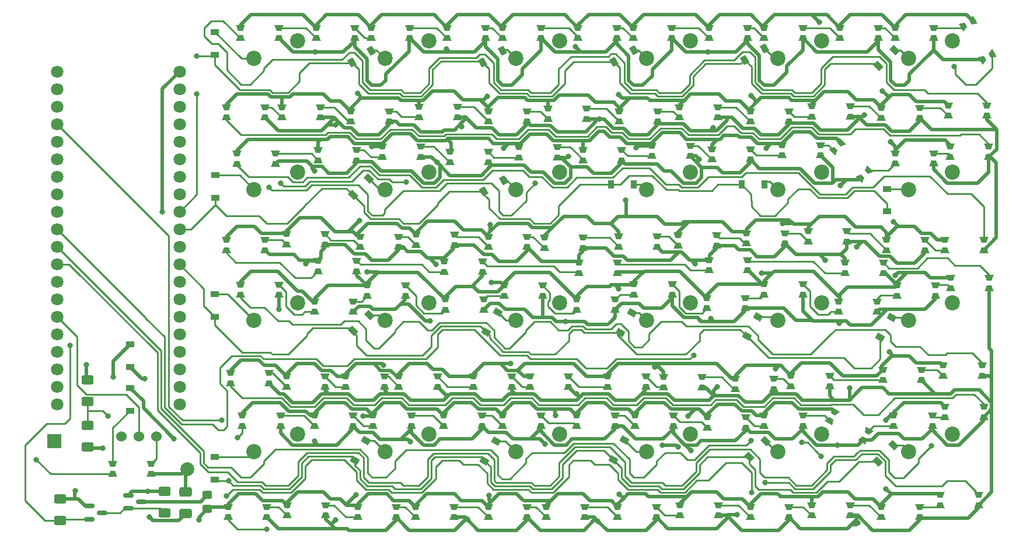
<source format=gbl>
G04 #@! TF.GenerationSoftware,KiCad,Pcbnew,(6.0.2)*
G04 #@! TF.CreationDate,2022-03-10T07:57:25+09:00*
G04 #@! TF.ProjectId,kidoairaku,6b69646f-6169-4726-916b-752e6b696361,rev?*
G04 #@! TF.SameCoordinates,Original*
G04 #@! TF.FileFunction,Copper,L2,Bot*
G04 #@! TF.FilePolarity,Positive*
%FSLAX46Y46*%
G04 Gerber Fmt 4.6, Leading zero omitted, Abs format (unit mm)*
G04 Created by KiCad (PCBNEW (6.0.2)) date 2022-03-10 07:57:25*
%MOMM*%
%LPD*%
G01*
G04 APERTURE LIST*
G04 Aperture macros list*
%AMRoundRect*
0 Rectangle with rounded corners*
0 $1 Rounding radius*
0 $2 $3 $4 $5 $6 $7 $8 $9 X,Y pos of 4 corners*
0 Add a 4 corners polygon primitive as box body*
4,1,4,$2,$3,$4,$5,$6,$7,$8,$9,$2,$3,0*
0 Add four circle primitives for the rounded corners*
1,1,$1+$1,$2,$3*
1,1,$1+$1,$4,$5*
1,1,$1+$1,$6,$7*
1,1,$1+$1,$8,$9*
0 Add four rect primitives between the rounded corners*
20,1,$1+$1,$2,$3,$4,$5,0*
20,1,$1+$1,$4,$5,$6,$7,0*
20,1,$1+$1,$6,$7,$8,$9,0*
20,1,$1+$1,$8,$9,$2,$3,0*%
%AMRotRect*
0 Rectangle, with rotation*
0 The origin of the aperture is its center*
0 $1 length*
0 $2 width*
0 $3 Rotation angle, in degrees counterclockwise*
0 Add horizontal line*
21,1,$1,$2,0,0,$3*%
%AMOutline4P*
0 Free polygon, 4 corners , with rotation*
0 The origin of the aperture is its center*
0 number of corners: always 4*
0 $1 to $8 corner X, Y*
0 $9 Rotation angle, in degrees counterclockwise*
0 create outline with 4 corners*
4,1,4,$1,$2,$3,$4,$5,$6,$7,$8,$1,$2,$9*%
G04 Aperture macros list end*
G04 #@! TA.AperFunction,ComponentPad*
%ADD10R,2.000000X2.000000*%
G04 #@! TD*
G04 #@! TA.AperFunction,ComponentPad*
%ADD11C,2.000000*%
G04 #@! TD*
G04 #@! TA.AperFunction,ComponentPad*
%ADD12C,2.200000*%
G04 #@! TD*
G04 #@! TA.AperFunction,SMDPad,CuDef*
%ADD13Outline4P,-0.650000X-0.410000X0.650000X-0.410000X0.350000X0.410000X-0.350000X0.410000X0.000000*%
G04 #@! TD*
G04 #@! TA.AperFunction,SMDPad,CuDef*
%ADD14Outline4P,-0.350000X-0.410000X0.350000X-0.410000X0.650000X0.410000X-0.650000X0.410000X180.000000*%
G04 #@! TD*
G04 #@! TA.AperFunction,SMDPad,CuDef*
%ADD15Outline4P,-0.650000X-0.410000X0.650000X-0.410000X0.350000X0.410000X-0.350000X0.410000X180.000000*%
G04 #@! TD*
G04 #@! TA.AperFunction,SMDPad,CuDef*
%ADD16Outline4P,-0.350000X-0.410000X0.350000X-0.410000X0.650000X0.410000X-0.650000X0.410000X0.000000*%
G04 #@! TD*
G04 #@! TA.AperFunction,SMDPad,CuDef*
%ADD17Outline4P,-0.650000X-0.410000X0.650000X-0.410000X0.350000X0.410000X-0.350000X0.410000X315.000000*%
G04 #@! TD*
G04 #@! TA.AperFunction,SMDPad,CuDef*
%ADD18Outline4P,-0.350000X-0.410000X0.350000X-0.410000X0.650000X0.410000X-0.650000X0.410000X135.000000*%
G04 #@! TD*
G04 #@! TA.AperFunction,SMDPad,CuDef*
%ADD19Outline4P,-0.650000X-0.410000X0.650000X-0.410000X0.350000X0.410000X-0.350000X0.410000X135.000000*%
G04 #@! TD*
G04 #@! TA.AperFunction,SMDPad,CuDef*
%ADD20Outline4P,-0.350000X-0.410000X0.350000X-0.410000X0.650000X0.410000X-0.650000X0.410000X315.000000*%
G04 #@! TD*
G04 #@! TA.AperFunction,SMDPad,CuDef*
%ADD21Outline4P,-0.650000X-0.410000X0.650000X-0.410000X0.350000X0.410000X-0.350000X0.410000X330.000000*%
G04 #@! TD*
G04 #@! TA.AperFunction,SMDPad,CuDef*
%ADD22Outline4P,-0.350000X-0.410000X0.350000X-0.410000X0.650000X0.410000X-0.650000X0.410000X150.000000*%
G04 #@! TD*
G04 #@! TA.AperFunction,SMDPad,CuDef*
%ADD23Outline4P,-0.650000X-0.410000X0.650000X-0.410000X0.350000X0.410000X-0.350000X0.410000X150.000000*%
G04 #@! TD*
G04 #@! TA.AperFunction,SMDPad,CuDef*
%ADD24Outline4P,-0.350000X-0.410000X0.350000X-0.410000X0.650000X0.410000X-0.650000X0.410000X330.000000*%
G04 #@! TD*
G04 #@! TA.AperFunction,ComponentPad*
%ADD25C,1.800000*%
G04 #@! TD*
G04 #@! TA.AperFunction,ComponentPad*
%ADD26C,1.524000*%
G04 #@! TD*
G04 #@! TA.AperFunction,SMDPad,CuDef*
%ADD27Outline4P,-0.650000X-0.410000X0.650000X-0.410000X0.350000X0.410000X-0.350000X0.410000X300.000000*%
G04 #@! TD*
G04 #@! TA.AperFunction,SMDPad,CuDef*
%ADD28Outline4P,-0.350000X-0.410000X0.350000X-0.410000X0.650000X0.410000X-0.650000X0.410000X120.000000*%
G04 #@! TD*
G04 #@! TA.AperFunction,SMDPad,CuDef*
%ADD29Outline4P,-0.650000X-0.410000X0.650000X-0.410000X0.350000X0.410000X-0.350000X0.410000X120.000000*%
G04 #@! TD*
G04 #@! TA.AperFunction,SMDPad,CuDef*
%ADD30Outline4P,-0.350000X-0.410000X0.350000X-0.410000X0.650000X0.410000X-0.650000X0.410000X300.000000*%
G04 #@! TD*
G04 #@! TA.AperFunction,SMDPad,CuDef*
%ADD31RoundRect,0.249997X0.650003X-0.412503X0.650003X0.412503X-0.650003X0.412503X-0.650003X-0.412503X0*%
G04 #@! TD*
G04 #@! TA.AperFunction,SMDPad,CuDef*
%ADD32R,1.200000X0.900000*%
G04 #@! TD*
G04 #@! TA.AperFunction,SMDPad,CuDef*
%ADD33RotRect,0.900000X1.200000X30.000000*%
G04 #@! TD*
G04 #@! TA.AperFunction,SMDPad,CuDef*
%ADD34RotRect,0.900000X1.200000X45.000000*%
G04 #@! TD*
G04 #@! TA.AperFunction,SMDPad,CuDef*
%ADD35R,0.900000X1.200000*%
G04 #@! TD*
G04 #@! TA.AperFunction,SMDPad,CuDef*
%ADD36RotRect,0.900000X1.200000X60.000000*%
G04 #@! TD*
G04 #@! TA.AperFunction,SMDPad,CuDef*
%ADD37RoundRect,0.150000X-0.587500X-0.150000X0.587500X-0.150000X0.587500X0.150000X-0.587500X0.150000X0*%
G04 #@! TD*
G04 #@! TA.AperFunction,SMDPad,CuDef*
%ADD38RoundRect,0.249999X0.625001X-0.400001X0.625001X0.400001X-0.625001X0.400001X-0.625001X-0.400001X0*%
G04 #@! TD*
G04 #@! TA.AperFunction,SMDPad,CuDef*
%ADD39RoundRect,0.250000X-0.625000X0.400000X-0.625000X-0.400000X0.625000X-0.400000X0.625000X0.400000X0*%
G04 #@! TD*
G04 #@! TA.AperFunction,SMDPad,CuDef*
%ADD40RoundRect,0.250000X-0.450000X0.325000X-0.450000X-0.325000X0.450000X-0.325000X0.450000X0.325000X0*%
G04 #@! TD*
G04 #@! TA.AperFunction,ViaPad*
%ADD41C,0.800000*%
G04 #@! TD*
G04 #@! TA.AperFunction,Conductor*
%ADD42C,0.500000*%
G04 #@! TD*
G04 #@! TA.AperFunction,Conductor*
%ADD43C,0.254000*%
G04 #@! TD*
G04 APERTURE END LIST*
D10*
G04 #@! TO.P,J51,1,Pin_1*
G04 #@! TO.N,Net-(D51-Pad2)*
X62250000Y-143250000D03*
G04 #@! TD*
D11*
G04 #@! TO.P,J52,1,Pin_1*
G04 #@! TO.N,GND*
X81534000Y-147250000D03*
G04 #@! TD*
D12*
G04 #@! TO.P,SW1,1,1*
G04 #@! TO.N,col1*
X97540000Y-85170000D03*
G04 #@! TO.P,SW1,2,2*
G04 #@! TO.N,Net-(D1-Pad2)*
X91190000Y-87710000D03*
G04 #@! TD*
G04 #@! TO.P,SW2,1,1*
G04 #@! TO.N,col2*
X116540000Y-85170000D03*
G04 #@! TO.P,SW2,2,2*
G04 #@! TO.N,Net-(D2-Pad2)*
X110190000Y-87710000D03*
G04 #@! TD*
G04 #@! TO.P,SW3,1,1*
G04 #@! TO.N,col3*
X135540000Y-85170000D03*
G04 #@! TO.P,SW3,2,2*
G04 #@! TO.N,Net-(D3-Pad2)*
X129190000Y-87710000D03*
G04 #@! TD*
G04 #@! TO.P,SW4,1,1*
G04 #@! TO.N,col4*
X154540000Y-85170000D03*
G04 #@! TO.P,SW4,2,2*
G04 #@! TO.N,Net-(D4-Pad2)*
X148190000Y-87710000D03*
G04 #@! TD*
G04 #@! TO.P,SW5,1,1*
G04 #@! TO.N,col5*
X173540000Y-85170000D03*
G04 #@! TO.P,SW5,2,2*
G04 #@! TO.N,Net-(D5-Pad2)*
X167190000Y-87710000D03*
G04 #@! TD*
G04 #@! TO.P,SW6,1,1*
G04 #@! TO.N,col6*
X192540000Y-85170000D03*
G04 #@! TO.P,SW6,2,2*
G04 #@! TO.N,Net-(D6-Pad2)*
X186190000Y-87710000D03*
G04 #@! TD*
G04 #@! TO.P,SW11,1,1*
G04 #@! TO.N,col1*
X97540000Y-104170000D03*
G04 #@! TO.P,SW11,2,2*
G04 #@! TO.N,Net-(D11-Pad2)*
X91190000Y-106710000D03*
G04 #@! TD*
G04 #@! TO.P,SW12,1,1*
G04 #@! TO.N,col2*
X116540000Y-104170000D03*
G04 #@! TO.P,SW12,2,2*
G04 #@! TO.N,Net-(D12-Pad2)*
X110190000Y-106710000D03*
G04 #@! TD*
G04 #@! TO.P,SW13,1,1*
G04 #@! TO.N,col3*
X135540000Y-104170000D03*
G04 #@! TO.P,SW13,2,2*
G04 #@! TO.N,Net-(D13-Pad2)*
X129190000Y-106710000D03*
G04 #@! TD*
G04 #@! TO.P,SW14,1,1*
G04 #@! TO.N,col4*
X154540000Y-104170000D03*
G04 #@! TO.P,SW14,2,2*
G04 #@! TO.N,Net-(D14-Pad2)*
X148190000Y-106710000D03*
G04 #@! TD*
G04 #@! TO.P,SW15,1,1*
G04 #@! TO.N,col5*
X173540000Y-104170000D03*
G04 #@! TO.P,SW15,2,2*
G04 #@! TO.N,Net-(D15-Pad2)*
X167190000Y-106710000D03*
G04 #@! TD*
G04 #@! TO.P,SW16,1,1*
G04 #@! TO.N,col6*
X192540000Y-104170000D03*
G04 #@! TO.P,SW16,2,2*
G04 #@! TO.N,Net-(D16-Pad2)*
X186190000Y-106710000D03*
G04 #@! TD*
G04 #@! TO.P,SW21,1,1*
G04 #@! TO.N,col1*
X97540000Y-123170000D03*
G04 #@! TO.P,SW21,2,2*
G04 #@! TO.N,Net-(D21-Pad2)*
X91190000Y-125710000D03*
G04 #@! TD*
G04 #@! TO.P,SW22,1,1*
G04 #@! TO.N,col2*
X116540000Y-123170000D03*
G04 #@! TO.P,SW22,2,2*
G04 #@! TO.N,Net-(D22-Pad2)*
X110190000Y-125710000D03*
G04 #@! TD*
G04 #@! TO.P,SW23,1,1*
G04 #@! TO.N,col3*
X135540000Y-123170000D03*
G04 #@! TO.P,SW23,2,2*
G04 #@! TO.N,Net-(D23-Pad2)*
X129190000Y-125710000D03*
G04 #@! TD*
G04 #@! TO.P,SW24,1,1*
G04 #@! TO.N,col4*
X154540000Y-123170000D03*
G04 #@! TO.P,SW24,2,2*
G04 #@! TO.N,Net-(D24-Pad2)*
X148190000Y-125710000D03*
G04 #@! TD*
G04 #@! TO.P,SW25,1,1*
G04 #@! TO.N,col5*
X173540000Y-123170000D03*
G04 #@! TO.P,SW25,2,2*
G04 #@! TO.N,Net-(D25-Pad2)*
X167190000Y-125710000D03*
G04 #@! TD*
G04 #@! TO.P,SW26,1,1*
G04 #@! TO.N,col6*
X192540000Y-123170000D03*
G04 #@! TO.P,SW26,2,2*
G04 #@! TO.N,Net-(D26-Pad2)*
X186190000Y-125710000D03*
G04 #@! TD*
G04 #@! TO.P,SW31,1,1*
G04 #@! TO.N,col1*
X97540000Y-142170000D03*
G04 #@! TO.P,SW31,2,2*
G04 #@! TO.N,Net-(D31-Pad2)*
X91190000Y-144710000D03*
G04 #@! TD*
G04 #@! TO.P,SW32,1,1*
G04 #@! TO.N,col2*
X116540000Y-142170000D03*
G04 #@! TO.P,SW32,2,2*
G04 #@! TO.N,Net-(D32-Pad2)*
X110190000Y-144710000D03*
G04 #@! TD*
G04 #@! TO.P,SW33,1,1*
G04 #@! TO.N,col3*
X135540000Y-142170000D03*
G04 #@! TO.P,SW33,2,2*
G04 #@! TO.N,Net-(D33-Pad2)*
X129190000Y-144710000D03*
G04 #@! TD*
G04 #@! TO.P,SW34,1,1*
G04 #@! TO.N,col4*
X154540000Y-142170000D03*
G04 #@! TO.P,SW34,2,2*
G04 #@! TO.N,Net-(D34-Pad2)*
X148190000Y-144710000D03*
G04 #@! TD*
G04 #@! TO.P,SW35,1,1*
G04 #@! TO.N,col5*
X173540000Y-142170000D03*
G04 #@! TO.P,SW35,2,2*
G04 #@! TO.N,Net-(D35-Pad2)*
X167190000Y-144710000D03*
G04 #@! TD*
G04 #@! TO.P,SW36,1,1*
G04 #@! TO.N,col6*
X192540000Y-142170000D03*
G04 #@! TO.P,SW36,2,2*
G04 #@! TO.N,Net-(D36-Pad2)*
X186190000Y-144710000D03*
G04 #@! TD*
D13*
G04 #@! TO.P,D101,1,DOUT*
G04 #@! TO.N,Net-(D101-Pad1)*
X184200000Y-84750000D03*
D14*
G04 #@! TO.P,D101,2,VSS*
G04 #@! TO.N,GND*
X189800000Y-84750000D03*
D15*
G04 #@! TO.P,D101,3,DIN*
G04 #@! TO.N,Net-(D101-Pad3)*
X189800000Y-83250000D03*
D16*
G04 #@! TO.P,D101,4,VDD*
G04 #@! TO.N,VDD*
X184200000Y-83250000D03*
G04 #@! TD*
D13*
G04 #@! TO.P,D102,1,DOUT*
G04 #@! TO.N,Net-(D102-Pad1)*
X176200000Y-84750000D03*
D14*
G04 #@! TO.P,D102,2,VSS*
G04 #@! TO.N,GND*
X181800000Y-84750000D03*
D15*
G04 #@! TO.P,D102,3,DIN*
G04 #@! TO.N,Net-(D101-Pad1)*
X181800000Y-83250000D03*
D16*
G04 #@! TO.P,D102,4,VDD*
G04 #@! TO.N,VDD*
X176200000Y-83250000D03*
G04 #@! TD*
D13*
G04 #@! TO.P,D103,1,DOUT*
G04 #@! TO.N,Net-(D103-Pad1)*
X165200000Y-84750000D03*
D14*
G04 #@! TO.P,D103,2,VSS*
G04 #@! TO.N,GND*
X170800000Y-84750000D03*
D15*
G04 #@! TO.P,D103,3,DIN*
G04 #@! TO.N,Net-(D102-Pad1)*
X170800000Y-83250000D03*
D16*
G04 #@! TO.P,D103,4,VDD*
G04 #@! TO.N,VDD*
X165200000Y-83250000D03*
G04 #@! TD*
D13*
G04 #@! TO.P,D104,1,DOUT*
G04 #@! TO.N,Net-(D104-Pad1)*
X157200000Y-84750000D03*
D14*
G04 #@! TO.P,D104,2,VSS*
G04 #@! TO.N,GND*
X162800000Y-84750000D03*
D15*
G04 #@! TO.P,D104,3,DIN*
G04 #@! TO.N,Net-(D103-Pad1)*
X162800000Y-83250000D03*
D16*
G04 #@! TO.P,D104,4,VDD*
G04 #@! TO.N,VDD*
X157200000Y-83250000D03*
G04 #@! TD*
D13*
G04 #@! TO.P,D105,1,DOUT*
G04 #@! TO.N,Net-(D105-Pad1)*
X146200000Y-84750000D03*
D14*
G04 #@! TO.P,D105,2,VSS*
G04 #@! TO.N,GND*
X151800000Y-84750000D03*
D15*
G04 #@! TO.P,D105,3,DIN*
G04 #@! TO.N,Net-(D104-Pad1)*
X151800000Y-83250000D03*
D16*
G04 #@! TO.P,D105,4,VDD*
G04 #@! TO.N,VDD*
X146200000Y-83250000D03*
G04 #@! TD*
D13*
G04 #@! TO.P,D106,1,DOUT*
G04 #@! TO.N,Net-(D106-Pad1)*
X138200000Y-84750000D03*
D14*
G04 #@! TO.P,D106,2,VSS*
G04 #@! TO.N,GND*
X143800000Y-84750000D03*
D15*
G04 #@! TO.P,D106,3,DIN*
G04 #@! TO.N,Net-(D105-Pad1)*
X143800000Y-83250000D03*
D16*
G04 #@! TO.P,D106,4,VDD*
G04 #@! TO.N,VDD*
X138200000Y-83250000D03*
G04 #@! TD*
D13*
G04 #@! TO.P,D107,1,DOUT*
G04 #@! TO.N,Net-(D107-Pad1)*
X127200000Y-84750000D03*
D14*
G04 #@! TO.P,D107,2,VSS*
G04 #@! TO.N,GND*
X132800000Y-84750000D03*
D15*
G04 #@! TO.P,D107,3,DIN*
G04 #@! TO.N,Net-(D106-Pad1)*
X132800000Y-83250000D03*
D16*
G04 #@! TO.P,D107,4,VDD*
G04 #@! TO.N,VDD*
X127200000Y-83250000D03*
G04 #@! TD*
D13*
G04 #@! TO.P,D108,1,DOUT*
G04 #@! TO.N,Net-(D108-Pad1)*
X119200000Y-84750000D03*
D14*
G04 #@! TO.P,D108,2,VSS*
G04 #@! TO.N,GND*
X124800000Y-84750000D03*
D15*
G04 #@! TO.P,D108,3,DIN*
G04 #@! TO.N,Net-(D107-Pad1)*
X124800000Y-83250000D03*
D16*
G04 #@! TO.P,D108,4,VDD*
G04 #@! TO.N,VDD*
X119200000Y-83250000D03*
G04 #@! TD*
D13*
G04 #@! TO.P,D109,1,DOUT*
G04 #@! TO.N,Net-(D109-Pad1)*
X108200000Y-84750000D03*
D14*
G04 #@! TO.P,D109,2,VSS*
G04 #@! TO.N,GND*
X113800000Y-84750000D03*
D15*
G04 #@! TO.P,D109,3,DIN*
G04 #@! TO.N,Net-(D108-Pad1)*
X113800000Y-83250000D03*
D16*
G04 #@! TO.P,D109,4,VDD*
G04 #@! TO.N,VDD*
X108200000Y-83250000D03*
G04 #@! TD*
D13*
G04 #@! TO.P,D110,1,DOUT*
G04 #@! TO.N,Net-(D110-Pad1)*
X100200000Y-84750000D03*
D14*
G04 #@! TO.P,D110,2,VSS*
G04 #@! TO.N,GND*
X105800000Y-84750000D03*
D15*
G04 #@! TO.P,D110,3,DIN*
G04 #@! TO.N,Net-(D109-Pad1)*
X105800000Y-83250000D03*
D16*
G04 #@! TO.P,D110,4,VDD*
G04 #@! TO.N,VDD*
X100200000Y-83250000D03*
G04 #@! TD*
D13*
G04 #@! TO.P,D111,1,DOUT*
G04 #@! TO.N,Net-(D111-Pad1)*
X89200000Y-84750000D03*
D14*
G04 #@! TO.P,D111,2,VSS*
G04 #@! TO.N,GND*
X94800000Y-84750000D03*
D15*
G04 #@! TO.P,D111,3,DIN*
G04 #@! TO.N,Net-(D110-Pad1)*
X94800000Y-83250000D03*
D16*
G04 #@! TO.P,D111,4,VDD*
G04 #@! TO.N,VDD*
X89200000Y-83250000D03*
G04 #@! TD*
D13*
G04 #@! TO.P,D112,1,DOUT*
G04 #@! TO.N,Net-(D112-Pad1)*
X191900000Y-96000000D03*
D14*
G04 #@! TO.P,D112,2,VSS*
G04 #@! TO.N,GND*
X197500000Y-96000000D03*
D15*
G04 #@! TO.P,D112,3,DIN*
G04 #@! TO.N,Net-(D111-Pad1)*
X197500000Y-94500000D03*
D16*
G04 #@! TO.P,D112,4,VDD*
G04 #@! TO.N,VDD*
X191900000Y-94500000D03*
G04 #@! TD*
D13*
G04 #@! TO.P,D113,1,DOUT*
G04 #@! TO.N,Net-(D113-Pad1)*
X182200000Y-96350000D03*
D14*
G04 #@! TO.P,D113,2,VSS*
G04 #@! TO.N,GND*
X187800000Y-96350000D03*
D15*
G04 #@! TO.P,D113,3,DIN*
G04 #@! TO.N,Net-(D112-Pad1)*
X187800000Y-94850000D03*
D16*
G04 #@! TO.P,D113,4,VDD*
G04 #@! TO.N,VDD*
X182200000Y-94850000D03*
G04 #@! TD*
D13*
G04 #@! TO.P,D114,1,DOUT*
G04 #@! TO.N,Net-(D114-Pad1)*
X172100000Y-96100000D03*
D14*
G04 #@! TO.P,D114,2,VSS*
G04 #@! TO.N,GND*
X177700000Y-96100000D03*
D15*
G04 #@! TO.P,D114,3,DIN*
G04 #@! TO.N,Net-(D113-Pad1)*
X177700000Y-94600000D03*
D16*
G04 #@! TO.P,D114,4,VDD*
G04 #@! TO.N,VDD*
X172100000Y-94600000D03*
G04 #@! TD*
D13*
G04 #@! TO.P,D115,1,DOUT*
G04 #@! TO.N,Net-(D115-Pad1)*
X163200000Y-96850000D03*
D14*
G04 #@! TO.P,D115,2,VSS*
G04 #@! TO.N,GND*
X168800000Y-96850000D03*
D15*
G04 #@! TO.P,D115,3,DIN*
G04 #@! TO.N,Net-(D114-Pad1)*
X168800000Y-95350000D03*
D16*
G04 #@! TO.P,D115,4,VDD*
G04 #@! TO.N,VDD*
X163200000Y-95350000D03*
G04 #@! TD*
D13*
G04 #@! TO.P,D116,1,DOUT*
G04 #@! TO.N,Net-(D116-Pad1)*
X152900000Y-96250000D03*
D14*
G04 #@! TO.P,D116,2,VSS*
G04 #@! TO.N,GND*
X158500000Y-96250000D03*
D15*
G04 #@! TO.P,D116,3,DIN*
G04 #@! TO.N,Net-(D115-Pad1)*
X158500000Y-94750000D03*
D16*
G04 #@! TO.P,D116,4,VDD*
G04 #@! TO.N,VDD*
X152900000Y-94750000D03*
G04 #@! TD*
D13*
G04 #@! TO.P,D117,1,DOUT*
G04 #@! TO.N,Net-(D117-Pad1)*
X144200000Y-96850000D03*
D14*
G04 #@! TO.P,D117,2,VSS*
G04 #@! TO.N,GND*
X149800000Y-96850000D03*
D15*
G04 #@! TO.P,D117,3,DIN*
G04 #@! TO.N,Net-(D116-Pad1)*
X149800000Y-95350000D03*
D16*
G04 #@! TO.P,D117,4,VDD*
G04 #@! TO.N,VDD*
X144200000Y-95350000D03*
G04 #@! TD*
D13*
G04 #@! TO.P,D118,1,DOUT*
G04 #@! TO.N,Net-(D118-Pad1)*
X133800000Y-96450000D03*
D14*
G04 #@! TO.P,D118,2,VSS*
G04 #@! TO.N,GND*
X139400000Y-96450000D03*
D15*
G04 #@! TO.P,D118,3,DIN*
G04 #@! TO.N,Net-(D117-Pad1)*
X139400000Y-94950000D03*
D16*
G04 #@! TO.P,D118,4,VDD*
G04 #@! TO.N,VDD*
X133800000Y-94950000D03*
G04 #@! TD*
D13*
G04 #@! TO.P,D119,1,DOUT*
G04 #@! TO.N,Net-(D119-Pad1)*
X125200000Y-96850000D03*
D14*
G04 #@! TO.P,D119,2,VSS*
G04 #@! TO.N,GND*
X130800000Y-96850000D03*
D15*
G04 #@! TO.P,D119,3,DIN*
G04 #@! TO.N,Net-(D118-Pad1)*
X130800000Y-95350000D03*
D16*
G04 #@! TO.P,D119,4,VDD*
G04 #@! TO.N,VDD*
X125200000Y-95350000D03*
G04 #@! TD*
D13*
G04 #@! TO.P,D120,1,DOUT*
G04 #@! TO.N,Net-(D120-Pad1)*
X115100000Y-96200000D03*
D14*
G04 #@! TO.P,D120,2,VSS*
G04 #@! TO.N,GND*
X120700000Y-96200000D03*
D15*
G04 #@! TO.P,D120,3,DIN*
G04 #@! TO.N,Net-(D119-Pad1)*
X120700000Y-94700000D03*
D16*
G04 #@! TO.P,D120,4,VDD*
G04 #@! TO.N,VDD*
X115100000Y-94700000D03*
G04 #@! TD*
D13*
G04 #@! TO.P,D121,1,DOUT*
G04 #@! TO.N,Net-(D121-Pad1)*
X105200000Y-96850000D03*
D14*
G04 #@! TO.P,D121,2,VSS*
G04 #@! TO.N,GND*
X110800000Y-96850000D03*
D15*
G04 #@! TO.P,D121,3,DIN*
G04 #@! TO.N,Net-(D120-Pad1)*
X110800000Y-95350000D03*
D16*
G04 #@! TO.P,D121,4,VDD*
G04 #@! TO.N,VDD*
X105200000Y-95350000D03*
G04 #@! TD*
D13*
G04 #@! TO.P,D122,1,DOUT*
G04 #@! TO.N,Net-(D122-Pad1)*
X95200000Y-96250000D03*
D14*
G04 #@! TO.P,D122,2,VSS*
G04 #@! TO.N,GND*
X100800000Y-96250000D03*
D15*
G04 #@! TO.P,D122,3,DIN*
G04 #@! TO.N,Net-(D121-Pad1)*
X100800000Y-94750000D03*
D16*
G04 #@! TO.P,D122,4,VDD*
G04 #@! TO.N,VDD*
X95200000Y-94750000D03*
G04 #@! TD*
D13*
G04 #@! TO.P,D123,1,DOUT*
G04 #@! TO.N,Net-(D123-Pad1)*
X87200000Y-96250000D03*
D14*
G04 #@! TO.P,D123,2,VSS*
G04 #@! TO.N,GND*
X92800000Y-96250000D03*
D15*
G04 #@! TO.P,D123,3,DIN*
G04 #@! TO.N,Net-(D122-Pad1)*
X92800000Y-94750000D03*
D16*
G04 #@! TO.P,D123,4,VDD*
G04 #@! TO.N,VDD*
X87200000Y-94750000D03*
G04 #@! TD*
D13*
G04 #@! TO.P,D124,1,DOUT*
G04 #@! TO.N,Net-(D124-Pad1)*
X184200000Y-102950000D03*
D14*
G04 #@! TO.P,D124,2,VSS*
G04 #@! TO.N,GND*
X189800000Y-102950000D03*
D15*
G04 #@! TO.P,D124,3,DIN*
G04 #@! TO.N,Net-(D124-Pad3)*
X189800000Y-101450000D03*
D16*
G04 #@! TO.P,D124,4,VDD*
G04 #@! TO.N,VDD*
X184200000Y-101450000D03*
G04 #@! TD*
D17*
G04 #@! TO.P,D125,1,DOUT*
G04 #@! TO.N,Net-(D125-Pad1)*
X175289771Y-101050431D03*
D18*
G04 #@! TO.P,D125,2,VSS*
G04 #@! TO.N,GND*
X179249569Y-105010229D03*
D19*
G04 #@! TO.P,D125,3,DIN*
G04 #@! TO.N,Net-(D124-Pad1)*
X180310229Y-103949569D03*
D20*
G04 #@! TO.P,D125,4,VDD*
G04 #@! TO.N,VDD*
X176350431Y-99989771D03*
G04 #@! TD*
D13*
G04 #@! TO.P,D126,1,DOUT*
G04 #@! TO.N,Net-(D126-Pad1)*
X167800000Y-101750000D03*
D14*
G04 #@! TO.P,D126,2,VSS*
G04 #@! TO.N,GND*
X173400000Y-101750000D03*
D15*
G04 #@! TO.P,D126,3,DIN*
G04 #@! TO.N,Net-(D125-Pad1)*
X173400000Y-100250000D03*
D16*
G04 #@! TO.P,D126,4,VDD*
G04 #@! TO.N,VDD*
X167800000Y-100250000D03*
G04 #@! TD*
D13*
G04 #@! TO.P,D127,1,DOUT*
G04 #@! TO.N,Net-(D127-Pad1)*
X157600000Y-102350000D03*
D14*
G04 #@! TO.P,D127,2,VSS*
G04 #@! TO.N,GND*
X163200000Y-102350000D03*
D15*
G04 #@! TO.P,D127,3,DIN*
G04 #@! TO.N,Net-(D126-Pad1)*
X163200000Y-100850000D03*
D16*
G04 #@! TO.P,D127,4,VDD*
G04 #@! TO.N,VDD*
X157600000Y-100850000D03*
G04 #@! TD*
D13*
G04 #@! TO.P,D128,1,DOUT*
G04 #@! TO.N,Net-(D128-Pad1)*
X148900000Y-101850000D03*
D14*
G04 #@! TO.P,D128,2,VSS*
G04 #@! TO.N,GND*
X154500000Y-101850000D03*
D15*
G04 #@! TO.P,D128,3,DIN*
G04 #@! TO.N,Net-(D127-Pad1)*
X154500000Y-100350000D03*
D16*
G04 #@! TO.P,D128,4,VDD*
G04 #@! TO.N,VDD*
X148900000Y-100350000D03*
G04 #@! TD*
D13*
G04 #@! TO.P,D129,1,DOUT*
G04 #@! TO.N,Net-(D129-Pad1)*
X138900000Y-102450000D03*
D14*
G04 #@! TO.P,D129,2,VSS*
G04 #@! TO.N,GND*
X144500000Y-102450000D03*
D15*
G04 #@! TO.P,D129,3,DIN*
G04 #@! TO.N,Net-(D128-Pad1)*
X144500000Y-100950000D03*
D16*
G04 #@! TO.P,D129,4,VDD*
G04 #@! TO.N,VDD*
X138900000Y-100950000D03*
G04 #@! TD*
D13*
G04 #@! TO.P,D130,1,DOUT*
G04 #@! TO.N,Net-(D130-Pad1)*
X129600000Y-102050000D03*
D14*
G04 #@! TO.P,D130,2,VSS*
G04 #@! TO.N,GND*
X135200000Y-102050000D03*
D15*
G04 #@! TO.P,D130,3,DIN*
G04 #@! TO.N,Net-(D129-Pad1)*
X135200000Y-100550000D03*
D16*
G04 #@! TO.P,D130,4,VDD*
G04 #@! TO.N,VDD*
X129600000Y-100550000D03*
G04 #@! TD*
D13*
G04 #@! TO.P,D131,1,DOUT*
G04 #@! TO.N,Net-(D131-Pad1)*
X119600000Y-102750000D03*
D14*
G04 #@! TO.P,D131,2,VSS*
G04 #@! TO.N,GND*
X125200000Y-102750000D03*
D15*
G04 #@! TO.P,D131,3,DIN*
G04 #@! TO.N,Net-(D130-Pad1)*
X125200000Y-101250000D03*
D16*
G04 #@! TO.P,D131,4,VDD*
G04 #@! TO.N,VDD*
X119600000Y-101250000D03*
G04 #@! TD*
D13*
G04 #@! TO.P,D132,1,DOUT*
G04 #@! TO.N,Net-(D132-Pad1)*
X109800000Y-102000000D03*
D14*
G04 #@! TO.P,D132,2,VSS*
G04 #@! TO.N,GND*
X115400000Y-102000000D03*
D15*
G04 #@! TO.P,D132,3,DIN*
G04 #@! TO.N,Net-(D131-Pad1)*
X115400000Y-100500000D03*
D16*
G04 #@! TO.P,D132,4,VDD*
G04 #@! TO.N,VDD*
X109800000Y-100500000D03*
G04 #@! TD*
D13*
G04 #@! TO.P,D133,1,DOUT*
G04 #@! TO.N,Net-(D133-Pad1)*
X100500000Y-102450000D03*
D14*
G04 #@! TO.P,D133,2,VSS*
G04 #@! TO.N,GND*
X106100000Y-102450000D03*
D15*
G04 #@! TO.P,D133,3,DIN*
G04 #@! TO.N,Net-(D132-Pad1)*
X106100000Y-100950000D03*
D16*
G04 #@! TO.P,D133,4,VDD*
G04 #@! TO.N,VDD*
X100500000Y-100950000D03*
G04 #@! TD*
D13*
G04 #@! TO.P,D134,1,DOUT*
G04 #@! TO.N,Net-(D134-Pad1)*
X88700000Y-103000000D03*
D14*
G04 #@! TO.P,D134,2,VSS*
G04 #@! TO.N,GND*
X94300000Y-103000000D03*
D15*
G04 #@! TO.P,D134,3,DIN*
G04 #@! TO.N,Net-(D133-Pad1)*
X94300000Y-101500000D03*
D16*
G04 #@! TO.P,D134,4,VDD*
G04 #@! TO.N,VDD*
X88700000Y-101500000D03*
G04 #@! TD*
D13*
G04 #@! TO.P,D135,1,DOUT*
G04 #@! TO.N,Net-(D135-Pad1)*
X191450000Y-115500000D03*
D14*
G04 #@! TO.P,D135,2,VSS*
G04 #@! TO.N,GND*
X197050000Y-115500000D03*
D15*
G04 #@! TO.P,D135,3,DIN*
G04 #@! TO.N,Net-(D134-Pad1)*
X197050000Y-114000000D03*
D16*
G04 #@! TO.P,D135,4,VDD*
G04 #@! TO.N,VDD*
X191450000Y-114000000D03*
G04 #@! TD*
D13*
G04 #@! TO.P,D136,1,DOUT*
G04 #@! TO.N,Net-(D136-Pad1)*
X182950000Y-115500000D03*
D14*
G04 #@! TO.P,D136,2,VSS*
G04 #@! TO.N,GND*
X188550000Y-115500000D03*
D15*
G04 #@! TO.P,D136,3,DIN*
G04 #@! TO.N,Net-(D135-Pad1)*
X188550000Y-114000000D03*
D16*
G04 #@! TO.P,D136,4,VDD*
G04 #@! TO.N,VDD*
X182950000Y-114000000D03*
G04 #@! TD*
D13*
G04 #@! TO.P,D137,1,DOUT*
G04 #@! TO.N,Net-(D137-Pad1)*
X171600000Y-114250000D03*
D14*
G04 #@! TO.P,D137,2,VSS*
G04 #@! TO.N,GND*
X177200000Y-114250000D03*
D15*
G04 #@! TO.P,D137,3,DIN*
G04 #@! TO.N,Net-(D136-Pad1)*
X177200000Y-112750000D03*
D16*
G04 #@! TO.P,D137,4,VDD*
G04 #@! TO.N,VDD*
X171600000Y-112750000D03*
G04 #@! TD*
D13*
G04 #@! TO.P,D138,1,DOUT*
G04 #@! TO.N,Net-(D138-Pad1)*
X162600000Y-114550000D03*
D14*
G04 #@! TO.P,D138,2,VSS*
G04 #@! TO.N,GND*
X168200000Y-114550000D03*
D15*
G04 #@! TO.P,D138,3,DIN*
G04 #@! TO.N,Net-(D137-Pad1)*
X168200000Y-113050000D03*
D16*
G04 #@! TO.P,D138,4,VDD*
G04 #@! TO.N,VDD*
X162600000Y-113050000D03*
G04 #@! TD*
D13*
G04 #@! TO.P,D139,1,DOUT*
G04 #@! TO.N,Net-(D139-Pad1)*
X152700000Y-114850000D03*
D14*
G04 #@! TO.P,D139,2,VSS*
G04 #@! TO.N,GND*
X158300000Y-114850000D03*
D15*
G04 #@! TO.P,D139,3,DIN*
G04 #@! TO.N,Net-(D138-Pad1)*
X158300000Y-113350000D03*
D16*
G04 #@! TO.P,D139,4,VDD*
G04 #@! TO.N,VDD*
X152700000Y-113350000D03*
G04 #@! TD*
D13*
G04 #@! TO.P,D140,1,DOUT*
G04 #@! TO.N,Net-(D140-Pad1)*
X144100000Y-115000000D03*
D14*
G04 #@! TO.P,D140,2,VSS*
G04 #@! TO.N,GND*
X149700000Y-115000000D03*
D15*
G04 #@! TO.P,D140,3,DIN*
G04 #@! TO.N,Net-(D139-Pad1)*
X149700000Y-113500000D03*
D16*
G04 #@! TO.P,D140,4,VDD*
G04 #@! TO.N,VDD*
X144100000Y-113500000D03*
G04 #@! TD*
D13*
G04 #@! TO.P,D141,1,DOUT*
G04 #@! TO.N,Net-(D141-Pad1)*
X133300000Y-115200000D03*
D14*
G04 #@! TO.P,D141,2,VSS*
G04 #@! TO.N,GND*
X138900000Y-115200000D03*
D15*
G04 #@! TO.P,D141,3,DIN*
G04 #@! TO.N,Net-(D140-Pad1)*
X138900000Y-113700000D03*
D16*
G04 #@! TO.P,D141,4,VDD*
G04 #@! TO.N,VDD*
X133300000Y-113700000D03*
G04 #@! TD*
D13*
G04 #@! TO.P,D142,1,DOUT*
G04 #@! TO.N,Net-(D142-Pad1)*
X125200000Y-115050000D03*
D14*
G04 #@! TO.P,D142,2,VSS*
G04 #@! TO.N,GND*
X130800000Y-115050000D03*
D15*
G04 #@! TO.P,D142,3,DIN*
G04 #@! TO.N,Net-(D141-Pad1)*
X130800000Y-113550000D03*
D16*
G04 #@! TO.P,D142,4,VDD*
G04 #@! TO.N,VDD*
X125200000Y-113550000D03*
G04 #@! TD*
D13*
G04 #@! TO.P,D143,1,DOUT*
G04 #@! TO.N,Net-(D143-Pad1)*
X114700000Y-114750000D03*
D14*
G04 #@! TO.P,D143,2,VSS*
G04 #@! TO.N,GND*
X120300000Y-114750000D03*
D15*
G04 #@! TO.P,D143,3,DIN*
G04 #@! TO.N,Net-(D142-Pad1)*
X120300000Y-113250000D03*
D16*
G04 #@! TO.P,D143,4,VDD*
G04 #@! TO.N,VDD*
X114700000Y-113250000D03*
G04 #@! TD*
D13*
G04 #@! TO.P,D144,1,DOUT*
G04 #@! TO.N,Net-(D144-Pad1)*
X106600000Y-115050000D03*
D14*
G04 #@! TO.P,D144,2,VSS*
G04 #@! TO.N,GND*
X112200000Y-115050000D03*
D15*
G04 #@! TO.P,D144,3,DIN*
G04 #@! TO.N,Net-(D143-Pad1)*
X112200000Y-113550000D03*
D16*
G04 #@! TO.P,D144,4,VDD*
G04 #@! TO.N,VDD*
X106600000Y-113550000D03*
G04 #@! TD*
D13*
G04 #@! TO.P,D145,1,DOUT*
G04 #@! TO.N,Net-(D145-Pad1)*
X95900000Y-114700000D03*
D14*
G04 #@! TO.P,D145,2,VSS*
G04 #@! TO.N,GND*
X101500000Y-114700000D03*
D15*
G04 #@! TO.P,D145,3,DIN*
G04 #@! TO.N,Net-(D144-Pad1)*
X101500000Y-113200000D03*
D16*
G04 #@! TO.P,D145,4,VDD*
G04 #@! TO.N,VDD*
X95900000Y-113200000D03*
G04 #@! TD*
D13*
G04 #@! TO.P,D146,1,DOUT*
G04 #@! TO.N,Net-(D146-Pad1)*
X87200000Y-115500000D03*
D14*
G04 #@! TO.P,D146,2,VSS*
G04 #@! TO.N,GND*
X92800000Y-115500000D03*
D15*
G04 #@! TO.P,D146,3,DIN*
G04 #@! TO.N,Net-(D145-Pad1)*
X92800000Y-114000000D03*
D16*
G04 #@! TO.P,D146,4,VDD*
G04 #@! TO.N,VDD*
X87200000Y-114000000D03*
G04 #@! TD*
D13*
G04 #@! TO.P,D147,1,DOUT*
G04 #@! TO.N,Net-(D147-Pad1)*
X192250000Y-121000000D03*
D14*
G04 #@! TO.P,D147,2,VSS*
G04 #@! TO.N,GND*
X197850000Y-121000000D03*
D15*
G04 #@! TO.P,D147,3,DIN*
G04 #@! TO.N,Net-(D147-Pad3)*
X197850000Y-119500000D03*
D16*
G04 #@! TO.P,D147,4,VDD*
G04 #@! TO.N,VDD*
X192250000Y-119500000D03*
G04 #@! TD*
D13*
G04 #@! TO.P,D148,1,DOUT*
G04 #@! TO.N,Net-(D148-Pad1)*
X176000000Y-124450000D03*
D14*
G04 #@! TO.P,D148,2,VSS*
G04 #@! TO.N,GND*
X181600000Y-124450000D03*
D15*
G04 #@! TO.P,D148,3,DIN*
G04 #@! TO.N,Net-(D148-Pad3)*
X181600000Y-122950000D03*
D16*
G04 #@! TO.P,D148,4,VDD*
G04 #@! TO.N,VDD*
X176000000Y-122950000D03*
G04 #@! TD*
D13*
G04 #@! TO.P,D149,1,DOUT*
G04 #@! TO.N,Net-(D149-Pad1)*
X165200000Y-121950000D03*
D14*
G04 #@! TO.P,D149,2,VSS*
G04 #@! TO.N,GND*
X170800000Y-121950000D03*
D15*
G04 #@! TO.P,D149,3,DIN*
G04 #@! TO.N,Net-(D148-Pad1)*
X170800000Y-120450000D03*
D16*
G04 #@! TO.P,D149,4,VDD*
G04 #@! TO.N,VDD*
X165200000Y-120450000D03*
G04 #@! TD*
D13*
G04 #@! TO.P,D150,1,DOUT*
G04 #@! TO.N,Net-(D150-Pad1)*
X156900000Y-123950000D03*
D14*
G04 #@! TO.P,D150,2,VSS*
G04 #@! TO.N,GND*
X162500000Y-123950000D03*
D15*
G04 #@! TO.P,D150,3,DIN*
G04 #@! TO.N,Net-(D149-Pad1)*
X162500000Y-122450000D03*
D16*
G04 #@! TO.P,D150,4,VDD*
G04 #@! TO.N,VDD*
X156900000Y-122450000D03*
G04 #@! TD*
D13*
G04 #@! TO.P,D151,1,DOUT*
G04 #@! TO.N,Net-(D151-Pad1)*
X146300000Y-121950000D03*
D14*
G04 #@! TO.P,D151,2,VSS*
G04 #@! TO.N,GND*
X151900000Y-121950000D03*
D15*
G04 #@! TO.P,D151,3,DIN*
G04 #@! TO.N,Net-(D150-Pad1)*
X151900000Y-120450000D03*
D16*
G04 #@! TO.P,D151,4,VDD*
G04 #@! TO.N,VDD*
X146300000Y-120450000D03*
G04 #@! TD*
D13*
G04 #@! TO.P,D152,1,DOUT*
G04 #@! TO.N,Net-(D152-Pad1)*
X138000000Y-124150000D03*
D14*
G04 #@! TO.P,D152,2,VSS*
G04 #@! TO.N,GND*
X143600000Y-124150000D03*
D15*
G04 #@! TO.P,D152,3,DIN*
G04 #@! TO.N,Net-(D151-Pad1)*
X143600000Y-122650000D03*
D16*
G04 #@! TO.P,D152,4,VDD*
G04 #@! TO.N,VDD*
X138000000Y-122650000D03*
G04 #@! TD*
D13*
G04 #@! TO.P,D153,1,DOUT*
G04 #@! TO.N,Net-(D153-Pad1)*
X127450000Y-122150000D03*
D14*
G04 #@! TO.P,D153,2,VSS*
G04 #@! TO.N,GND*
X133050000Y-122150000D03*
D15*
G04 #@! TO.P,D153,3,DIN*
G04 #@! TO.N,Net-(D152-Pad1)*
X133050000Y-120650000D03*
D16*
G04 #@! TO.P,D153,4,VDD*
G04 #@! TO.N,VDD*
X127450000Y-120650000D03*
G04 #@! TD*
D13*
G04 #@! TO.P,D154,1,DOUT*
G04 #@! TO.N,Net-(D154-Pad1)*
X118900000Y-124150000D03*
D14*
G04 #@! TO.P,D154,2,VSS*
G04 #@! TO.N,GND*
X124500000Y-124150000D03*
D15*
G04 #@! TO.P,D154,3,DIN*
G04 #@! TO.N,Net-(D153-Pad1)*
X124500000Y-122650000D03*
D16*
G04 #@! TO.P,D154,4,VDD*
G04 #@! TO.N,VDD*
X118900000Y-122650000D03*
G04 #@! TD*
D13*
G04 #@! TO.P,D155,1,DOUT*
G04 #@! TO.N,Net-(D155-Pad1)*
X107600000Y-122150000D03*
D14*
G04 #@! TO.P,D155,2,VSS*
G04 #@! TO.N,GND*
X113200000Y-122150000D03*
D15*
G04 #@! TO.P,D155,3,DIN*
G04 #@! TO.N,Net-(D154-Pad1)*
X113200000Y-120650000D03*
D16*
G04 #@! TO.P,D155,4,VDD*
G04 #@! TO.N,VDD*
X107600000Y-120650000D03*
G04 #@! TD*
D13*
G04 #@! TO.P,D156,1,DOUT*
G04 #@! TO.N,Net-(D156-Pad1)*
X100000000Y-124450000D03*
D14*
G04 #@! TO.P,D156,2,VSS*
G04 #@! TO.N,GND*
X105600000Y-124450000D03*
D15*
G04 #@! TO.P,D156,3,DIN*
G04 #@! TO.N,Net-(D155-Pad1)*
X105600000Y-122950000D03*
D16*
G04 #@! TO.P,D156,4,VDD*
G04 #@! TO.N,VDD*
X100000000Y-122950000D03*
G04 #@! TD*
D13*
G04 #@! TO.P,D157,1,DOUT*
G04 #@! TO.N,Net-(D157-Pad1)*
X89200000Y-122000000D03*
D14*
G04 #@! TO.P,D157,2,VSS*
G04 #@! TO.N,GND*
X94800000Y-122000000D03*
D15*
G04 #@! TO.P,D157,3,DIN*
G04 #@! TO.N,Net-(D156-Pad1)*
X94800000Y-120500000D03*
D16*
G04 #@! TO.P,D157,4,VDD*
G04 #@! TO.N,VDD*
X89200000Y-120500000D03*
G04 #@! TD*
D13*
G04 #@! TO.P,D158,1,DOUT*
G04 #@! TO.N,Net-(D158-Pad1)*
X191200000Y-133750000D03*
D14*
G04 #@! TO.P,D158,2,VSS*
G04 #@! TO.N,GND*
X196800000Y-133750000D03*
D15*
G04 #@! TO.P,D158,3,DIN*
G04 #@! TO.N,Net-(D157-Pad1)*
X196800000Y-132250000D03*
D16*
G04 #@! TO.P,D158,4,VDD*
G04 #@! TO.N,VDD*
X191200000Y-132250000D03*
G04 #@! TD*
D13*
G04 #@! TO.P,D159,1,DOUT*
G04 #@! TO.N,Net-(D159-Pad1)*
X182400000Y-134350000D03*
D14*
G04 #@! TO.P,D159,2,VSS*
G04 #@! TO.N,GND*
X188000000Y-134350000D03*
D15*
G04 #@! TO.P,D159,3,DIN*
G04 #@! TO.N,Net-(D158-Pad1)*
X188000000Y-132850000D03*
D16*
G04 #@! TO.P,D159,4,VDD*
G04 #@! TO.N,VDD*
X182400000Y-132850000D03*
G04 #@! TD*
D13*
G04 #@! TO.P,D160,1,DOUT*
G04 #@! TO.N,Net-(D160-Pad1)*
X169100000Y-135250000D03*
D14*
G04 #@! TO.P,D160,2,VSS*
G04 #@! TO.N,GND*
X174700000Y-135250000D03*
D15*
G04 #@! TO.P,D160,3,DIN*
G04 #@! TO.N,Net-(D159-Pad1)*
X174700000Y-133750000D03*
D16*
G04 #@! TO.P,D160,4,VDD*
G04 #@! TO.N,VDD*
X169100000Y-133750000D03*
G04 #@! TD*
D13*
G04 #@! TO.P,D161,1,DOUT*
G04 #@! TO.N,Net-(D161-Pad1)*
X161000000Y-135650000D03*
D14*
G04 #@! TO.P,D161,2,VSS*
G04 #@! TO.N,GND*
X166600000Y-135650000D03*
D15*
G04 #@! TO.P,D161,3,DIN*
G04 #@! TO.N,Net-(D160-Pad1)*
X166600000Y-134150000D03*
D16*
G04 #@! TO.P,D161,4,VDD*
G04 #@! TO.N,VDD*
X161000000Y-134150000D03*
G04 #@! TD*
D13*
G04 #@! TO.P,D162,1,DOUT*
G04 #@! TO.N,Net-(D162-Pad1)*
X150600000Y-135400000D03*
D14*
G04 #@! TO.P,D162,2,VSS*
G04 #@! TO.N,GND*
X156200000Y-135400000D03*
D15*
G04 #@! TO.P,D162,3,DIN*
G04 #@! TO.N,Net-(D161-Pad1)*
X156200000Y-133900000D03*
D16*
G04 #@! TO.P,D162,4,VDD*
G04 #@! TO.N,VDD*
X150600000Y-133900000D03*
G04 #@! TD*
D13*
G04 #@! TO.P,D163,1,DOUT*
G04 #@! TO.N,Net-(D163-Pad1)*
X142500000Y-135350000D03*
D14*
G04 #@! TO.P,D163,2,VSS*
G04 #@! TO.N,GND*
X148100000Y-135350000D03*
D15*
G04 #@! TO.P,D163,3,DIN*
G04 #@! TO.N,Net-(D162-Pad1)*
X148100000Y-133850000D03*
D16*
G04 #@! TO.P,D163,4,VDD*
G04 #@! TO.N,VDD*
X142500000Y-133850000D03*
G04 #@! TD*
D13*
G04 #@! TO.P,D164,1,DOUT*
G04 #@! TO.N,Net-(D164-Pad1)*
X131200000Y-135350000D03*
D14*
G04 #@! TO.P,D164,2,VSS*
G04 #@! TO.N,GND*
X136800000Y-135350000D03*
D15*
G04 #@! TO.P,D164,3,DIN*
G04 #@! TO.N,Net-(D163-Pad1)*
X136800000Y-133850000D03*
D16*
G04 #@! TO.P,D164,4,VDD*
G04 #@! TO.N,VDD*
X131200000Y-133850000D03*
G04 #@! TD*
D13*
G04 #@! TO.P,D165,1,DOUT*
G04 #@! TO.N,Net-(D165-Pad1)*
X123000000Y-135350000D03*
D14*
G04 #@! TO.P,D165,2,VSS*
G04 #@! TO.N,GND*
X128600000Y-135350000D03*
D15*
G04 #@! TO.P,D165,3,DIN*
G04 #@! TO.N,Net-(D164-Pad1)*
X128600000Y-133850000D03*
D16*
G04 #@! TO.P,D165,4,VDD*
G04 #@! TO.N,VDD*
X123000000Y-133850000D03*
G04 #@! TD*
D13*
G04 #@! TO.P,D166,1,DOUT*
G04 #@! TO.N,Net-(D166-Pad1)*
X112200000Y-135350000D03*
D14*
G04 #@! TO.P,D166,2,VSS*
G04 #@! TO.N,GND*
X117800000Y-135350000D03*
D15*
G04 #@! TO.P,D166,3,DIN*
G04 #@! TO.N,Net-(D165-Pad1)*
X117800000Y-133850000D03*
D16*
G04 #@! TO.P,D166,4,VDD*
G04 #@! TO.N,VDD*
X112200000Y-133850000D03*
G04 #@! TD*
D13*
G04 #@! TO.P,D167,1,DOUT*
G04 #@! TO.N,Net-(D167-Pad1)*
X104500000Y-135350000D03*
D14*
G04 #@! TO.P,D167,2,VSS*
G04 #@! TO.N,GND*
X110100000Y-135350000D03*
D15*
G04 #@! TO.P,D167,3,DIN*
G04 #@! TO.N,Net-(D166-Pad1)*
X110100000Y-133850000D03*
D16*
G04 #@! TO.P,D167,4,VDD*
G04 #@! TO.N,VDD*
X104500000Y-133850000D03*
G04 #@! TD*
D13*
G04 #@! TO.P,D168,1,DOUT*
G04 #@! TO.N,Net-(D168-Pad1)*
X95900000Y-135350000D03*
D14*
G04 #@! TO.P,D168,2,VSS*
G04 #@! TO.N,GND*
X101500000Y-135350000D03*
D15*
G04 #@! TO.P,D168,3,DIN*
G04 #@! TO.N,Net-(D167-Pad1)*
X101500000Y-133850000D03*
D16*
G04 #@! TO.P,D168,4,VDD*
G04 #@! TO.N,VDD*
X95900000Y-133850000D03*
G04 #@! TD*
D13*
G04 #@! TO.P,D169,1,DOUT*
G04 #@! TO.N,Net-(D169-Pad1)*
X87800000Y-134850000D03*
D14*
G04 #@! TO.P,D169,2,VSS*
G04 #@! TO.N,GND*
X93400000Y-134850000D03*
D15*
G04 #@! TO.P,D169,3,DIN*
G04 #@! TO.N,Net-(D168-Pad1)*
X93400000Y-133350000D03*
D16*
G04 #@! TO.P,D169,4,VDD*
G04 #@! TO.N,VDD*
X87800000Y-133350000D03*
G04 #@! TD*
D13*
G04 #@! TO.P,D170,1,DOUT*
G04 #@! TO.N,Net-(D170-Pad1)*
X191450000Y-139750000D03*
D14*
G04 #@! TO.P,D170,2,VSS*
G04 #@! TO.N,GND*
X197050000Y-139750000D03*
D15*
G04 #@! TO.P,D170,3,DIN*
G04 #@! TO.N,Net-(D169-Pad1)*
X197050000Y-138250000D03*
D16*
G04 #@! TO.P,D170,4,VDD*
G04 #@! TO.N,VDD*
X191450000Y-138250000D03*
G04 #@! TD*
D21*
G04 #@! TO.P,D171,1,DOUT*
G04 #@! TO.N,Net-(D171-Pad1)*
X174700129Y-140249519D03*
D22*
G04 #@! TO.P,D171,2,VSS*
G04 #@! TO.N,GND*
X179549871Y-143049519D03*
D23*
G04 #@! TO.P,D171,3,DIN*
G04 #@! TO.N,Net-(D171-Pad3)*
X180299871Y-141750481D03*
D24*
G04 #@! TO.P,D171,4,VDD*
G04 #@! TO.N,VDD*
X175450129Y-138950481D03*
G04 #@! TD*
D13*
G04 #@! TO.P,D172,1,DOUT*
G04 #@! TO.N,Net-(D172-Pad1)*
X165200000Y-141000000D03*
D14*
G04 #@! TO.P,D172,2,VSS*
G04 #@! TO.N,GND*
X170800000Y-141000000D03*
D15*
G04 #@! TO.P,D172,3,DIN*
G04 #@! TO.N,Net-(D171-Pad1)*
X170800000Y-139500000D03*
D16*
G04 #@! TO.P,D172,4,VDD*
G04 #@! TO.N,VDD*
X165200000Y-139500000D03*
G04 #@! TD*
D13*
G04 #@! TO.P,D173,1,DOUT*
G04 #@! TO.N,Net-(D173-Pad1)*
X156950000Y-141250000D03*
D14*
G04 #@! TO.P,D173,2,VSS*
G04 #@! TO.N,GND*
X162550000Y-141250000D03*
D15*
G04 #@! TO.P,D173,3,DIN*
G04 #@! TO.N,Net-(D172-Pad1)*
X162550000Y-139750000D03*
D16*
G04 #@! TO.P,D173,4,VDD*
G04 #@! TO.N,VDD*
X156950000Y-139750000D03*
G04 #@! TD*
D13*
G04 #@! TO.P,D174,1,DOUT*
G04 #@! TO.N,Net-(D174-Pad1)*
X146450000Y-141000000D03*
D14*
G04 #@! TO.P,D174,2,VSS*
G04 #@! TO.N,GND*
X152050000Y-141000000D03*
D15*
G04 #@! TO.P,D174,3,DIN*
G04 #@! TO.N,Net-(D173-Pad1)*
X152050000Y-139500000D03*
D16*
G04 #@! TO.P,D174,4,VDD*
G04 #@! TO.N,VDD*
X146450000Y-139500000D03*
G04 #@! TD*
D13*
G04 #@! TO.P,D175,1,DOUT*
G04 #@! TO.N,Net-(D175-Pad1)*
X137950000Y-141000000D03*
D14*
G04 #@! TO.P,D175,2,VSS*
G04 #@! TO.N,GND*
X143550000Y-141000000D03*
D15*
G04 #@! TO.P,D175,3,DIN*
G04 #@! TO.N,Net-(D174-Pad1)*
X143550000Y-139500000D03*
D16*
G04 #@! TO.P,D175,4,VDD*
G04 #@! TO.N,VDD*
X137950000Y-139500000D03*
G04 #@! TD*
D13*
G04 #@! TO.P,D176,1,DOUT*
G04 #@! TO.N,Net-(D176-Pad1)*
X127200000Y-141000000D03*
D14*
G04 #@! TO.P,D176,2,VSS*
G04 #@! TO.N,GND*
X132800000Y-141000000D03*
D15*
G04 #@! TO.P,D176,3,DIN*
G04 #@! TO.N,Net-(D175-Pad1)*
X132800000Y-139500000D03*
D16*
G04 #@! TO.P,D176,4,VDD*
G04 #@! TO.N,VDD*
X127200000Y-139500000D03*
G04 #@! TD*
D13*
G04 #@! TO.P,D177,1,DOUT*
G04 #@! TO.N,Net-(D177-Pad1)*
X118700000Y-141000000D03*
D14*
G04 #@! TO.P,D177,2,VSS*
G04 #@! TO.N,GND*
X124300000Y-141000000D03*
D15*
G04 #@! TO.P,D177,3,DIN*
G04 #@! TO.N,Net-(D176-Pad1)*
X124300000Y-139500000D03*
D16*
G04 #@! TO.P,D177,4,VDD*
G04 #@! TO.N,VDD*
X118700000Y-139500000D03*
G04 #@! TD*
D13*
G04 #@! TO.P,D178,1,DOUT*
G04 #@! TO.N,Net-(D178-Pad1)*
X108450000Y-141000000D03*
D14*
G04 #@! TO.P,D178,2,VSS*
G04 #@! TO.N,GND*
X114050000Y-141000000D03*
D15*
G04 #@! TO.P,D178,3,DIN*
G04 #@! TO.N,Net-(D177-Pad1)*
X114050000Y-139500000D03*
D16*
G04 #@! TO.P,D178,4,VDD*
G04 #@! TO.N,VDD*
X108450000Y-139500000D03*
G04 #@! TD*
D13*
G04 #@! TO.P,D179,1,DOUT*
G04 #@! TO.N,Net-(D179-Pad1)*
X99950000Y-141000000D03*
D14*
G04 #@! TO.P,D179,2,VSS*
G04 #@! TO.N,GND*
X105550000Y-141000000D03*
D15*
G04 #@! TO.P,D179,3,DIN*
G04 #@! TO.N,Net-(D178-Pad1)*
X105550000Y-139500000D03*
D16*
G04 #@! TO.P,D179,4,VDD*
G04 #@! TO.N,VDD*
X99950000Y-139500000D03*
G04 #@! TD*
D13*
G04 #@! TO.P,D180,1,DOUT*
G04 #@! TO.N,Net-(D180-Pad1)*
X89450000Y-141000000D03*
D14*
G04 #@! TO.P,D180,2,VSS*
G04 #@! TO.N,GND*
X95050000Y-141000000D03*
D15*
G04 #@! TO.P,D180,3,DIN*
G04 #@! TO.N,Net-(D179-Pad1)*
X95050000Y-139500000D03*
D16*
G04 #@! TO.P,D180,4,VDD*
G04 #@! TO.N,VDD*
X89450000Y-139500000D03*
G04 #@! TD*
D13*
G04 #@! TO.P,D181,1,DOUT*
G04 #@! TO.N,Net-(D181-Pad1)*
X190700000Y-152500000D03*
D14*
G04 #@! TO.P,D181,2,VSS*
G04 #@! TO.N,GND*
X196300000Y-152500000D03*
D15*
G04 #@! TO.P,D181,3,DIN*
G04 #@! TO.N,Net-(D180-Pad1)*
X196300000Y-151000000D03*
D16*
G04 #@! TO.P,D181,4,VDD*
G04 #@! TO.N,VDD*
X190700000Y-151000000D03*
G04 #@! TD*
D13*
G04 #@! TO.P,D182,1,DOUT*
G04 #@! TO.N,Net-(D182-Pad1)*
X182200000Y-154250000D03*
D14*
G04 #@! TO.P,D182,2,VSS*
G04 #@! TO.N,GND*
X187800000Y-154250000D03*
D15*
G04 #@! TO.P,D182,3,DIN*
G04 #@! TO.N,Net-(D181-Pad1)*
X187800000Y-152750000D03*
D16*
G04 #@! TO.P,D182,4,VDD*
G04 #@! TO.N,VDD*
X182200000Y-152750000D03*
G04 #@! TD*
D13*
G04 #@! TO.P,D183,1,DOUT*
G04 #@! TO.N,Net-(D183-Pad1)*
X172100000Y-154000000D03*
D14*
G04 #@! TO.P,D183,2,VSS*
G04 #@! TO.N,GND*
X177700000Y-154000000D03*
D15*
G04 #@! TO.P,D183,3,DIN*
G04 #@! TO.N,Net-(D182-Pad1)*
X177700000Y-152500000D03*
D16*
G04 #@! TO.P,D183,4,VDD*
G04 #@! TO.N,VDD*
X172100000Y-152500000D03*
G04 #@! TD*
D13*
G04 #@! TO.P,D184,1,DOUT*
G04 #@! TO.N,Net-(D184-Pad1)*
X163200000Y-154250000D03*
D14*
G04 #@! TO.P,D184,2,VSS*
G04 #@! TO.N,GND*
X168800000Y-154250000D03*
D15*
G04 #@! TO.P,D184,3,DIN*
G04 #@! TO.N,Net-(D183-Pad1)*
X168800000Y-152750000D03*
D16*
G04 #@! TO.P,D184,4,VDD*
G04 #@! TO.N,VDD*
X163200000Y-152750000D03*
G04 #@! TD*
D13*
G04 #@! TO.P,D185,1,DOUT*
G04 #@! TO.N,Net-(D185-Pad1)*
X153000000Y-154000000D03*
D14*
G04 #@! TO.P,D185,2,VSS*
G04 #@! TO.N,GND*
X158600000Y-154000000D03*
D15*
G04 #@! TO.P,D185,3,DIN*
G04 #@! TO.N,Net-(D184-Pad1)*
X158600000Y-152500000D03*
D16*
G04 #@! TO.P,D185,4,VDD*
G04 #@! TO.N,VDD*
X153000000Y-152500000D03*
G04 #@! TD*
D13*
G04 #@! TO.P,D186,1,DOUT*
G04 #@! TO.N,Net-(D186-Pad1)*
X143950000Y-154250000D03*
D14*
G04 #@! TO.P,D186,2,VSS*
G04 #@! TO.N,GND*
X149550000Y-154250000D03*
D15*
G04 #@! TO.P,D186,3,DIN*
G04 #@! TO.N,Net-(D185-Pad1)*
X149550000Y-152750000D03*
D16*
G04 #@! TO.P,D186,4,VDD*
G04 #@! TO.N,VDD*
X143950000Y-152750000D03*
G04 #@! TD*
D13*
G04 #@! TO.P,D187,1,DOUT*
G04 #@! TO.N,Net-(D187-Pad1)*
X133600000Y-154250000D03*
D14*
G04 #@! TO.P,D187,2,VSS*
G04 #@! TO.N,GND*
X139200000Y-154250000D03*
D15*
G04 #@! TO.P,D187,3,DIN*
G04 #@! TO.N,Net-(D186-Pad1)*
X139200000Y-152750000D03*
D16*
G04 #@! TO.P,D187,4,VDD*
G04 #@! TO.N,VDD*
X133600000Y-152750000D03*
G04 #@! TD*
D13*
G04 #@! TO.P,D188,1,DOUT*
G04 #@! TO.N,Net-(D188-Pad1)*
X125200000Y-154250000D03*
D14*
G04 #@! TO.P,D188,2,VSS*
G04 #@! TO.N,GND*
X130800000Y-154250000D03*
D15*
G04 #@! TO.P,D188,3,DIN*
G04 #@! TO.N,Net-(D187-Pad1)*
X130800000Y-152750000D03*
D16*
G04 #@! TO.P,D188,4,VDD*
G04 #@! TO.N,VDD*
X125200000Y-152750000D03*
G04 #@! TD*
D13*
G04 #@! TO.P,D189,1,DOUT*
G04 #@! TO.N,Net-(D189-Pad1)*
X114600000Y-154250000D03*
D14*
G04 #@! TO.P,D189,2,VSS*
G04 #@! TO.N,GND*
X120200000Y-154250000D03*
D15*
G04 #@! TO.P,D189,3,DIN*
G04 #@! TO.N,Net-(D188-Pad1)*
X120200000Y-152750000D03*
D16*
G04 #@! TO.P,D189,4,VDD*
G04 #@! TO.N,VDD*
X114600000Y-152750000D03*
G04 #@! TD*
D13*
G04 #@! TO.P,D190,1,DOUT*
G04 #@! TO.N,Net-(D190-Pad1)*
X106200000Y-154250000D03*
D14*
G04 #@! TO.P,D190,2,VSS*
G04 #@! TO.N,GND*
X111800000Y-154250000D03*
D15*
G04 #@! TO.P,D190,3,DIN*
G04 #@! TO.N,Net-(D189-Pad1)*
X111800000Y-152750000D03*
D16*
G04 #@! TO.P,D190,4,VDD*
G04 #@! TO.N,VDD*
X106200000Y-152750000D03*
G04 #@! TD*
D13*
G04 #@! TO.P,D191,1,DOUT*
G04 #@! TO.N,Net-(D191-Pad1)*
X96000000Y-154000000D03*
D14*
G04 #@! TO.P,D191,2,VSS*
G04 #@! TO.N,GND*
X101600000Y-154000000D03*
D15*
G04 #@! TO.P,D191,3,DIN*
G04 #@! TO.N,Net-(D190-Pad1)*
X101600000Y-152500000D03*
D16*
G04 #@! TO.P,D191,4,VDD*
G04 #@! TO.N,VDD*
X96000000Y-152500000D03*
G04 #@! TD*
D13*
G04 #@! TO.P,D192,1,DOUT*
G04 #@! TO.N,Net-(D192-Pad1)*
X87450000Y-154250000D03*
D14*
G04 #@! TO.P,D192,2,VSS*
G04 #@! TO.N,GND*
X93050000Y-154250000D03*
D15*
G04 #@! TO.P,D192,3,DIN*
G04 #@! TO.N,Net-(D191-Pad1)*
X93050000Y-152750000D03*
D16*
G04 #@! TO.P,D192,4,VDD*
G04 #@! TO.N,VDD*
X87450000Y-152750000D03*
G04 #@! TD*
D13*
G04 #@! TO.P,D99,1,DOUT*
G04 #@! TO.N,/NeoPixel/NeoPixel*
X70700000Y-148000000D03*
D14*
G04 #@! TO.P,D99,2,VSS*
G04 #@! TO.N,GND*
X76300000Y-148000000D03*
D15*
G04 #@! TO.P,D99,3,DIN*
G04 #@! TO.N,Net-(D99-Pad3)*
X76300000Y-146500000D03*
D16*
G04 #@! TO.P,D99,4,VDD*
G04 #@! TO.N,Net-(D55-Pad1)*
X70700000Y-146500000D03*
G04 #@! TD*
D25*
G04 #@! TO.P,U1,1*
G04 #@! TO.N,N/C*
X62610000Y-89620000D03*
G04 #@! TO.P,U1,2*
X62610000Y-92160000D03*
G04 #@! TO.P,U1,3*
X62610000Y-94700000D03*
G04 #@! TO.P,U1,4,GP2/P0.31*
G04 #@! TO.N,row4*
X62610000Y-97240000D03*
G04 #@! TO.P,U1,5,GP3/P0.11*
G04 #@! TO.N,/SERIAL*
X62610000Y-99780000D03*
G04 #@! TO.P,U1,6,GP4/P0.30*
G04 #@! TO.N,col1*
X62610000Y-102320000D03*
G04 #@! TO.P,U1,7,GP5/P0.19*
G04 #@! TO.N,col2*
X62610000Y-104860000D03*
G04 #@! TO.P,U1,8*
G04 #@! TO.N,N/C*
X62610000Y-107400000D03*
G04 #@! TO.P,U1,9,GP6/P0.23*
G04 #@! TO.N,col3*
X62610000Y-109940000D03*
G04 #@! TO.P,U1,10,GP7/P0.28*
G04 #@! TO.N,col4*
X62610000Y-112480000D03*
G04 #@! TO.P,U1,11,GP8/P0.09*
G04 #@! TO.N,col5*
X62610000Y-115020000D03*
G04 #@! TO.P,U1,12,GP9/P0.12*
G04 #@! TO.N,col6*
X62610000Y-117560000D03*
G04 #@! TO.P,U1,13*
G04 #@! TO.N,N/C*
X62610000Y-120100000D03*
G04 #@! TO.P,U1,14,GP10/P0.14*
G04 #@! TO.N,NEOPIXEL_EN*
X62610000Y-122640000D03*
G04 #@! TO.P,U1,15,GP11/P0.26*
G04 #@! TO.N,NEOPIXEL*
X62610000Y-125180000D03*
G04 #@! TO.P,U1,16*
G04 #@! TO.N,N/C*
X62610000Y-127720000D03*
G04 #@! TO.P,U1,17*
X62610000Y-130260000D03*
G04 #@! TO.P,U1,18*
X62610000Y-132800000D03*
G04 #@! TO.P,U1,19*
X62610000Y-135340000D03*
G04 #@! TO.P,U1,20*
X62610000Y-137880000D03*
G04 #@! TO.P,U1,21*
X80390000Y-137880000D03*
G04 #@! TO.P,U1,22*
X80390000Y-135340000D03*
G04 #@! TO.P,U1,23*
X80390000Y-132800000D03*
G04 #@! TO.P,U1,24*
X80390000Y-130260000D03*
G04 #@! TO.P,U1,25*
X80390000Y-127720000D03*
G04 #@! TO.P,U1,26*
X80390000Y-125180000D03*
G04 #@! TO.P,U1,27*
X80390000Y-122640000D03*
G04 #@! TO.P,U1,28,GND*
G04 #@! TO.N,GND*
X80390000Y-120100000D03*
G04 #@! TO.P,U1,29,GP22/P0.17*
G04 #@! TO.N,row3*
X80390000Y-117560000D03*
G04 #@! TO.P,U1,30*
G04 #@! TO.N,N/C*
X80390000Y-115020000D03*
G04 #@! TO.P,U1,31,GP26/P0.08*
G04 #@! TO.N,row2*
X80390000Y-112480000D03*
G04 #@! TO.P,U1,32,GP27/P0.07*
G04 #@! TO.N,row1*
X80390000Y-109940000D03*
G04 #@! TO.P,U1,33*
G04 #@! TO.N,N/C*
X80390000Y-107400000D03*
G04 #@! TO.P,U1,34,GP28/P0.04(ADC)*
G04 #@! TO.N,/VDIV*
X80390000Y-104860000D03*
G04 #@! TO.P,U1,35*
G04 #@! TO.N,N/C*
X80390000Y-102320000D03*
G04 #@! TO.P,U1,36*
X80390000Y-99780000D03*
G04 #@! TO.P,U1,37*
X80390000Y-97240000D03*
G04 #@! TO.P,U1,38*
X80390000Y-94700000D03*
G04 #@! TO.P,U1,39*
X80390000Y-92160000D03*
G04 #@! TO.P,U1,40,5V*
G04 #@! TO.N,+5V*
X80390000Y-89620000D03*
G04 #@! TD*
D13*
G04 #@! TO.P,D213,1,DOUT*
G04 #@! TO.N,Net-(D124-Pad3)*
X192200000Y-102000000D03*
D14*
G04 #@! TO.P,D213,2,VSS*
G04 #@! TO.N,GND*
X197800000Y-102000000D03*
D15*
G04 #@! TO.P,D213,3,DIN*
G04 #@! TO.N,Net-(D123-Pad1)*
X197800000Y-100500000D03*
D16*
G04 #@! TO.P,D213,4,VDD*
G04 #@! TO.N,VDD*
X192200000Y-100500000D03*
G04 #@! TD*
D13*
G04 #@! TO.P,D214,1,DOUT*
G04 #@! TO.N,Net-(D148-Pad3)*
X184500000Y-122150000D03*
D14*
G04 #@! TO.P,D214,2,VSS*
G04 #@! TO.N,GND*
X190100000Y-122150000D03*
D15*
G04 #@! TO.P,D214,3,DIN*
G04 #@! TO.N,Net-(D147-Pad1)*
X190100000Y-120650000D03*
D16*
G04 #@! TO.P,D214,4,VDD*
G04 #@! TO.N,VDD*
X184500000Y-120650000D03*
G04 #@! TD*
D13*
G04 #@! TO.P,D215,1,DOUT*
G04 #@! TO.N,Net-(D171-Pad3)*
X184000000Y-141000000D03*
D14*
G04 #@! TO.P,D215,2,VSS*
G04 #@! TO.N,GND*
X189600000Y-141000000D03*
D15*
G04 #@! TO.P,D215,3,DIN*
G04 #@! TO.N,Net-(D170-Pad1)*
X189600000Y-139500000D03*
D16*
G04 #@! TO.P,D215,4,VDD*
G04 #@! TO.N,VDD*
X184000000Y-139500000D03*
G04 #@! TD*
D26*
G04 #@! TO.P,SW51,1,A*
G04 #@! TO.N,unconnected-(SW51-Pad1)*
X71960000Y-142500000D03*
G04 #@! TO.P,SW51,2,B*
G04 #@! TO.N,NEOPIXEL*
X74500000Y-142500000D03*
G04 #@! TO.P,SW51,3,C*
G04 #@! TO.N,Net-(D99-Pad3)*
X77040000Y-142500000D03*
G04 #@! TD*
D15*
G04 #@! TO.P,D216,1,DOUT*
G04 #@! TO.N,Net-(D216-Pad1)*
X106100000Y-117050000D03*
D16*
G04 #@! TO.P,D216,2,VSS*
G04 #@! TO.N,GND*
X100500000Y-117050000D03*
D13*
G04 #@! TO.P,D216,3,DIN*
G04 #@! TO.N,Net-(D146-Pad1)*
X100500000Y-118550000D03*
D14*
G04 #@! TO.P,D216,4,VDD*
G04 #@! TO.N,VDD*
X106100000Y-118550000D03*
G04 #@! TD*
D15*
G04 #@! TO.P,D217,1,DOUT*
G04 #@! TO.N,Net-(D217-Pad1)*
X124400000Y-117150000D03*
D16*
G04 #@! TO.P,D217,2,VSS*
G04 #@! TO.N,GND*
X118800000Y-117150000D03*
D13*
G04 #@! TO.P,D217,3,DIN*
G04 #@! TO.N,Net-(D216-Pad1)*
X118800000Y-118650000D03*
D14*
G04 #@! TO.P,D217,4,VDD*
G04 #@! TO.N,VDD*
X124400000Y-118650000D03*
G04 #@! TD*
D15*
G04 #@! TO.P,D218,1,DOUT*
G04 #@! TO.N,Net-(D218-Pad1)*
X143900000Y-117300000D03*
D16*
G04 #@! TO.P,D218,2,VSS*
G04 #@! TO.N,GND*
X138300000Y-117300000D03*
D13*
G04 #@! TO.P,D218,3,DIN*
G04 #@! TO.N,Net-(D217-Pad1)*
X138300000Y-118800000D03*
D14*
G04 #@! TO.P,D218,4,VDD*
G04 #@! TO.N,VDD*
X143900000Y-118800000D03*
G04 #@! TD*
D15*
G04 #@! TO.P,D219,1,DOUT*
G04 #@! TO.N,Net-(D219-Pad1)*
X162800000Y-116950000D03*
D16*
G04 #@! TO.P,D219,2,VSS*
G04 #@! TO.N,GND*
X157200000Y-116950000D03*
D13*
G04 #@! TO.P,D219,3,DIN*
G04 #@! TO.N,Net-(D218-Pad1)*
X157200000Y-118450000D03*
D14*
G04 #@! TO.P,D219,4,VDD*
G04 #@! TO.N,VDD*
X162800000Y-118450000D03*
G04 #@! TD*
D15*
G04 #@! TO.P,D220,1,DOUT*
G04 #@! TO.N,Net-(D147-Pad3)*
X182500000Y-117350000D03*
D16*
G04 #@! TO.P,D220,2,VSS*
G04 #@! TO.N,GND*
X176900000Y-117350000D03*
D13*
G04 #@! TO.P,D220,3,DIN*
G04 #@! TO.N,Net-(D219-Pad1)*
X176900000Y-118850000D03*
D14*
G04 #@! TO.P,D220,4,VDD*
G04 #@! TO.N,VDD*
X182500000Y-118850000D03*
G04 #@! TD*
D27*
G04 #@! TO.P,D221,1,DOUT*
G04 #@! TO.N,Net-(D101-Pad3)*
X194150481Y-83000129D03*
D28*
G04 #@! TO.P,D221,2,VSS*
G04 #@! TO.N,GND*
X196950481Y-87849871D03*
D29*
G04 #@! TO.P,D221,3,DIN*
G04 #@! TO.N,/NeoPixel/NeoPixel*
X198249519Y-87099871D03*
D30*
G04 #@! TO.P,D221,4,VDD*
G04 #@! TO.N,VDD*
X195449519Y-82250129D03*
G04 #@! TD*
D31*
G04 #@! TO.P,C51,1*
G04 #@! TO.N,+5V*
X81300000Y-153675000D03*
G04 #@! TO.P,C51,2*
G04 #@! TO.N,GND*
X81300000Y-150550000D03*
G04 #@! TD*
D32*
G04 #@! TO.P,D1,1,K*
G04 #@! TO.N,row1*
X85500000Y-87150000D03*
G04 #@! TO.P,D1,2,A*
G04 #@! TO.N,Net-(D1-Pad2)*
X85500000Y-83850000D03*
G04 #@! TD*
D33*
G04 #@! TO.P,D2,1,K*
G04 #@! TO.N,row1*
X105371058Y-88250000D03*
G04 #@! TO.P,D2,2,A*
G04 #@! TO.N,Net-(D2-Pad2)*
X108228942Y-86600000D03*
G04 #@! TD*
G04 #@! TO.P,D3,1,K*
G04 #@! TO.N,row1*
X124342116Y-88250000D03*
G04 #@! TO.P,D3,2,A*
G04 #@! TO.N,Net-(D3-Pad2)*
X127200000Y-86600000D03*
G04 #@! TD*
G04 #@! TO.P,D4,1,K*
G04 #@! TO.N,row1*
X143392116Y-88150000D03*
G04 #@! TO.P,D4,2,A*
G04 #@! TO.N,Net-(D4-Pad2)*
X146250000Y-86500000D03*
G04 #@! TD*
G04 #@! TO.P,D5,1,K*
G04 #@! TO.N,row1*
X162392116Y-87900000D03*
G04 #@! TO.P,D5,2,A*
G04 #@! TO.N,Net-(D5-Pad2)*
X165250000Y-86250000D03*
G04 #@! TD*
D34*
G04 #@! TO.P,D6,1,K*
G04 #@! TO.N,row1*
X181800000Y-88800000D03*
G04 #@! TO.P,D6,2,A*
G04 #@! TO.N,Net-(D6-Pad2)*
X184133452Y-86466548D03*
G04 #@! TD*
D32*
G04 #@! TO.P,D11,1,K*
G04 #@! TO.N,row2*
X85598000Y-107950000D03*
G04 #@! TO.P,D11,2,A*
G04 #@! TO.N,Net-(D11-Pad2)*
X85598000Y-104650000D03*
G04 #@! TD*
D34*
G04 #@! TO.P,D12,1,K*
G04 #@! TO.N,row2*
X105533274Y-107466726D03*
G04 #@! TO.P,D12,2,A*
G04 #@! TO.N,Net-(D12-Pad2)*
X107866726Y-105133274D03*
G04 #@! TD*
D33*
G04 #@! TO.P,D13,1,K*
G04 #@! TO.N,row2*
X124542116Y-107000000D03*
G04 #@! TO.P,D13,2,A*
G04 #@! TO.N,Net-(D13-Pad2)*
X127400000Y-105350000D03*
G04 #@! TD*
D35*
G04 #@! TO.P,D14,1,K*
G04 #@! TO.N,row2*
X142950000Y-106000000D03*
G04 #@! TO.P,D14,2,A*
G04 #@! TO.N,Net-(D14-Pad2)*
X146250000Y-106000000D03*
G04 #@! TD*
G04 #@! TO.P,D15,1,K*
G04 #@! TO.N,row2*
X161950000Y-106000000D03*
G04 #@! TO.P,D15,2,A*
G04 #@! TO.N,Net-(D15-Pad2)*
X165250000Y-106000000D03*
G04 #@! TD*
D32*
G04 #@! TO.P,D16,1,K*
G04 #@! TO.N,row2*
X183000000Y-109900000D03*
G04 #@! TO.P,D16,2,A*
G04 #@! TO.N,Net-(D16-Pad2)*
X183000000Y-106600000D03*
G04 #@! TD*
G04 #@! TO.P,D21,1,K*
G04 #@! TO.N,row3*
X85500000Y-125150000D03*
G04 #@! TO.P,D21,2,A*
G04 #@! TO.N,Net-(D21-Pad2)*
X85500000Y-121850000D03*
G04 #@! TD*
D34*
G04 #@! TO.P,D22,1,K*
G04 #@! TO.N,row3*
X105566548Y-127233452D03*
G04 #@! TO.P,D22,2,A*
G04 #@! TO.N,Net-(D22-Pad2)*
X107900000Y-124900000D03*
G04 #@! TD*
D36*
G04 #@! TO.P,D23,1,K*
G04 #@! TO.N,row3*
X124900000Y-127400000D03*
G04 #@! TO.P,D23,2,A*
G04 #@! TO.N,Net-(D23-Pad2)*
X126550000Y-124542116D03*
G04 #@! TD*
G04 #@! TO.P,D24,1,K*
G04 #@! TO.N,row3*
X144350000Y-127457884D03*
G04 #@! TO.P,D24,2,A*
G04 #@! TO.N,Net-(D24-Pad2)*
X146000000Y-124600000D03*
G04 #@! TD*
G04 #@! TO.P,D25,1,K*
G04 #@! TO.N,row3*
X162700000Y-128000000D03*
G04 #@! TO.P,D25,2,A*
G04 #@! TO.N,Net-(D25-Pad2)*
X164350000Y-125142116D03*
G04 #@! TD*
G04 #@! TO.P,D26,1,K*
G04 #@! TO.N,row3*
X182050000Y-128157884D03*
G04 #@! TO.P,D26,2,A*
G04 #@! TO.N,Net-(D26-Pad2)*
X183700000Y-125300000D03*
G04 #@! TD*
D32*
G04 #@! TO.P,D31,1,K*
G04 #@! TO.N,row4*
X85500000Y-148844000D03*
G04 #@! TO.P,D31,2,A*
G04 #@! TO.N,Net-(D31-Pad2)*
X85500000Y-145544000D03*
G04 #@! TD*
D36*
G04 #@! TO.P,D32,1,K*
G04 #@! TO.N,row4*
X105800000Y-146000000D03*
G04 #@! TO.P,D32,2,A*
G04 #@! TO.N,Net-(D32-Pad2)*
X107450000Y-143142116D03*
G04 #@! TD*
G04 #@! TO.P,D33,1,K*
G04 #@! TO.N,row4*
X124650000Y-146057884D03*
G04 #@! TO.P,D33,2,A*
G04 #@! TO.N,Net-(D33-Pad2)*
X126300000Y-143200000D03*
G04 #@! TD*
G04 #@! TO.P,D34,1,K*
G04 #@! TO.N,row4*
X143300000Y-145900000D03*
G04 #@! TO.P,D34,2,A*
G04 #@! TO.N,Net-(D34-Pad2)*
X144950000Y-143042116D03*
G04 #@! TD*
D34*
G04 #@! TO.P,D35,1,K*
G04 #@! TO.N,row4*
X163066548Y-145533452D03*
G04 #@! TO.P,D35,2,A*
G04 #@! TO.N,Net-(D35-Pad2)*
X165400000Y-143200000D03*
G04 #@! TD*
G04 #@! TO.P,D36,1,K*
G04 #@! TO.N,row4*
X181666548Y-146166726D03*
G04 #@! TO.P,D36,2,A*
G04 #@! TO.N,Net-(D36-Pad2)*
X184000000Y-143833274D03*
G04 #@! TD*
D32*
G04 #@! TO.P,D51,1,K*
G04 #@! TO.N,+5V*
X73250000Y-132500000D03*
G04 #@! TO.P,D51,2,A*
G04 #@! TO.N,Net-(D51-Pad2)*
X73250000Y-129200000D03*
G04 #@! TD*
D37*
G04 #@! TO.P,Q51,1,G*
G04 #@! TO.N,NEOPIXEL_EN*
X67262500Y-154550000D03*
G04 #@! TO.P,Q51,2,S*
G04 #@! TO.N,GND*
X67262500Y-152650000D03*
G04 #@! TO.P,Q51,3,D*
G04 #@! TO.N,Net-(Q1-Pad1)*
X69137500Y-153600000D03*
G04 #@! TD*
D38*
G04 #@! TO.P,R51,1*
G04 #@! TO.N,NEOPIXEL_EN*
X63100000Y-154738000D03*
G04 #@! TO.P,R51,2*
G04 #@! TO.N,GND*
X63100000Y-151638000D03*
G04 #@! TD*
G04 #@! TO.P,R52,1*
G04 #@! TO.N,+5V*
X67028000Y-144070000D03*
G04 #@! TO.P,R52,2*
G04 #@! TO.N,/VDIV*
X67028000Y-140970000D03*
G04 #@! TD*
G04 #@! TO.P,R53,1*
G04 #@! TO.N,/VDIV*
X67028000Y-137466000D03*
G04 #@! TO.P,R53,2*
G04 #@! TO.N,GND*
X67028000Y-134366000D03*
G04 #@! TD*
D32*
G04 #@! TO.P,D55,1,K*
G04 #@! TO.N,Net-(D55-Pad1)*
X73250000Y-138800000D03*
G04 #@! TO.P,D55,2,A*
G04 #@! TO.N,VDD*
X73250000Y-135500000D03*
G04 #@! TD*
D37*
G04 #@! TO.P,Q1,1,G*
G04 #@! TO.N,Net-(Q1-Pad1)*
X72962500Y-152950000D03*
G04 #@! TO.P,Q1,2,S*
G04 #@! TO.N,+5V*
X72962500Y-151050000D03*
G04 #@! TO.P,Q1,3,D*
G04 #@! TO.N,Net-(F1-Pad1)*
X74837500Y-152000000D03*
G04 #@! TD*
D39*
G04 #@! TO.P,R1,1*
G04 #@! TO.N,+5V*
X78200000Y-150500000D03*
G04 #@! TO.P,R1,2*
G04 #@! TO.N,Net-(Q1-Pad1)*
X78200000Y-153600000D03*
G04 #@! TD*
D40*
G04 #@! TO.P,F1,1*
G04 #@! TO.N,Net-(F1-Pad1)*
X84400000Y-151025000D03*
G04 #@! TO.P,F1,2*
G04 #@! TO.N,VDD*
X84400000Y-153075000D03*
G04 #@! TD*
D41*
G04 #@! TO.N,GND*
X154600000Y-144600000D03*
X174100000Y-117000000D03*
X155200000Y-117500000D03*
X117725000Y-102775000D03*
X157500000Y-125450000D03*
X175874001Y-143774001D03*
X117600000Y-117600000D03*
X94800000Y-124100000D03*
X98700000Y-117450000D03*
X155800000Y-102300000D03*
X65300000Y-150450000D03*
X176100000Y-126150000D03*
X178600000Y-115050000D03*
X100000000Y-104000000D03*
X122150000Y-154600000D03*
X133400000Y-143650000D03*
X136420021Y-125879979D03*
X103000000Y-97350000D03*
X119100000Y-86300000D03*
X178800000Y-155100000D03*
X103000000Y-154650000D03*
X138000000Y-136400000D03*
X179700000Y-95850000D03*
X141300000Y-96450000D03*
X158400000Y-135350000D03*
X66900000Y-132100000D03*
X137825999Y-86000000D03*
X141075000Y-154775000D03*
X136800000Y-101900000D03*
X161300000Y-153900000D03*
X176300000Y-106150000D03*
X100000000Y-143250000D03*
X121300000Y-97600000D03*
X157075999Y-86774001D03*
X157800000Y-97750000D03*
X113900000Y-143300000D03*
X100025999Y-86774001D03*
X177600000Y-135500000D03*
X116700000Y-125800000D03*
G04 #@! TO.N,+5V*
X75750000Y-150500000D03*
X69200000Y-144200000D03*
X75350000Y-134150000D03*
X76025000Y-154225000D03*
X77900000Y-109950000D03*
G04 #@! TO.N,row1*
X82900000Y-87300000D03*
X82900000Y-92800000D03*
G04 #@! TO.N,row4*
X87500000Y-149000000D03*
X86500000Y-140200000D03*
G04 #@! TO.N,Net-(D51-Pad2)*
X70800000Y-133900000D03*
G04 #@! TO.N,NEOPIXEL_EN*
X64500000Y-129300000D03*
G04 #@! TO.N,/VDIV*
X70000000Y-139600000D03*
G04 #@! TO.N,col2*
X95100000Y-105800000D03*
X113300000Y-105600000D03*
G04 #@! TO.N,col3*
X132000000Y-105800000D03*
X93400000Y-106400000D03*
G04 #@! TO.N,col4*
X155000000Y-130750000D03*
G04 #@! TO.N,col5*
X163300000Y-143100000D03*
G04 #@! TO.N,col6*
X189500000Y-143900000D03*
G04 #@! TO.N,Net-(D180-Pad1)*
X88800000Y-142700000D03*
X163400000Y-150700000D03*
X87150000Y-151150000D03*
X165300000Y-149262001D03*
G04 #@! TO.N,Net-(D192-Pad1)*
X93000000Y-156000000D03*
G04 #@! TO.N,Net-(D208-Pad1)*
X170700000Y-143400000D03*
X173500000Y-145400000D03*
G04 #@! TO.N,/NeoPixel/NeoPixel*
X59600000Y-145900000D03*
X192800000Y-88850000D03*
G04 #@! TO.N,VDD*
X154200000Y-139550000D03*
X166900000Y-132700000D03*
X107600000Y-118700000D03*
X79600000Y-142850000D03*
X106000000Y-151000000D03*
X182900000Y-150150000D03*
X145100000Y-108250000D03*
X144100000Y-121100000D03*
X184000000Y-111350000D03*
X144200000Y-150900000D03*
X182345999Y-92381923D03*
X106462011Y-111237989D03*
X109954001Y-132226079D03*
X125500000Y-111800000D03*
X165500000Y-100750000D03*
X149300000Y-132450000D03*
X125600000Y-120200000D03*
X163300000Y-93100000D03*
X107000000Y-139600000D03*
X150400000Y-143850000D03*
X184200000Y-119150000D03*
X173200000Y-82450000D03*
X125054001Y-93154001D03*
X182852849Y-140152821D03*
X167900000Y-111600000D03*
X164800000Y-118800000D03*
X144100000Y-92950000D03*
X128454001Y-131994001D03*
X106200000Y-92750000D03*
X127400000Y-100700000D03*
X183500000Y-99750000D03*
X125300000Y-151050000D03*
X146600000Y-100600000D03*
X108300000Y-100450000D03*
X83200000Y-154650000D03*
X134900000Y-139500000D03*
X152700000Y-144050000D03*
X183400000Y-130300000D03*
G04 #@! TD*
D42*
G04 #@! TO.N,GND*
X118144001Y-104355999D02*
X118144001Y-103194001D01*
X132800000Y-84750000D02*
X132800000Y-86473922D01*
X110100000Y-135350000D02*
X110100000Y-135767958D01*
X143800000Y-85597106D02*
X143800000Y-84750000D01*
X121313961Y-97013961D02*
X120273921Y-98054001D01*
X162800000Y-85550000D02*
X162800000Y-84750000D01*
X178800000Y-96050000D02*
X180050000Y-97300000D01*
X96824001Y-86774001D02*
X94800000Y-84750000D01*
X104780000Y-86180000D02*
X104747922Y-86180000D01*
X132800000Y-141000000D02*
X132800000Y-141803922D01*
X182772078Y-97300000D02*
X183726079Y-98254001D01*
X189800000Y-103803922D02*
X191770079Y-105774001D01*
X132800000Y-84750000D02*
X134824001Y-86774001D01*
X198204010Y-138595990D02*
X198204010Y-137631230D01*
X133050000Y-122150000D02*
X133050000Y-125125978D01*
X112508481Y-142951519D02*
X109498625Y-142951519D01*
X177888961Y-155288961D02*
X178654001Y-154523921D01*
X110800000Y-96850000D02*
X110800000Y-97227922D01*
X138000000Y-136400000D02*
X138443657Y-136843657D01*
X145754001Y-98754001D02*
X148305999Y-98754001D01*
X153351961Y-143351961D02*
X154600000Y-144600000D01*
X95518743Y-136333979D02*
X94883979Y-136333979D01*
X76300000Y-148000000D02*
X80784000Y-148000000D01*
X99641230Y-103364010D02*
X99641230Y-103641230D01*
X157300000Y-116950000D02*
X157300000Y-116227922D01*
X160500000Y-96250000D02*
X162125000Y-97875000D01*
X100524001Y-143774001D02*
X100774001Y-143774001D01*
X110666021Y-136333979D02*
X109453335Y-136333979D01*
X155425999Y-143774001D02*
X153770079Y-143774001D01*
X125450000Y-123200000D02*
X126754990Y-123200000D01*
X140550000Y-154660000D02*
X140550000Y-154250000D01*
X110305999Y-156154001D02*
X111800000Y-154660000D01*
X104400000Y-114700000D02*
X105700000Y-116000000D01*
X106464010Y-141914010D02*
X105550000Y-141000000D01*
X168800000Y-97227922D02*
X168800000Y-96850000D01*
X103153921Y-143774001D02*
X105404001Y-141523921D01*
X108455175Y-124105999D02*
X108002704Y-123653528D01*
X94800000Y-124100000D02*
X94800000Y-122000000D01*
X170721077Y-137258391D02*
X169796665Y-136333979D01*
X170454001Y-103654001D02*
X164504001Y-103654001D01*
X153476696Y-97164010D02*
X150114010Y-97164010D01*
X170800000Y-141000000D02*
X170800000Y-141803922D01*
X181800000Y-85160000D02*
X181800000Y-84750000D01*
X176350129Y-116150481D02*
X175677441Y-116150481D01*
X143005999Y-104354001D02*
X144500000Y-102860000D01*
X126565999Y-87765999D02*
X124800000Y-86000000D01*
X139400000Y-96450000D02*
X140800000Y-96450000D01*
X196372780Y-135800000D02*
X192811736Y-135800000D01*
X150555999Y-142904001D02*
X152050000Y-141410000D01*
X181600000Y-124450000D02*
X181944001Y-124105999D01*
X140800000Y-96450000D02*
X140800000Y-96860000D01*
X138300000Y-116177922D02*
X138900000Y-115577922D01*
X138300000Y-117300000D02*
X138300000Y-116177922D01*
X189800000Y-102950000D02*
X189800000Y-103803922D01*
X169014010Y-97064010D02*
X168800000Y-96850000D01*
X175144001Y-103494001D02*
X173400000Y-101750000D01*
X138900000Y-115200000D02*
X142250000Y-115200000D01*
X198954010Y-98904010D02*
X198954010Y-99595990D01*
X113551519Y-142951519D02*
X113900000Y-143300000D01*
X164726079Y-98754001D02*
X167273921Y-98754001D01*
X170800000Y-86473922D02*
X168495999Y-88777923D01*
X108461116Y-141914010D02*
X106464010Y-141914010D01*
X152785990Y-115764010D02*
X150464010Y-115764010D01*
X178750000Y-96100000D02*
X178800000Y-96150000D01*
X120966021Y-136333979D02*
X119703335Y-136333979D01*
X170454001Y-155904001D02*
X177273921Y-155904001D01*
X157395999Y-98154001D02*
X157104001Y-98154001D01*
X180850481Y-143049519D02*
X181800000Y-142100000D01*
X153348039Y-143351961D02*
X153351961Y-143351961D01*
X126726079Y-117154001D02*
X129273921Y-117154001D01*
X191770079Y-143774001D02*
X193435999Y-143774001D01*
X101004001Y-98154001D02*
X94704001Y-98154001D01*
X101500000Y-115110000D02*
X101500000Y-114700000D01*
X110274001Y-89999921D02*
X113654001Y-86619921D01*
X178654001Y-154145999D02*
X178800000Y-154000000D01*
X176418990Y-125768990D02*
X177085541Y-125768990D01*
X132654001Y-142904001D02*
X131273921Y-142904001D01*
X121800000Y-154250000D02*
X122150000Y-154600000D01*
X178654001Y-154523921D02*
X178654001Y-154145999D01*
X167273921Y-98754001D02*
X168800000Y-97227922D01*
X96986088Y-116164010D02*
X97772078Y-116950000D01*
X96791734Y-137606970D02*
X95518743Y-136333979D01*
X158683979Y-136583979D02*
X157921257Y-136583979D01*
X170800000Y-84750000D02*
X170800000Y-86473922D01*
X129033979Y-136333979D02*
X128203335Y-136333979D01*
X173345999Y-116245999D02*
X173345999Y-116154001D01*
X132800000Y-141803922D02*
X134770079Y-143774001D01*
X136309921Y-105774001D02*
X137144001Y-104939921D01*
X142481136Y-126318864D02*
X142775000Y-126025000D01*
X98843219Y-102565999D02*
X99641230Y-103364010D01*
X156144001Y-103494001D02*
X158366079Y-103494001D01*
X197500000Y-96541980D02*
X198954010Y-97995990D01*
X120154001Y-115273921D02*
X118773921Y-116654001D01*
X139024001Y-86774001D02*
X142185999Y-86774001D01*
X118179921Y-142904001D02*
X117309921Y-143774001D01*
X141950000Y-96450000D02*
X143325000Y-97825000D01*
X125736088Y-116164010D02*
X126726079Y-117154001D01*
X124286656Y-137323970D02*
X123296665Y-136333979D01*
X153770079Y-143774001D02*
X153348039Y-143351961D01*
X168495999Y-88777923D02*
X168495999Y-89677923D01*
X100910000Y-115700000D02*
X101500000Y-115110000D01*
X162550000Y-141660000D02*
X161055999Y-143154001D01*
X170800000Y-84750000D02*
X172824001Y-86774001D01*
X153474001Y-105774001D02*
X155309921Y-105774001D01*
X108002704Y-123653528D02*
X106396472Y-123653528D01*
X135793922Y-102050000D02*
X136650000Y-102050000D01*
X101036088Y-103364010D02*
X102026079Y-104354001D01*
X97772078Y-116950000D02*
X100500000Y-116950000D01*
X161468743Y-136583979D02*
X158683979Y-136583979D01*
X148100000Y-135350000D02*
X148100000Y-135687314D01*
X174700000Y-135250000D02*
X174700000Y-136600000D01*
X185144001Y-124105999D02*
X184194001Y-124105999D01*
X160880019Y-125879981D02*
X157970019Y-125879981D01*
X157921257Y-135828743D02*
X158400000Y-135350000D01*
X114050000Y-142053922D02*
X114050000Y-141000000D01*
X157921257Y-136583979D02*
X157921257Y-135828743D01*
X133050000Y-125125978D02*
X133162011Y-125237989D01*
X109273921Y-98754001D02*
X106288765Y-98754001D01*
X169804001Y-116154001D02*
X168200000Y-114550000D01*
X154466687Y-98154001D02*
X153476696Y-97164010D01*
X120273921Y-156154001D02*
X121800000Y-154627922D01*
X124800000Y-86000000D02*
X124800000Y-84750000D01*
X178600000Y-115050000D02*
X179400000Y-114250000D01*
X140550000Y-154250000D02*
X139200000Y-154250000D01*
X168800000Y-154660000D02*
X168800000Y-154250000D01*
X113200000Y-122150000D02*
X113200000Y-122560000D01*
X131333979Y-97383979D02*
X130800000Y-96850000D01*
X198204010Y-134104010D02*
X198204010Y-130095990D01*
X184270079Y-91604001D02*
X185569921Y-91604001D01*
X111800000Y-96850000D02*
X110800000Y-96850000D01*
X172224912Y-125768990D02*
X172155922Y-125700000D01*
X145565999Y-87363105D02*
X143800000Y-85597106D01*
X81300000Y-150550000D02*
X81300000Y-147484000D01*
X157970019Y-125879981D02*
X156017320Y-125879982D01*
X130100000Y-89173922D02*
X130100000Y-90073922D01*
X170800000Y-121950000D02*
X170800000Y-124344078D01*
X152208734Y-137323970D02*
X151218743Y-136333979D01*
X136420021Y-125879979D02*
X139142677Y-125879979D01*
X146463344Y-137323970D02*
X143608734Y-137323970D01*
X161535990Y-115464010D02*
X163186790Y-115464010D01*
X196800000Y-133750000D02*
X197850000Y-133750000D01*
X115386656Y-98323970D02*
X114396665Y-97333979D01*
X186274001Y-90899921D02*
X186274001Y-89999921D01*
X178800000Y-96560000D02*
X177305999Y-98054001D01*
X148100000Y-135687314D02*
X147453335Y-136333979D01*
X102400000Y-155350000D02*
X102954001Y-155904001D01*
X132800002Y-104200002D02*
X133196080Y-104200002D01*
X145565999Y-90899921D02*
X145565999Y-87363105D01*
X189445990Y-97995990D02*
X187800000Y-96350000D01*
X108254001Y-116954001D02*
X110673921Y-116954001D01*
X107300000Y-116000000D02*
X108254001Y-116954001D01*
X151600000Y-116950000D02*
X152785990Y-115764010D01*
X146270079Y-91604001D02*
X145565999Y-90899921D01*
X114050000Y-141410000D02*
X112508481Y-142951519D01*
X137144001Y-103400079D02*
X135793922Y-102050000D01*
X115364010Y-115664010D02*
X113435990Y-115664010D01*
X197850000Y-133750000D02*
X198204010Y-134104010D01*
X116354001Y-116654001D02*
X115364010Y-115664010D01*
X198954010Y-97995990D02*
X198954010Y-98904010D01*
X144500000Y-102450000D02*
X145018990Y-102968990D01*
X136425999Y-143774001D02*
X137295999Y-142904001D01*
X138953335Y-136333979D02*
X138443657Y-136843657D01*
X123425000Y-97775000D02*
X124425000Y-97775000D01*
X123296665Y-136333979D02*
X120966021Y-136333979D01*
X162125000Y-97875000D02*
X163847078Y-97875000D01*
X105800000Y-84750000D02*
X105800000Y-85993164D01*
X162550000Y-141250000D02*
X163214010Y-141914010D01*
X117309921Y-105774001D02*
X115774001Y-105774001D01*
X112508481Y-142951519D02*
X113551519Y-142951519D01*
X65212000Y-150538000D02*
X65300000Y-150450000D01*
X122150000Y-154600000D02*
X123704001Y-156154001D01*
X155309921Y-105774001D02*
X156144001Y-104939921D01*
X164504001Y-103654001D02*
X163200000Y-102350000D01*
X168048395Y-123948395D02*
X162798395Y-123948395D01*
X99100000Y-117050000D02*
X98700000Y-117450000D01*
X66900000Y-134238000D02*
X67028000Y-134366000D01*
X134824001Y-86774001D02*
X137825999Y-86774001D01*
X106350000Y-102700000D02*
X106100000Y-102450000D01*
X96770079Y-143774001D02*
X100774001Y-143774001D01*
X124425000Y-97775000D02*
X124435990Y-97764010D01*
X105884764Y-137300000D02*
X104918743Y-136333979D01*
X189983979Y-136333979D02*
X190133979Y-136333979D01*
X187800000Y-154627922D02*
X187800000Y-154250000D01*
X117800000Y-135350000D02*
X119018657Y-136568657D01*
X138443657Y-136843657D02*
X137963344Y-137323970D01*
X149204001Y-123904001D02*
X148895999Y-123904001D01*
X159800000Y-96250000D02*
X159800000Y-96627922D01*
X157104001Y-98154001D02*
X154466687Y-98154001D01*
X119574001Y-86774001D02*
X119674001Y-86774001D01*
X159800000Y-154000000D02*
X160500000Y-154700000D01*
X101900000Y-97350000D02*
X101854001Y-97304001D01*
X175074001Y-105774001D02*
X175144001Y-105704001D01*
X150686039Y-104013961D02*
X151713961Y-104013961D01*
X124435990Y-97764010D02*
X125736088Y-97764010D01*
X135046243Y-125879979D02*
X136420021Y-125879979D01*
X126754990Y-123200000D02*
X127660989Y-124105999D01*
X138900000Y-115577922D02*
X138900000Y-115200000D01*
X157075999Y-86774001D02*
X161102575Y-86774001D01*
X137963344Y-137323970D02*
X132786656Y-137323970D01*
X151204001Y-155904001D02*
X158305999Y-155904001D01*
X100953335Y-136333979D02*
X99680344Y-137606970D01*
X124300000Y-141000000D02*
X125214010Y-141914010D01*
X134304001Y-117154001D02*
X138154001Y-117154001D01*
X130336039Y-103163961D02*
X131372078Y-104200000D01*
X100800000Y-96250000D02*
X102800000Y-96250000D01*
X196175999Y-105774001D02*
X197800000Y-104150000D01*
X157300000Y-116227922D02*
X158300000Y-115227922D01*
X140800000Y-96860000D02*
X139305999Y-98354001D01*
X133400000Y-143650000D02*
X132654001Y-142904001D01*
X170800000Y-141803922D02*
X172770079Y-143774001D01*
X63100000Y-151638000D02*
X65212000Y-151638000D01*
X145322780Y-116950000D02*
X151600000Y-116950000D01*
X119100000Y-86300000D02*
X119574001Y-86774001D01*
X145018990Y-102968990D02*
X149641068Y-102968990D01*
X185569921Y-91604001D02*
X186274001Y-90899921D01*
X119674001Y-86774001D02*
X123185999Y-86774001D01*
X93050000Y-154250000D02*
X94704001Y-155904001D01*
X175144001Y-105704001D02*
X175144001Y-103494001D01*
X165270079Y-91604001D02*
X164531010Y-90864932D01*
X111654001Y-124105999D02*
X108455175Y-124105999D01*
X187954001Y-154404001D02*
X194773921Y-154404001D01*
X152050000Y-141000000D02*
X152050000Y-142053922D01*
X143600000Y-125200000D02*
X142775000Y-126025000D01*
X149550000Y-154250000D02*
X151204001Y-155904001D01*
X150355999Y-123904001D02*
X148895999Y-123904001D01*
X94300000Y-103000000D02*
X94734001Y-102565999D01*
X119703335Y-136333979D02*
X119468657Y-136568657D01*
X198954010Y-99595990D02*
X198954010Y-100845990D01*
X118773921Y-117123921D02*
X118800000Y-117150000D01*
X133162011Y-125237989D02*
X134404253Y-125237989D01*
X130800000Y-115050000D02*
X132900000Y-117150000D01*
X156045999Y-143154001D02*
X155425999Y-143774001D01*
X107565999Y-90899921D02*
X108270079Y-91604001D01*
X178959656Y-105300142D02*
X177049858Y-105300142D01*
X166705999Y-116454001D02*
X168200000Y-114960000D01*
X142250000Y-115200000D02*
X143435990Y-116385990D01*
X179777922Y-114250000D02*
X177200000Y-114250000D01*
X158500000Y-96250000D02*
X159800000Y-96250000D01*
X160921980Y-114850000D02*
X161535990Y-115464010D01*
X115824001Y-86774001D02*
X119674001Y-86774001D01*
X177200000Y-114250000D02*
X177200000Y-115300610D01*
X130800000Y-154250000D02*
X131875000Y-155325000D01*
X176900000Y-117350000D02*
X176900000Y-116700352D01*
X149550000Y-154660000D02*
X149550000Y-154250000D01*
X118773921Y-116654001D02*
X116354001Y-116654001D01*
X177600000Y-137258391D02*
X177600000Y-135500000D01*
X177700000Y-154000000D02*
X178800000Y-154000000D01*
X133196080Y-104200002D02*
X134770079Y-105774001D01*
X99641230Y-103364010D02*
X101036088Y-103364010D01*
X197050000Y-140160000D02*
X197050000Y-139750000D01*
X120300000Y-114750000D02*
X123127220Y-114750000D01*
X183565999Y-88165293D02*
X183565999Y-90899921D01*
X141075000Y-154775000D02*
X142454001Y-156154001D01*
X109453335Y-136333979D02*
X108487314Y-137300000D01*
X164531010Y-87281010D02*
X162800000Y-85550000D01*
X189600000Y-141603922D02*
X191770079Y-143774001D01*
X178800000Y-96150000D02*
X178800000Y-96560000D01*
X197050000Y-139750000D02*
X198204010Y-138595990D01*
X94704001Y-155904001D02*
X102954001Y-155904001D01*
X94734001Y-102565999D02*
X98843219Y-102565999D01*
X156200000Y-135400000D02*
X156737278Y-135400000D01*
X166804001Y-142904001D02*
X169305999Y-142904001D01*
X111800000Y-154250000D02*
X113175000Y-155625000D01*
X175874001Y-143774001D02*
X178825389Y-143774001D01*
X178800000Y-154000000D02*
X180954001Y-156154001D01*
X184194001Y-124105999D02*
X182994001Y-124105999D01*
X159800000Y-96627922D02*
X158273921Y-98154001D01*
X118761235Y-98054001D02*
X118491266Y-98323970D01*
X162500000Y-124260000D02*
X160880019Y-125879981D01*
X65212000Y-151638000D02*
X65688000Y-151638000D01*
X119604001Y-104654001D02*
X124146978Y-104654001D01*
X176300000Y-106150000D02*
X177049858Y-105400142D01*
X120154001Y-114845999D02*
X120154001Y-115273921D01*
X178825389Y-143774001D02*
X179549871Y-143049519D01*
X100025999Y-86774001D02*
X96824001Y-86774001D01*
X131372078Y-104200000D02*
X132800000Y-104200000D01*
X144758770Y-116385990D02*
X145322780Y-116950000D01*
X158600000Y-154000000D02*
X159800000Y-154000000D01*
X116085736Y-125800000D02*
X116700000Y-125800000D01*
X124541230Y-116164010D02*
X125736088Y-116164010D01*
X181941932Y-116414010D02*
X179777922Y-114250000D01*
X121300000Y-97027922D02*
X121313961Y-97013961D01*
X152050000Y-141410000D02*
X152050000Y-141000000D01*
X163200000Y-102760000D02*
X163200000Y-102350000D01*
X143550000Y-141000000D02*
X144677220Y-141000000D01*
X147569921Y-91604001D02*
X146270079Y-91604001D01*
X113175000Y-155625000D02*
X113704001Y-156154001D01*
X175547860Y-105300142D02*
X175074001Y-105774001D01*
X151800000Y-84750000D02*
X151800000Y-86473922D01*
X148895999Y-123904001D02*
X147695999Y-123904001D01*
X184476079Y-117404001D02*
X187023921Y-117404001D01*
X148055999Y-156154001D02*
X149550000Y-154660000D01*
X147040393Y-123248395D02*
X144501605Y-123248395D01*
X198954010Y-99595990D02*
X198954010Y-100595990D01*
X176900000Y-116700352D02*
X176350129Y-116150481D01*
X102800000Y-96358002D02*
X101854001Y-97304001D01*
X175673921Y-116154001D02*
X173345999Y-116154001D01*
X197500000Y-96000000D02*
X197500000Y-96541980D01*
X143325000Y-97825000D02*
X144825000Y-97825000D01*
X181800000Y-142100000D02*
X184722078Y-142100000D01*
X153567747Y-125282011D02*
X151900000Y-123614264D01*
X172155922Y-125700000D02*
X169800000Y-125700000D01*
X115400000Y-102000000D02*
X116950000Y-102000000D01*
X118773921Y-116654001D02*
X118773921Y-117123921D01*
X124300000Y-141000000D02*
X124300000Y-141410000D01*
X132800000Y-104200000D02*
X132800002Y-104200002D01*
X151900000Y-122360000D02*
X150355999Y-123904001D01*
X151713961Y-104013961D02*
X153474001Y-105774001D01*
X138000000Y-136400000D02*
X137850000Y-136400000D01*
X151900000Y-121950000D02*
X151900000Y-122360000D01*
X197800000Y-104150000D02*
X197800000Y-101750000D01*
X183565999Y-90899921D02*
X184270079Y-91604001D01*
X172574001Y-105774001D02*
X170454001Y-103654001D01*
X166466021Y-136333979D02*
X166203335Y-136333979D01*
X146581221Y-142904001D02*
X150555999Y-142904001D01*
X112821980Y-115050000D02*
X113435990Y-115664010D01*
X185526079Y-142904001D02*
X188105999Y-142904001D01*
X124500000Y-124150000D02*
X125450000Y-123200000D01*
X121750000Y-96200000D02*
X121800000Y-96150000D01*
X131625991Y-125237989D02*
X133162011Y-125237989D01*
X177305999Y-98054001D02*
X173366687Y-98054001D01*
X190100000Y-122560000D02*
X188554001Y-124105999D01*
X123704001Y-156154001D02*
X129305999Y-156154001D01*
X182994001Y-124105999D02*
X181944001Y-124105999D01*
X198900000Y-113650000D02*
X197050000Y-115500000D01*
X193435999Y-143774001D02*
X197050000Y-140160000D01*
X104954001Y-156154001D02*
X110305999Y-156154001D01*
X179249569Y-105010229D02*
X178959656Y-105300142D01*
X125214010Y-141914010D02*
X127736088Y-141914010D01*
X150464010Y-115764010D02*
X149700000Y-115000000D01*
X156144001Y-104939921D02*
X156144001Y-103494001D01*
X123127220Y-114750000D02*
X124541230Y-116164010D01*
X109661374Y-104018992D02*
X108350000Y-102707618D01*
X159800000Y-96250000D02*
X160500000Y-96250000D01*
X178750000Y-96100000D02*
X179450000Y-96100000D01*
X114018992Y-104018992D02*
X109661374Y-104018992D01*
X156737278Y-135400000D02*
X157921257Y-136583979D01*
X123185999Y-86774001D02*
X124800000Y-85160000D01*
X166203335Y-136333979D02*
X164963344Y-137573970D01*
X163847078Y-97875000D02*
X164726079Y-98754001D01*
X190100000Y-122150000D02*
X190100000Y-122560000D01*
X132786656Y-137323970D02*
X131796665Y-136333979D01*
X105800000Y-85160000D02*
X104780000Y-86180000D01*
X125637017Y-103163961D02*
X130336039Y-103163961D01*
X140426079Y-104354001D02*
X143005999Y-104354001D01*
X182400000Y-135450000D02*
X179408391Y-135450000D01*
X117725000Y-102775000D02*
X117100000Y-102150000D01*
X147453335Y-136333979D02*
X146463344Y-137323970D01*
X112480000Y-123280000D02*
X113565736Y-123280000D01*
X155350000Y-101850000D02*
X155800000Y-102300000D01*
X115774001Y-105774001D02*
X114018992Y-104018992D01*
X121800000Y-96527922D02*
X121800000Y-96150000D01*
X144501605Y-123248395D02*
X143600000Y-124150000D01*
X141300000Y-96450000D02*
X141950000Y-96450000D01*
X142775000Y-126025000D02*
X143550000Y-125250000D01*
X188554001Y-124105999D02*
X187444001Y-124105999D01*
X137144001Y-103400079D02*
X139472157Y-103400079D01*
X197800000Y-101750000D02*
X198900000Y-102850000D01*
X179408391Y-135450000D02*
X178712392Y-136145999D01*
X101500000Y-135350000D02*
X101500000Y-135867958D01*
X130800000Y-97260000D02*
X130800000Y-96850000D01*
X188000000Y-134350000D02*
X189983979Y-136333979D01*
X198204010Y-130095990D02*
X197850000Y-129741980D01*
X108487314Y-137300000D02*
X105884764Y-137300000D01*
X101500000Y-135867958D02*
X101966021Y-136333979D01*
X134404253Y-125237989D02*
X135046243Y-125879979D01*
X128726079Y-142904001D02*
X131273921Y-142904001D01*
X126726079Y-98754001D02*
X129305999Y-98754001D01*
X154422078Y-116950000D02*
X154650000Y-116950000D01*
X119018657Y-136568657D02*
X119468657Y-136568657D01*
X120273921Y-98054001D02*
X118761235Y-98054001D01*
X129305999Y-98754001D02*
X130800000Y-97260000D01*
X196300000Y-152877922D02*
X196300000Y-152500000D01*
X157181266Y-137323970D02*
X152208734Y-137323970D01*
X112283979Y-97333979D02*
X111800000Y-96850000D01*
X149000000Y-90173922D02*
X147569921Y-91604001D01*
X127213344Y-137323970D02*
X124286656Y-137323970D01*
X192277757Y-136333979D02*
X190133979Y-136333979D01*
X176100000Y-126150000D02*
X176418990Y-125831010D01*
X125450490Y-103350490D02*
X125637017Y-103163961D01*
X80784000Y-148000000D02*
X81534000Y-147250000D01*
X121800000Y-154627922D02*
X121800000Y-154250000D01*
X157921257Y-136583979D02*
X157181266Y-137323970D01*
X188550000Y-115877922D02*
X188550000Y-115500000D01*
X181800000Y-84750000D02*
X181800000Y-86399294D01*
X136650000Y-102050000D02*
X136800000Y-101900000D01*
X177049858Y-105300142D02*
X175547860Y-105300142D01*
X114050000Y-141000000D02*
X114050000Y-141410000D01*
X181944001Y-124105999D02*
X185144001Y-124105999D01*
X155532011Y-125282011D02*
X153567747Y-125282011D01*
X176418990Y-125831010D02*
X176418990Y-125768990D01*
X196300000Y-152500000D02*
X198204010Y-150595990D01*
X139142677Y-125879979D02*
X139581562Y-126318864D01*
X143800000Y-85160000D02*
X143800000Y-84750000D01*
X120300000Y-114750000D02*
X120250000Y-114750000D01*
X113704001Y-156154001D02*
X120273921Y-156154001D01*
X198204010Y-134104010D02*
X198204010Y-137631230D01*
X188105999Y-142904001D02*
X189600000Y-141410000D01*
X102800000Y-96250000D02*
X102800000Y-96358002D01*
X105800000Y-85993164D02*
X107565999Y-87759163D01*
X192811736Y-135800000D02*
X192277757Y-136333979D01*
X160500000Y-154700000D02*
X161954001Y-156154001D01*
X129273921Y-117154001D02*
X130800000Y-115627922D01*
X132800000Y-86473922D02*
X130100000Y-89173922D01*
X101500000Y-114700000D02*
X104400000Y-114700000D01*
X118713344Y-137323970D02*
X113908734Y-137323970D01*
X127660989Y-124105999D02*
X130494001Y-124105999D01*
X131796665Y-136333979D02*
X129033979Y-136333979D01*
X180954001Y-156154001D02*
X186273921Y-156154001D01*
X124146978Y-104654001D02*
X125450490Y-103350490D01*
X120700000Y-96200000D02*
X121750000Y-96200000D01*
X101966021Y-136333979D02*
X100953335Y-136333979D01*
X139581562Y-126318864D02*
X142481136Y-126318864D01*
X101600000Y-154550000D02*
X102400000Y-155350000D01*
X142185999Y-86774001D02*
X143800000Y-85160000D01*
X181800000Y-86399294D02*
X183565999Y-88165293D01*
X119468657Y-136568657D02*
X118713344Y-137323970D01*
X157800000Y-97750000D02*
X157395999Y-98154001D01*
X177700000Y-96100000D02*
X178750000Y-96100000D01*
X170800000Y-124344078D02*
X172155922Y-125700000D01*
X142618743Y-136333979D02*
X138953335Y-136333979D01*
X113565736Y-123280000D02*
X116085736Y-125800000D01*
X65688000Y-151638000D02*
X66700000Y-152650000D01*
X128600000Y-135350000D02*
X128600000Y-135900000D01*
X104314010Y-97764010D02*
X102800000Y-96250000D01*
X178611039Y-155288961D02*
X178800000Y-155100000D01*
X105404001Y-141145999D02*
X105550000Y-141000000D01*
X157929981Y-125879981D02*
X157970019Y-125879981D01*
X161300000Y-153900000D02*
X159900000Y-153900000D01*
X139472157Y-103400079D02*
X140426079Y-104354001D01*
X158366079Y-103494001D02*
X159126079Y-104254001D01*
X184194001Y-124105999D02*
X183905999Y-124105999D01*
X139305999Y-98354001D02*
X135166687Y-98354001D01*
X168200000Y-114960000D02*
X168200000Y-114550000D01*
X183283979Y-136333979D02*
X182400000Y-135450000D01*
X191770079Y-105774001D02*
X196175999Y-105774001D01*
X149000000Y-89273922D02*
X149000000Y-90173922D01*
X183486088Y-116414010D02*
X184476079Y-117404001D01*
X128203335Y-136333979D02*
X127213344Y-137323970D01*
X132800000Y-141377922D02*
X132800000Y-141000000D01*
X112480000Y-123280000D02*
X111654001Y-124105999D01*
X177600000Y-137258391D02*
X175358391Y-137258391D01*
X118144001Y-103194001D02*
X119604001Y-104654001D01*
X161954001Y-156154001D02*
X167305999Y-156154001D01*
X148305999Y-98754001D02*
X149800000Y-97260000D01*
X137144001Y-104939921D02*
X137144001Y-103400079D01*
X169796665Y-136333979D02*
X166466021Y-136333979D01*
X117309921Y-143774001D02*
X115770079Y-143774001D01*
X144500000Y-102860000D02*
X144500000Y-102450000D01*
X140550000Y-154250000D02*
X141075000Y-154775000D01*
X158305999Y-155904001D02*
X159800000Y-154410000D01*
X177666071Y-126349521D02*
X180750479Y-126349521D01*
X139024001Y-86774001D02*
X138600000Y-86774001D01*
X118144001Y-104355999D02*
X118144001Y-104939921D01*
X191175949Y-87849871D02*
X196950481Y-87849871D01*
X179549871Y-143049519D02*
X180850481Y-143049519D01*
X198900000Y-102850000D02*
X198900000Y-113650000D01*
X128569921Y-91604001D02*
X127270079Y-91604001D01*
X169305999Y-142904001D02*
X170800000Y-141410000D01*
X189800000Y-86473922D02*
X191175949Y-87849871D01*
X99641230Y-103641230D02*
X100000000Y-104000000D01*
X162458734Y-137573970D02*
X161468743Y-136583979D01*
X121300000Y-97600000D02*
X121300000Y-97027922D01*
X135793922Y-102050000D02*
X135200000Y-102050000D01*
X112200000Y-115050000D02*
X112821980Y-115050000D01*
X161102575Y-86774001D02*
X162800000Y-85076576D01*
X144825000Y-97825000D02*
X145754001Y-98754001D01*
X198954010Y-97995990D02*
X189445990Y-97995990D01*
X184722078Y-142100000D02*
X185526079Y-142904001D01*
X186274001Y-89999921D02*
X189800000Y-86473922D01*
X151800000Y-86473922D02*
X149000000Y-89273922D01*
X101600000Y-154000000D02*
X101600000Y-154550000D01*
X153824001Y-86774001D02*
X157075999Y-86774001D01*
X153236088Y-115764010D02*
X154422078Y-116950000D01*
X143608734Y-137323970D02*
X142618743Y-136333979D01*
X108350000Y-102700000D02*
X106350000Y-102700000D01*
X118144001Y-103194001D02*
X117725000Y-102775000D01*
X104747922Y-86180000D02*
X104153921Y-86774001D01*
X183486088Y-116414010D02*
X181941932Y-116414010D01*
X108270079Y-91604001D02*
X109569921Y-91604001D01*
X125450490Y-103350490D02*
X125450490Y-103000490D01*
X135166687Y-98354001D02*
X134196665Y-97383979D01*
X161055999Y-143154001D02*
X156045999Y-143154001D01*
X168800000Y-154250000D02*
X170454001Y-155904001D01*
X186273921Y-156154001D02*
X187800000Y-154627922D01*
X105700000Y-116000000D02*
X107300000Y-116000000D01*
X100774001Y-143774001D02*
X103153921Y-143774001D01*
X154650000Y-116950000D02*
X155200000Y-117500000D01*
X198954010Y-100845990D02*
X197800000Y-102000000D01*
X173345999Y-116154001D02*
X169804001Y-116154001D01*
X118491266Y-98323970D02*
X115386656Y-98323970D01*
X163214010Y-141914010D02*
X165814010Y-141914010D01*
X189600000Y-141410000D02*
X189600000Y-141000000D01*
X127270079Y-91604001D02*
X126565999Y-90899921D01*
X107565999Y-87759163D02*
X107565999Y-90899921D01*
X127736088Y-141914010D02*
X128726079Y-142904001D01*
X152050000Y-142053922D02*
X153348039Y-143351961D01*
X179400000Y-114250000D02*
X179777922Y-114250000D01*
X104605999Y-104354001D02*
X106100000Y-102860000D01*
X163186790Y-115464010D02*
X164176781Y-116454001D01*
X162500000Y-123850000D02*
X162500000Y-124260000D01*
X162550000Y-141250000D02*
X162550000Y-141660000D01*
X128600000Y-135900000D02*
X129033979Y-136333979D01*
X190133979Y-136333979D02*
X183283979Y-136333979D01*
X92800000Y-115500000D02*
X93464010Y-116164010D01*
X151218743Y-136333979D02*
X147453335Y-136333979D01*
X137850000Y-136400000D02*
X136800000Y-135350000D01*
X118144001Y-104939921D02*
X117309921Y-105774001D01*
X143600000Y-124150000D02*
X143600000Y-125200000D01*
X66900000Y-132100000D02*
X66900000Y-134238000D01*
X169800000Y-125700000D02*
X168048395Y-123948395D01*
X130100000Y-90073922D02*
X128569921Y-91604001D01*
X110800000Y-97227922D02*
X109273921Y-98754001D01*
X94883979Y-136333979D02*
X93400000Y-134850000D01*
X140800000Y-96450000D02*
X141300000Y-96450000D01*
X110100000Y-135767958D02*
X110666021Y-136333979D01*
X134770079Y-143774001D02*
X136425999Y-143774001D01*
X198204010Y-137631230D02*
X196372780Y-135800000D01*
X152785990Y-115764010D02*
X153236088Y-115764010D01*
X115770079Y-143774001D02*
X114050000Y-142053922D01*
X142454001Y-156154001D02*
X148055999Y-156154001D01*
X186273921Y-98254001D02*
X187800000Y-96727922D01*
X131273921Y-142904001D02*
X132800000Y-141377922D01*
X187800000Y-154250000D02*
X187954001Y-154404001D01*
X142055999Y-142904001D02*
X143550000Y-141410000D01*
X112200000Y-115427922D02*
X112200000Y-115050000D01*
X177049858Y-105400142D02*
X177049858Y-105300142D01*
X158700000Y-114850000D02*
X160921980Y-114850000D01*
X102026079Y-104354001D02*
X104605999Y-104354001D01*
X177200000Y-115300610D02*
X176350129Y-116150481D01*
X95050000Y-142053922D02*
X96770079Y-143774001D01*
X113654001Y-84895999D02*
X113800000Y-84750000D01*
X93464010Y-116164010D02*
X96986088Y-116164010D01*
X113200000Y-122560000D02*
X112480000Y-123280000D01*
X113654001Y-86619921D02*
X113654001Y-84895999D01*
X105404001Y-141523921D02*
X105404001Y-141145999D01*
X180750479Y-126349521D02*
X182994001Y-124105999D01*
X159800000Y-154410000D02*
X159800000Y-154000000D01*
X178800000Y-96460000D02*
X178800000Y-96050000D01*
X149800000Y-97260000D02*
X149800000Y-96850000D01*
X164531010Y-90864932D02*
X164531010Y-87281010D01*
X156017320Y-125767320D02*
X155532011Y-125282011D01*
X178712392Y-136145999D02*
X177600000Y-137258391D01*
X179450000Y-96100000D02*
X179700000Y-95850000D01*
X156017320Y-125879982D02*
X155691339Y-125554001D01*
X147695999Y-123904001D02*
X147040393Y-123248395D01*
X166569921Y-91604001D02*
X165270079Y-91604001D01*
X187023921Y-117404001D02*
X188550000Y-115877922D01*
X159900000Y-153900000D02*
X159800000Y-154000000D01*
X100910000Y-116540000D02*
X100910000Y-115700000D01*
X149641068Y-102968990D02*
X150686039Y-104013961D01*
X100500000Y-117050000D02*
X99100000Y-117050000D01*
X122805999Y-142904001D02*
X118179921Y-142904001D01*
X150355999Y-123904001D02*
X147695999Y-123904001D01*
X106396472Y-123653528D02*
X105600000Y-124450000D01*
X106288765Y-98754001D02*
X105298774Y-97764010D01*
X176418990Y-125768990D02*
X172224912Y-125768990D01*
X114396665Y-97333979D02*
X112283979Y-97333979D01*
X102400000Y-155250000D02*
X103000000Y-154650000D01*
X143550000Y-141410000D02*
X143550000Y-141000000D01*
X158273921Y-98154001D02*
X157104001Y-98154001D01*
X116654001Y-116654001D02*
X116354001Y-116654001D01*
X126565999Y-90899921D02*
X126565999Y-87765999D01*
X130800000Y-115627922D02*
X130800000Y-115250000D01*
X175677441Y-116150481D02*
X175673921Y-116154001D01*
X109498625Y-142951519D02*
X108461116Y-141914010D01*
X94704001Y-98154001D02*
X92800000Y-96250000D01*
X172376696Y-97064010D02*
X169014010Y-97064010D01*
X111800000Y-154660000D02*
X111800000Y-154250000D01*
X198204010Y-150595990D02*
X198204010Y-138595990D01*
X105298774Y-97764010D02*
X104314010Y-97764010D01*
X194773921Y-154404001D02*
X196300000Y-152877922D01*
X138600000Y-86774001D02*
X137825999Y-86000000D01*
X117600000Y-117600000D02*
X116654001Y-116654001D01*
X100000000Y-143250000D02*
X100524001Y-143774001D01*
X165814010Y-141914010D02*
X166804001Y-142904001D01*
X102400000Y-155350000D02*
X102400000Y-155250000D01*
X156144001Y-103494001D02*
X154500000Y-101850000D01*
X125450490Y-103000490D02*
X125200000Y-102750000D01*
X104918743Y-136333979D02*
X101966021Y-136333979D01*
X175074001Y-105774001D02*
X172574001Y-105774001D01*
X110274001Y-90899921D02*
X110274001Y-89999921D01*
X170800000Y-141410000D02*
X170800000Y-141000000D01*
X132704001Y-156154001D02*
X139055999Y-156154001D01*
X154422078Y-116950000D02*
X157300000Y-116950000D01*
X174100000Y-117000000D02*
X173345999Y-116245999D01*
X187444001Y-124105999D02*
X185144001Y-124105999D01*
X134770079Y-105774001D02*
X136309921Y-105774001D01*
X162800000Y-85076576D02*
X162800000Y-84750000D01*
X166600000Y-136200000D02*
X166466021Y-136333979D01*
X130494001Y-124105999D02*
X131625991Y-125237989D01*
X173366687Y-98054001D02*
X172376696Y-97064010D01*
X95050000Y-141000000D02*
X95050000Y-142053922D01*
X174700000Y-136600000D02*
X175358391Y-137258391D01*
X172824001Y-86774001D02*
X180185999Y-86774001D01*
X124800000Y-85160000D02*
X124800000Y-84750000D01*
X180185999Y-86774001D02*
X181800000Y-85160000D01*
X101854001Y-97304001D02*
X101004001Y-98154001D01*
X158300000Y-115227922D02*
X158300000Y-114850000D01*
X106100000Y-102860000D02*
X106100000Y-102450000D01*
X151800000Y-84750000D02*
X153824001Y-86774001D01*
X134196665Y-97383979D02*
X131333979Y-97383979D01*
X164963344Y-137573970D02*
X162458734Y-137573970D01*
X177273921Y-155904001D02*
X177888961Y-155288961D01*
X105800000Y-84750000D02*
X105800000Y-85160000D01*
X132900000Y-117150000D02*
X134300000Y-117150000D01*
X183726079Y-98254001D02*
X186273921Y-98254001D01*
X109569921Y-91604001D02*
X110274001Y-90899921D01*
X189600000Y-141000000D02*
X189600000Y-141603922D01*
X151900000Y-123614264D02*
X151900000Y-121950000D01*
X159126079Y-104254001D02*
X161705999Y-104254001D01*
X116950000Y-102000000D02*
X117100000Y-102150000D01*
X131875000Y-155325000D02*
X132704001Y-156154001D01*
X120200000Y-154250000D02*
X121800000Y-154250000D01*
X167305999Y-156154001D02*
X168800000Y-154660000D01*
X177085541Y-125768990D02*
X177666071Y-126349521D01*
X175358391Y-137258391D02*
X170721077Y-137258391D01*
X100500000Y-116950000D02*
X100910000Y-116540000D01*
X99680344Y-137606970D02*
X96791734Y-137606970D01*
X157500000Y-125450000D02*
X157929981Y-125879981D01*
X161705999Y-104254001D02*
X163200000Y-102760000D01*
X129305999Y-156154001D02*
X130800000Y-154660000D01*
X154500000Y-101850000D02*
X155350000Y-101850000D01*
X112918743Y-136333979D02*
X110666021Y-136333979D01*
X137825999Y-86774001D02*
X139024001Y-86774001D01*
X110673921Y-116954001D02*
X112200000Y-115427922D01*
X172770079Y-143774001D02*
X175874001Y-143774001D01*
X108350000Y-102707618D02*
X108350000Y-102700000D01*
X166600000Y-135650000D02*
X166600000Y-136200000D01*
X120250000Y-114750000D02*
X120154001Y-114845999D01*
X130800000Y-154660000D02*
X130800000Y-154250000D01*
X102954001Y-155904001D02*
X104704001Y-155904001D01*
X177888961Y-155288961D02*
X178611039Y-155288961D01*
X143435990Y-116385990D02*
X144758770Y-116385990D01*
X144677220Y-141000000D02*
X146581221Y-142904001D01*
X181944001Y-124105999D02*
X188554001Y-124105999D01*
X139055999Y-156154001D02*
X140550000Y-154660000D01*
X113908734Y-137323970D02*
X112918743Y-136333979D01*
X125736088Y-97764010D02*
X126726079Y-98754001D01*
X180050000Y-97300000D02*
X182772078Y-97300000D01*
X187800000Y-96727922D02*
X187800000Y-96350000D01*
X104153921Y-86774001D02*
X100025999Y-86774001D01*
X138154001Y-117154001D02*
X138300000Y-117300000D01*
X113800000Y-84750000D02*
X115824001Y-86774001D01*
X121313961Y-97013961D02*
X121800000Y-96527922D01*
X137295999Y-142904001D02*
X142055999Y-142904001D01*
X189800000Y-86473922D02*
X189800000Y-84750000D01*
X65212000Y-151638000D02*
X65212000Y-150538000D01*
X168495999Y-89677923D02*
X166569921Y-91604001D01*
X197850000Y-129741980D02*
X197850000Y-121000000D01*
X134300000Y-117150000D02*
X134304001Y-117154001D01*
X156017320Y-125879982D02*
X156017320Y-125767320D01*
X164176781Y-116454001D02*
X166705999Y-116454001D01*
X121800000Y-96150000D02*
X123425000Y-97775000D01*
X103000000Y-97350000D02*
X101900000Y-97350000D01*
X124300000Y-141410000D02*
X122805999Y-142904001D01*
X104704001Y-155904001D02*
X104954001Y-156154001D01*
X150114010Y-97164010D02*
X149800000Y-96850000D01*
G04 #@! TO.N,+5V*
X77900000Y-92110000D02*
X80390000Y-89620000D01*
X76554010Y-154754010D02*
X80220990Y-154754010D01*
X78200000Y-150500000D02*
X75750000Y-150500000D01*
X80220990Y-154754010D02*
X81300000Y-153675000D01*
X74900000Y-134150000D02*
X73250000Y-132500000D01*
X75750000Y-150500000D02*
X73512500Y-150500000D01*
X69200000Y-144200000D02*
X67158000Y-144200000D01*
X75350000Y-134150000D02*
X74900000Y-134150000D01*
X67158000Y-144200000D02*
X67028000Y-144070000D01*
X76025000Y-154225000D02*
X76554010Y-154754010D01*
X73512500Y-150500000D02*
X72962500Y-151050000D01*
X77900000Y-109950000D02*
X77900000Y-92110000D01*
D43*
G04 #@! TO.N,Net-(D1-Pad2)*
X85500000Y-83850000D02*
X89360000Y-87710000D01*
X89360000Y-87710000D02*
X91190000Y-87710000D01*
G04 #@! TO.N,row1*
X136300000Y-91300000D02*
X134460989Y-93139011D01*
X85500000Y-87150000D02*
X85500000Y-88600000D01*
X97800000Y-90973882D02*
X97800000Y-89750000D01*
X131150555Y-93139011D02*
X130754565Y-92743021D01*
X82900000Y-107430000D02*
X82900000Y-92800000D01*
X85350000Y-87300000D02*
X85500000Y-87150000D01*
X89114989Y-92214989D02*
X93441107Y-92214989D01*
X153353306Y-93139010D02*
X149750555Y-93139011D01*
X82900000Y-87300000D02*
X85350000Y-87300000D01*
X149750555Y-93139011D02*
X149354565Y-92743021D01*
X154889011Y-90300000D02*
X154889011Y-91603305D01*
X99172991Y-88377009D02*
X105244049Y-88377009D01*
X112758575Y-93139011D02*
X115477422Y-93139010D01*
X130754565Y-92743021D02*
X126798283Y-92743021D01*
X117107009Y-91509423D02*
X117107009Y-89311425D01*
X137600000Y-88150000D02*
X136300000Y-89450000D01*
X93441107Y-92214989D02*
X93857119Y-92631001D01*
X118310424Y-88108010D02*
X124200126Y-88108010D01*
X163391990Y-88899874D02*
X162392116Y-87900000D01*
X96142881Y-92631001D02*
X97800000Y-90973882D01*
X106426980Y-91371718D02*
X107798283Y-92743021D01*
X107798283Y-92743021D02*
X112362585Y-92743021D01*
X125281001Y-89188885D02*
X124342116Y-88250000D01*
X169054565Y-92743021D02*
X164798283Y-92743021D01*
X106426979Y-89305921D02*
X106426980Y-91371718D01*
X80390000Y-109940000D02*
X82900000Y-107430000D01*
X161823117Y-88468999D02*
X156720011Y-88468999D01*
X164798283Y-92743021D02*
X163391990Y-91336728D01*
X134460989Y-93139011D02*
X131150555Y-93139011D01*
X154889011Y-91603305D02*
X153353306Y-93139010D01*
X115477422Y-93139010D02*
X117107009Y-91509423D01*
X125281001Y-91225739D02*
X125281001Y-89188885D01*
X163391990Y-91336728D02*
X163391990Y-88899874D01*
X112362585Y-92743021D02*
X112758575Y-93139011D01*
X172379423Y-93139011D02*
X169450555Y-93139011D01*
X156720011Y-88468999D02*
X154889011Y-90300000D01*
X144281001Y-91225739D02*
X144281001Y-89038885D01*
X169450555Y-93139011D02*
X169054565Y-92743021D01*
X144281001Y-89038885D02*
X143392116Y-88150000D01*
X124200126Y-88108010D02*
X124342116Y-88250000D01*
X145798283Y-92743021D02*
X144281001Y-91225739D01*
X85500000Y-88600000D02*
X89114989Y-92214989D01*
X174849435Y-88468999D02*
X174008010Y-89310424D01*
X162392116Y-87900000D02*
X161823117Y-88468999D01*
X174008010Y-91510424D02*
X172379423Y-93139011D01*
X174008010Y-89310424D02*
X174008010Y-91510424D01*
X97800000Y-89750000D02*
X99172991Y-88377009D01*
X93857119Y-92631001D02*
X96142881Y-92631001D01*
X143392116Y-88150000D02*
X137600000Y-88150000D01*
X149354565Y-92743021D02*
X145798283Y-92743021D01*
X105371058Y-88250000D02*
X106426979Y-89305921D01*
X181802095Y-88468999D02*
X174849435Y-88468999D01*
X117107009Y-89311425D02*
X118310424Y-88108010D01*
X105244049Y-88377009D02*
X105371058Y-88250000D01*
X136300000Y-89450000D02*
X136300000Y-91300000D01*
X126798283Y-92743021D02*
X125281001Y-91225739D01*
G04 #@! TO.N,Net-(D2-Pad2)*
X108000000Y-86500000D02*
X108980000Y-86500000D01*
X108980000Y-86500000D02*
X110190000Y-87710000D01*
G04 #@! TO.N,Net-(D3-Pad2)*
X127178942Y-86425000D02*
X127905000Y-86425000D01*
X127905000Y-86425000D02*
X129190000Y-87710000D01*
G04 #@! TO.N,Net-(D4-Pad2)*
X146980000Y-86500000D02*
X148190000Y-87710000D01*
X146250000Y-86500000D02*
X146980000Y-86500000D01*
G04 #@! TO.N,Net-(D5-Pad2)*
X165250000Y-86250000D02*
X166710000Y-87710000D01*
X166710000Y-87710000D02*
X167190000Y-87710000D01*
G04 #@! TO.N,Net-(D6-Pad2)*
X184946548Y-86466548D02*
X186190000Y-87710000D01*
X184133452Y-86466548D02*
X184946548Y-86466548D01*
G04 #@! TO.N,Net-(D11-Pad2)*
X85598000Y-104650000D02*
X89130000Y-104650000D01*
X89130000Y-104650000D02*
X91190000Y-106710000D01*
G04 #@! TO.N,row2*
X126900000Y-111000000D02*
X131200000Y-111000000D01*
X131200000Y-111000000D02*
X131831001Y-111631001D01*
X171789184Y-106600000D02*
X173119592Y-107930408D01*
X157595097Y-106913021D02*
X158508118Y-106000000D01*
X80390000Y-112480000D02*
X82016000Y-112480000D01*
X163331001Y-107381001D02*
X163331001Y-108338885D01*
X125021058Y-107928942D02*
X125075000Y-107928942D01*
X108210989Y-110989011D02*
X112215129Y-110989011D01*
X87200000Y-110500000D02*
X85598000Y-108898000D01*
X104582568Y-106516020D02*
X101079416Y-106516020D01*
X168623479Y-108626521D02*
X168623479Y-108102639D01*
X98547718Y-109063191D02*
X95979908Y-111631001D01*
X151000000Y-106750000D02*
X152750000Y-106750000D01*
X91900000Y-110500000D02*
X87200000Y-110500000D01*
X93031001Y-111631001D02*
X91900000Y-110500000D01*
X112215129Y-110989011D02*
X112857119Y-111631001D01*
X124042116Y-106950000D02*
X125021058Y-107928942D01*
X144300000Y-106000000D02*
X145600000Y-104700000D01*
X152750000Y-106750000D02*
X152913021Y-106913021D01*
X163331001Y-108338885D02*
X163350000Y-108357884D01*
X163350000Y-109150000D02*
X164700000Y-110500000D01*
X138500000Y-106000000D02*
X140000000Y-106000000D01*
X105533274Y-107466726D02*
X104582568Y-106516020D01*
X148950000Y-104700000D02*
X151000000Y-106750000D01*
X112857119Y-111631001D02*
X115142881Y-111631001D01*
X116536941Y-110236941D02*
X116563059Y-110236941D01*
X105533274Y-107466726D02*
X107180989Y-109114441D01*
X116563059Y-110236941D02*
X117848999Y-108951001D01*
X125331001Y-109431001D02*
X126900000Y-111000000D01*
X135400000Y-109100000D02*
X138500000Y-106000000D01*
X82016000Y-112480000D02*
X85598000Y-108898000D01*
X168623479Y-108102639D02*
X170126118Y-106600000D01*
X131831001Y-111631001D02*
X134142881Y-111631001D01*
X108118695Y-110989011D02*
X108210989Y-110989011D01*
X170126118Y-106600000D02*
X171789184Y-106600000D01*
X125331001Y-108184943D02*
X125331001Y-109431001D01*
X178263021Y-106913021D02*
X181163021Y-106913021D01*
X161950000Y-106000000D02*
X163331001Y-107381001D01*
X183000000Y-108750000D02*
X183000000Y-109900000D01*
X119558118Y-106950000D02*
X124042116Y-106950000D01*
X163350000Y-108357884D02*
X163350000Y-109150000D01*
X134142881Y-111631001D02*
X135400000Y-110373882D01*
X158508118Y-106000000D02*
X161950000Y-106000000D01*
X107180990Y-110051306D02*
X108118695Y-110989011D01*
X152913021Y-106913021D02*
X157595097Y-106913021D01*
X177245634Y-107930408D02*
X178263021Y-106913021D01*
X142950000Y-106000000D02*
X140000000Y-106000000D01*
X117848999Y-108659119D02*
X119558118Y-106950000D01*
X101079416Y-106516020D02*
X98547718Y-109047718D01*
X181163021Y-106913021D02*
X183000000Y-108750000D01*
X145600000Y-104700000D02*
X148950000Y-104700000D01*
X173119592Y-107930408D02*
X177245634Y-107930408D01*
X135400000Y-110373882D02*
X135400000Y-109100000D01*
X142950000Y-106000000D02*
X144300000Y-106000000D01*
X117848999Y-108951001D02*
X117848999Y-108659119D01*
X125075000Y-107928942D02*
X125331001Y-108184943D01*
X95979908Y-111631001D02*
X93031001Y-111631001D01*
X164700000Y-110500000D02*
X166750000Y-110500000D01*
X115142881Y-111631001D02*
X116536941Y-110236941D01*
X107180989Y-109114441D02*
X107180990Y-110051306D01*
X98547718Y-109047718D02*
X98547718Y-109063191D01*
X85598000Y-107950000D02*
X85598000Y-108898000D01*
X166750000Y-110500000D02*
X168623479Y-108626521D01*
G04 #@! TO.N,Net-(D12-Pad2)*
X109460000Y-106710000D02*
X107883274Y-105133274D01*
X110190000Y-106710000D02*
X109460000Y-106710000D01*
X107883274Y-105133274D02*
X107866726Y-105133274D01*
G04 #@! TO.N,Net-(D13-Pad2)*
X127551058Y-105071058D02*
X129190000Y-106710000D01*
G04 #@! TO.N,Net-(D14-Pad2)*
X146250000Y-106000000D02*
X147480000Y-106000000D01*
X147480000Y-106000000D02*
X148190000Y-106710000D01*
G04 #@! TO.N,Net-(D15-Pad2)*
X165000000Y-105500000D02*
X165980000Y-105500000D01*
X165980000Y-105500000D02*
X167190000Y-106710000D01*
G04 #@! TO.N,Net-(D16-Pad2)*
X186080000Y-106600000D02*
X186190000Y-106710000D01*
X183000000Y-106600000D02*
X186080000Y-106600000D01*
G04 #@! TO.N,Net-(D21-Pad2)*
X85500000Y-121850000D02*
X87330000Y-121850000D01*
X87330000Y-121850000D02*
X91190000Y-125710000D01*
G04 #@! TO.N,row3*
X93857119Y-130631001D02*
X93533097Y-130306979D01*
X116900000Y-127889684D02*
X116900000Y-129513960D01*
X176793128Y-131139010D02*
X178285119Y-132631001D01*
X162700000Y-128000000D02*
X165839011Y-131139011D01*
X104935770Y-126789712D02*
X105122808Y-126789712D01*
X115606980Y-130806980D02*
X107506979Y-130806979D01*
X139109766Y-127457884D02*
X144350000Y-127457884D01*
X104935770Y-126789712D02*
X99718406Y-126789712D01*
X155848999Y-128631437D02*
X155848999Y-127659119D01*
X105122808Y-126789712D02*
X105566548Y-127233452D01*
X143900000Y-127819614D02*
X146711387Y-130631001D01*
X137489119Y-127018999D02*
X138670881Y-127018999D01*
X127363635Y-130233951D02*
X130971949Y-130233951D01*
X124010989Y-126510989D02*
X118278694Y-126510990D01*
X98848999Y-127659119D02*
X98848999Y-127924883D01*
X99718406Y-126789712D02*
X98848999Y-127659119D01*
X138670881Y-127018999D02*
X139109766Y-127457884D01*
X130971949Y-130233951D02*
X131368999Y-130631001D01*
X180714881Y-132631001D02*
X182050000Y-131295882D01*
X83925000Y-123575000D02*
X85500000Y-125150000D01*
X85500000Y-126370316D02*
X85500000Y-125150000D01*
X83925000Y-121095000D02*
X83925000Y-123575000D01*
X125339230Y-127839230D02*
X125339230Y-128209546D01*
X106031001Y-129331001D02*
X106031001Y-127884943D01*
X89436663Y-130306979D02*
X85500000Y-126370316D01*
X93533097Y-130306979D02*
X89436663Y-130306979D01*
X106031001Y-127884943D02*
X104935770Y-126789712D01*
X165839011Y-131139011D02*
X176793128Y-131139010D01*
X182050000Y-131295882D02*
X182050000Y-128157884D01*
X136848999Y-127659119D02*
X137489119Y-127018999D01*
X156489119Y-127018999D02*
X161718999Y-127018999D01*
X143900000Y-127300000D02*
X143900000Y-127819614D01*
X153849435Y-130631001D02*
X155848999Y-128631437D01*
X116900000Y-129513960D02*
X115606980Y-130806980D01*
X107506979Y-130806979D02*
X106031001Y-129331001D01*
X124900000Y-127400000D02*
X125339230Y-127839230D01*
X146711387Y-130631001D02*
X153849435Y-130631001D01*
X118278694Y-126510990D02*
X116900000Y-127889684D01*
X136848999Y-128643317D02*
X136848999Y-127659119D01*
X155848999Y-127659119D02*
X156489119Y-127018999D01*
X131368999Y-130631001D02*
X134861315Y-130631001D01*
X178285119Y-132631001D02*
X180714881Y-132631001D01*
X161718999Y-127018999D02*
X162700000Y-128000000D01*
X80390000Y-117560000D02*
X83925000Y-121095000D01*
X124900000Y-127400000D02*
X124010989Y-126510989D01*
X96142881Y-130631001D02*
X93857119Y-130631001D01*
X98848999Y-127924883D02*
X96142881Y-130631001D01*
X134861315Y-130631001D02*
X136848999Y-128643317D01*
X125339230Y-128209546D02*
X127363635Y-130233951D01*
G04 #@! TO.N,Net-(D22-Pad2)*
X109380000Y-124900000D02*
X110190000Y-125710000D01*
X107900000Y-124900000D02*
X109380000Y-124900000D01*
G04 #@! TO.N,Net-(D23-Pad2)*
X127717884Y-125710000D02*
X129190000Y-125710000D01*
X126550000Y-124542116D02*
X127717884Y-125710000D01*
G04 #@! TO.N,Net-(D24-Pad2)*
X147080000Y-124600000D02*
X148190000Y-125710000D01*
X146000000Y-124600000D02*
X147080000Y-124600000D01*
G04 #@! TO.N,Net-(D25-Pad2)*
X166622116Y-125142116D02*
X167190000Y-125710000D01*
X164350000Y-125142116D02*
X166622116Y-125142116D01*
G04 #@! TO.N,Net-(D26-Pad2)*
X183700000Y-125300000D02*
X185780000Y-125300000D01*
X185780000Y-125300000D02*
X186190000Y-125710000D01*
G04 #@! TO.N,Net-(D31-Pad2)*
X90356000Y-145544000D02*
X91190000Y-144710000D01*
X85500000Y-145544000D02*
X90356000Y-145544000D01*
G04 #@! TO.N,row4*
X87500000Y-149000000D02*
X85656000Y-149000000D01*
X85656000Y-149000000D02*
X85500000Y-148844000D01*
X134353306Y-150139010D02*
X135944951Y-148547365D01*
X131214663Y-149706979D02*
X131646695Y-150139011D01*
X116889011Y-146029423D02*
X116889011Y-148603305D01*
X92139402Y-149631001D02*
X92647413Y-150139011D01*
X81900000Y-140200000D02*
X86500000Y-140200000D01*
X117423261Y-145495173D02*
X116889011Y-146029423D01*
X163908010Y-147341990D02*
X163908010Y-149708010D01*
X107606979Y-149706979D02*
X106539011Y-148639011D01*
X126125413Y-149706979D02*
X131214663Y-149706979D01*
X155848999Y-146651001D02*
X155848999Y-147801413D01*
X105487289Y-145437289D02*
X106050000Y-146000000D01*
X124650000Y-146057884D02*
X125539011Y-146946895D01*
X163908010Y-149708010D02*
X164414991Y-150214991D01*
X115353306Y-150139010D02*
X111639011Y-150139011D01*
X144539011Y-148539011D02*
X144539011Y-147139011D01*
X87500000Y-149000000D02*
X88131001Y-149631001D01*
X80814118Y-140200000D02*
X81900000Y-140200000D01*
X111206979Y-149706979D02*
X107606979Y-149706979D01*
X163066548Y-146500528D02*
X163066548Y-145533452D01*
X98104424Y-148387892D02*
X98104424Y-146414010D01*
X163908010Y-147341990D02*
X163066548Y-146500528D01*
X169004241Y-150214991D02*
X169436272Y-150647020D01*
X98104424Y-146414010D02*
X99081145Y-145437289D01*
X176100941Y-149050941D02*
X178985156Y-146166726D01*
X144539011Y-147139011D02*
X143300000Y-145900000D01*
X131646695Y-150139011D02*
X134353306Y-150139010D01*
X155848999Y-147801413D02*
X153511402Y-150139010D01*
X149956980Y-149706980D02*
X145706979Y-149706979D01*
X124650000Y-146057884D02*
X124087289Y-145495173D01*
X156966548Y-145533452D02*
X155848999Y-146651001D01*
X106539011Y-147474695D02*
X105800000Y-146735684D01*
X153511402Y-150139010D02*
X150389011Y-150139011D01*
X124087289Y-145495173D02*
X117423261Y-145495173D01*
X116889011Y-148603305D02*
X115353306Y-150139010D01*
X125539011Y-149120577D02*
X126125413Y-149706979D01*
X145706979Y-149706979D02*
X144539011Y-148539011D01*
X174399059Y-149050941D02*
X176100941Y-149050941D01*
X135944951Y-146584299D02*
X137978219Y-144551031D01*
X137978219Y-144551031D02*
X141951031Y-144551031D01*
X78800000Y-138185882D02*
X80814118Y-140200000D01*
X150389011Y-150139011D02*
X149956980Y-149706980D01*
X96353306Y-150139010D02*
X98104424Y-148387892D01*
X99081145Y-145437289D02*
X105487289Y-145437289D01*
X92647413Y-150139011D02*
X96353306Y-150139010D01*
X141951031Y-144551031D02*
X143300000Y-145900000D01*
X78800000Y-113430000D02*
X78800000Y-138185882D01*
X178985156Y-146166726D02*
X181666548Y-146166726D01*
X88131001Y-149631001D02*
X92139402Y-149631001D01*
X164414991Y-150214991D02*
X169004241Y-150214991D01*
X135944951Y-148547365D02*
X135944951Y-146584299D01*
X172802980Y-150647020D02*
X174399059Y-149050941D01*
X125539011Y-146946895D02*
X125539011Y-149120577D01*
X163066548Y-145533452D02*
X156966548Y-145533452D01*
X111639011Y-150139011D02*
X111206979Y-149706979D01*
X106539011Y-148639011D02*
X106539011Y-147474695D01*
X62610000Y-97240000D02*
X78800000Y-113430000D01*
X169436272Y-150647020D02*
X172802980Y-150647020D01*
X105800000Y-146735684D02*
X105800000Y-146000000D01*
G04 #@! TO.N,Net-(D32-Pad2)*
X108622116Y-143142116D02*
X110190000Y-144710000D01*
X107450000Y-143142116D02*
X108622116Y-143142116D01*
G04 #@! TO.N,Net-(D33-Pad2)*
X126300000Y-143200000D02*
X127680000Y-143200000D01*
X127680000Y-143200000D02*
X129190000Y-144710000D01*
G04 #@! TO.N,Net-(D34-Pad2)*
X146617884Y-144710000D02*
X148190000Y-144710000D01*
X144950000Y-143042116D02*
X146617884Y-144710000D01*
G04 #@! TO.N,Net-(D35-Pad2)*
X167190000Y-144710000D02*
X166910000Y-144710000D01*
X166910000Y-144710000D02*
X165400000Y-143200000D01*
G04 #@! TO.N,Net-(D36-Pad2)*
X184000000Y-143833274D02*
X185313274Y-143833274D01*
X185313274Y-143833274D02*
X186190000Y-144710000D01*
D42*
G04 #@! TO.N,Net-(D51-Pad2)*
X70800000Y-131650000D02*
X73250000Y-129200000D01*
X70800000Y-133900000D02*
X70800000Y-131650000D01*
D43*
G04 #@! TO.N,NEOPIXEL_EN*
X66700000Y-154550000D02*
X63288000Y-154550000D01*
X60888000Y-154738000D02*
X63100000Y-154738000D01*
X61100000Y-140700000D02*
X58000000Y-143800000D01*
X63288000Y-154550000D02*
X63100000Y-154738000D01*
X58000000Y-151850000D02*
X60888000Y-154738000D01*
X64500000Y-129300000D02*
X64500000Y-139900000D01*
X58000000Y-143800000D02*
X58000000Y-151850000D01*
X64500000Y-139900000D02*
X63700000Y-140700000D01*
X63700000Y-140700000D02*
X61100000Y-140700000D01*
G04 #@! TO.N,/VDIV*
X67028000Y-138828000D02*
X67028000Y-137466000D01*
X67028000Y-140970000D02*
X67028000Y-138828000D01*
X69228000Y-138828000D02*
X70000000Y-139600000D01*
X67028000Y-138828000D02*
X69228000Y-138828000D01*
G04 #@! TO.N,col2*
X111200000Y-105600000D02*
X110825000Y-105225000D01*
X110825000Y-105225000D02*
X109175000Y-105225000D01*
X107879279Y-103929279D02*
X106970721Y-103929279D01*
X105400000Y-105500000D02*
X99300000Y-105500000D01*
X113300000Y-105600000D02*
X111200000Y-105600000D01*
X99300000Y-105500000D02*
X98600001Y-106199999D01*
X95499999Y-106199999D02*
X95100000Y-105800000D01*
X106970721Y-103929279D02*
X105400000Y-105500000D01*
X109175000Y-105225000D02*
X107879279Y-103929279D01*
X98600001Y-106199999D02*
X95499999Y-106199999D01*
G04 #@! TO.N,col3*
X115142881Y-106868999D02*
X115186903Y-106913021D01*
X109781001Y-110481001D02*
X110151001Y-110111001D01*
X127329119Y-110481001D02*
X128510881Y-110481001D01*
X98800001Y-106799999D02*
X99591990Y-106008010D01*
X128510881Y-110481001D02*
X130671001Y-108320881D01*
X108329119Y-110481001D02*
X109781001Y-110481001D01*
X115186903Y-106913021D02*
X118086979Y-106913021D01*
X93799999Y-106799999D02*
X98800001Y-106799999D01*
X130671001Y-108320881D02*
X130671001Y-107128999D01*
X106308010Y-106008010D02*
X107688999Y-107388999D01*
X99591990Y-106008010D02*
X106308010Y-106008010D01*
X130671001Y-107128999D02*
X132000000Y-105800000D01*
X112857119Y-106868999D02*
X115142881Y-106868999D01*
X110151001Y-110111001D02*
X110151001Y-109575117D01*
X93400000Y-106400000D02*
X93799999Y-106799999D01*
X110151001Y-109575117D02*
X112857119Y-106868999D01*
X118086979Y-106913021D02*
X119206979Y-105793021D01*
X107688999Y-109840881D02*
X108329119Y-110481001D01*
X125593021Y-105793021D02*
X126688999Y-106888999D01*
X126688999Y-109840881D02*
X127329119Y-110481001D01*
X126688999Y-106888999D02*
X126688999Y-109840881D01*
X119206979Y-105793021D02*
X125593021Y-105793021D01*
X107688999Y-107388999D02*
X107688999Y-109840881D01*
G04 #@! TO.N,col4*
X105732629Y-131314989D02*
X116114989Y-131314989D01*
X139350192Y-132649808D02*
X142429888Y-132649808D01*
X131334553Y-131314989D02*
X138015373Y-131314989D01*
X142429888Y-132649808D02*
X143764707Y-131314989D01*
X78200000Y-138304316D02*
X80695684Y-140800000D01*
X100235293Y-131314989D02*
X101225284Y-132304980D01*
X62610000Y-112480000D02*
X75415000Y-125285000D01*
X116114989Y-131285011D02*
X117800000Y-129600000D01*
X126868803Y-130741961D02*
X130761525Y-130741961D01*
X85200000Y-140800000D02*
X86000000Y-141600000D01*
X87281001Y-135929833D02*
X86225584Y-134874416D01*
X123145841Y-127018999D02*
X126868803Y-130741961D01*
X104742638Y-132304980D02*
X105732629Y-131314989D01*
X86762002Y-141600000D02*
X87281001Y-141081001D01*
X75415000Y-125315000D02*
X78200000Y-128100000D01*
X154435011Y-131314989D02*
X155000000Y-130750000D01*
X86000000Y-141600000D02*
X86762002Y-141600000D01*
X138015373Y-131314989D02*
X139350192Y-132649808D01*
X80695684Y-140800000D02*
X85200000Y-140800000D01*
X101225284Y-132304980D02*
X104742638Y-132304980D01*
X92635293Y-131314989D02*
X100235293Y-131314989D01*
X75415000Y-125285000D02*
X75415000Y-125315000D01*
X143764707Y-131314989D02*
X154435011Y-131314989D01*
X130761525Y-130741961D02*
X131334553Y-131314989D01*
X117800000Y-127708118D02*
X118489119Y-127018999D01*
X117800000Y-129600000D02*
X117800000Y-127708118D01*
X87935011Y-130814989D02*
X92135293Y-130814989D01*
X78200000Y-128100000D02*
X78200000Y-138304316D01*
X116114989Y-131314989D02*
X116114989Y-131285011D01*
X92135293Y-130814989D02*
X92635293Y-131314989D01*
X86225584Y-132524416D02*
X87935011Y-130814989D01*
X87281001Y-141081001D02*
X87281001Y-135929833D01*
X86225584Y-134874416D02*
X86225584Y-132524416D01*
X118489119Y-127018999D02*
X123145841Y-127018999D01*
G04 #@! TO.N,col5*
X125579153Y-144479153D02*
X113246965Y-144479153D01*
X155081566Y-145900000D02*
X154100000Y-145900000D01*
X131531001Y-144868999D02*
X130618999Y-145781001D01*
X146268999Y-148481001D02*
X145688999Y-147901001D01*
X150857119Y-144868999D02*
X149618999Y-146107119D01*
X154100000Y-145900000D02*
X153068999Y-144868999D01*
X111618999Y-147181001D02*
X110318999Y-148481001D01*
X77691991Y-138514741D02*
X77691991Y-130101991D01*
X83858010Y-146339576D02*
X83858010Y-144680760D01*
X107688999Y-145547407D02*
X106546603Y-144405011D01*
X90637998Y-148481001D02*
X89329119Y-148481001D01*
X87838901Y-146990783D02*
X84509217Y-146990783D01*
X163300000Y-143100000D02*
X162615480Y-143784520D01*
X149618999Y-146107119D02*
X149618999Y-146581001D01*
X108329119Y-148481001D02*
X107688999Y-147840881D01*
X145688999Y-145859021D02*
X143364989Y-143535011D01*
X130618999Y-145781001D02*
X130618999Y-146372883D01*
X106546603Y-144405011D02*
X94321107Y-144405011D01*
X162615480Y-143784520D02*
X157197046Y-143784520D01*
X107688999Y-147840881D02*
X107688999Y-145547407D01*
X83858010Y-144680760D02*
X77691991Y-138514741D01*
X127200000Y-148690959D02*
X126600000Y-148090959D01*
X113246965Y-144479153D02*
X111618999Y-146107119D01*
X137557371Y-143535011D02*
X136223383Y-144868999D01*
X92618999Y-146500000D02*
X90637998Y-148481001D01*
X84509217Y-146990783D02*
X83858010Y-146339576D01*
X157197046Y-143784520D02*
X155081566Y-145900000D01*
X110318999Y-148481001D02*
X108329119Y-148481001D01*
X126600000Y-148090959D02*
X126600000Y-145500000D01*
X92618999Y-146107119D02*
X92618999Y-146500000D01*
X77691991Y-130101991D02*
X62610000Y-115020000D01*
X89329119Y-148481001D02*
X87838901Y-146990783D01*
X147718999Y-148481001D02*
X146268999Y-148481001D01*
X126600000Y-145500000D02*
X125579153Y-144479153D01*
X143364989Y-143535011D02*
X137557371Y-143535011D01*
X94321107Y-144405011D02*
X92618999Y-146107119D01*
X145688999Y-147901001D02*
X145688999Y-145859021D01*
X136223383Y-144868999D02*
X131531001Y-144868999D01*
X149618999Y-146581001D02*
X147718999Y-148481001D01*
X128300923Y-148690959D02*
X127200000Y-148690959D01*
X153068999Y-144868999D02*
X150857119Y-144868999D01*
X130618999Y-146372883D02*
X128300923Y-148690959D01*
X111618999Y-146107119D02*
X111618999Y-147181001D01*
G04 #@! TO.N,col6*
X178699748Y-144949748D02*
X179114252Y-144535245D01*
X97596414Y-146203586D02*
X97596414Y-148177468D01*
X87380882Y-147725000D02*
X84525000Y-147725000D01*
X181928729Y-144535245D02*
X183300000Y-145906516D01*
X187618999Y-146381001D02*
X187618999Y-145781001D01*
X179114251Y-144535245D02*
X181285245Y-144535245D01*
X187618999Y-145781001D02*
X189500000Y-143900000D01*
X116381001Y-148392881D02*
X115142881Y-149631001D01*
X165281001Y-148481001D02*
X164600000Y-147800000D01*
X157289530Y-144410470D02*
X155340989Y-146359011D01*
X181285245Y-144535245D02*
X181928729Y-144535245D01*
X134142881Y-149631001D02*
X131857119Y-149631001D01*
X183300000Y-145906516D02*
X183300000Y-147700000D01*
X88778873Y-149122991D02*
X87380882Y-147725000D01*
X175347694Y-145441990D02*
X174340990Y-146448694D01*
X179946321Y-144535245D02*
X180264755Y-144535245D01*
X163210470Y-144410470D02*
X157289530Y-144410470D01*
X117212837Y-144987163D02*
X116381001Y-145818999D01*
X155340989Y-147590989D02*
X153300977Y-149631001D01*
X145047021Y-146273863D02*
X142816179Y-144043021D01*
X174340989Y-147390989D02*
X172100977Y-149631001D01*
X164600000Y-145800000D02*
X163210470Y-144410470D01*
X92349827Y-149122991D02*
X88778873Y-149122991D01*
X135436941Y-146373875D02*
X135436941Y-148336941D01*
X142816179Y-144043021D02*
X137767795Y-144043021D01*
X92857837Y-149631001D02*
X92349827Y-149122991D01*
X98870721Y-144929279D02*
X97596414Y-146203586D01*
X126335837Y-149198969D02*
X126047021Y-148910153D01*
X83350000Y-146550000D02*
X83350000Y-144891184D01*
X107047021Y-148428587D02*
X107047021Y-145623863D01*
X172100977Y-149631001D02*
X169857119Y-149631001D01*
X145047021Y-148297021D02*
X145047021Y-146273863D01*
X77183981Y-130383981D02*
X64360000Y-117560000D01*
X64360000Y-117560000D02*
X62610000Y-117560000D01*
X137767795Y-144043021D02*
X135436941Y-146373875D01*
X169857119Y-149631001D02*
X168707119Y-148481001D01*
X145948970Y-149198970D02*
X145047021Y-148297021D01*
X112857119Y-149631001D02*
X112425087Y-149198969D01*
X178699748Y-144949748D02*
X178207507Y-145441990D01*
X96142881Y-149631001D02*
X92857837Y-149631001D01*
X185425000Y-148575000D02*
X187618999Y-146381001D01*
X153300977Y-149631001D02*
X150857119Y-149631001D01*
X84525000Y-147725000D02*
X83350000Y-146550000D01*
X179114252Y-144535245D02*
X180264755Y-144535245D01*
X150857119Y-149631001D02*
X150425088Y-149198970D01*
X77183982Y-138725166D02*
X77183981Y-130383981D01*
X180264755Y-144535245D02*
X181928729Y-144535245D01*
X115142881Y-149631001D02*
X112857119Y-149631001D01*
X106352437Y-144929279D02*
X98870721Y-144929279D01*
X150425088Y-149198970D02*
X145948970Y-149198970D01*
X116381001Y-145818999D02*
X116381001Y-148392881D01*
X178699748Y-144949748D02*
X179114251Y-144535245D01*
X184175000Y-148575000D02*
X185425000Y-148575000D01*
X83350000Y-144891184D02*
X77183982Y-138725166D01*
X126047021Y-145931747D02*
X125102437Y-144987163D01*
X107047021Y-145623863D02*
X106352437Y-144929279D01*
X112425087Y-149198969D02*
X107817403Y-149198969D01*
X164600000Y-147800000D02*
X164600000Y-145800000D01*
X131425087Y-149198969D02*
X126335837Y-149198969D01*
X178207507Y-145441990D02*
X175347694Y-145441990D01*
X97596414Y-148177468D02*
X96142881Y-149631001D01*
X135436941Y-148336941D02*
X134142881Y-149631001D01*
X107817403Y-149198969D02*
X107047021Y-148428587D01*
X168707119Y-148481001D02*
X165281001Y-148481001D01*
X183300000Y-147700000D02*
X184175000Y-148575000D01*
X131857119Y-149631001D02*
X131425087Y-149198969D01*
X174340990Y-146448694D02*
X174340989Y-147390989D01*
X125102437Y-144987163D02*
X117212837Y-144987163D01*
X126047021Y-148910153D02*
X126047021Y-145931747D01*
X155340989Y-146359011D02*
X155340989Y-147590989D01*
G04 #@! TO.N,Net-(D101-Pad1)*
X181800000Y-83250000D02*
X182700000Y-83250000D01*
X182700000Y-83250000D02*
X184200000Y-84750000D01*
G04 #@! TO.N,Net-(D102-Pad1)*
X170800000Y-83250000D02*
X174700000Y-83250000D01*
X174700000Y-83250000D02*
X176200000Y-84750000D01*
G04 #@! TO.N,Net-(D103-Pad1)*
X162800000Y-83250000D02*
X163700000Y-83250000D01*
X163700000Y-83250000D02*
X165200000Y-84750000D01*
G04 #@! TO.N,Net-(D104-Pad1)*
X155700000Y-83250000D02*
X157200000Y-84750000D01*
X151800000Y-83250000D02*
X155700000Y-83250000D01*
G04 #@! TO.N,Net-(D105-Pad1)*
X144700000Y-83250000D02*
X146200000Y-84750000D01*
X143800000Y-83250000D02*
X144700000Y-83250000D01*
G04 #@! TO.N,Net-(D106-Pad1)*
X138200000Y-84548832D02*
X138200000Y-84750000D01*
X136901168Y-83250000D02*
X138200000Y-84548832D01*
X132800000Y-83250000D02*
X136901168Y-83250000D01*
G04 #@! TO.N,Net-(D107-Pad1)*
X125700000Y-83250000D02*
X127200000Y-84750000D01*
X124800000Y-83250000D02*
X125700000Y-83250000D01*
G04 #@! TO.N,Net-(D108-Pad1)*
X113800000Y-83250000D02*
X117700000Y-83250000D01*
X117700000Y-83250000D02*
X119200000Y-84750000D01*
G04 #@! TO.N,Net-(D109-Pad1)*
X105800000Y-83250000D02*
X107250000Y-84700000D01*
X108150000Y-84700000D02*
X108200000Y-84750000D01*
X107250000Y-84700000D02*
X108150000Y-84700000D01*
G04 #@! TO.N,Net-(D110-Pad1)*
X94800000Y-83250000D02*
X98700000Y-83250000D01*
X98700000Y-83250000D02*
X100200000Y-84750000D01*
G04 #@! TO.N,Net-(D111-Pad1)*
X105714454Y-86800000D02*
X105020304Y-86800000D01*
X163132685Y-86774375D02*
X161994583Y-86774375D01*
X188461129Y-92235011D02*
X184008707Y-92235011D01*
X135350000Y-91423882D02*
X135350000Y-91450000D01*
X182823472Y-88315148D02*
X181908324Y-87400000D01*
X123944583Y-87124375D02*
X123468958Y-87600000D01*
X135381001Y-91392881D02*
X135350000Y-91423882D01*
X116598999Y-89101001D02*
X116598999Y-91298999D01*
X84000000Y-83250000D02*
X85000000Y-82250000D01*
X182823472Y-88323472D02*
X182823472Y-88315148D01*
X108008707Y-92235011D02*
X106934989Y-91161293D01*
X154381001Y-90089576D02*
X154381001Y-91392881D01*
X87250565Y-89402447D02*
X87250565Y-86800565D01*
X106934989Y-91161293D02*
X106934989Y-88020535D01*
X106934989Y-88020535D02*
X105714454Y-86800000D01*
X116598999Y-91298999D02*
X115266997Y-92631001D01*
X180447371Y-87405011D02*
X175194989Y-87405011D01*
X173500000Y-91273882D02*
X172142881Y-92631001D01*
X149960979Y-92631001D02*
X149564989Y-92235011D01*
X197500000Y-94090000D02*
X196128999Y-92718999D01*
X131360979Y-92631001D02*
X130964989Y-92235011D01*
X90618999Y-91481001D02*
X89329119Y-91481001D01*
X84000000Y-84450000D02*
X84000000Y-83250000D01*
X85100000Y-85550000D02*
X84000000Y-84450000D01*
X149564989Y-92235011D02*
X146008707Y-92235011D01*
X161994583Y-86774375D02*
X160807969Y-87960989D01*
X93857119Y-87868999D02*
X92618999Y-89107119D01*
X169264989Y-92235011D02*
X165008707Y-92235011D01*
X137194989Y-87405011D02*
X135381001Y-89218999D01*
X142613947Y-87405011D02*
X137194989Y-87405011D01*
X87250565Y-86800565D02*
X86000000Y-85550000D01*
X85000000Y-82250000D02*
X86700000Y-82250000D01*
X125934989Y-88334989D02*
X124724375Y-87124375D01*
X112573009Y-92235011D02*
X108008707Y-92235011D01*
X175194989Y-87405011D02*
X173500000Y-89100000D01*
X196128999Y-92718999D02*
X188945117Y-92718999D01*
X86000000Y-85550000D02*
X85100000Y-85550000D01*
X127008707Y-92235011D02*
X125934989Y-91161293D01*
X92618999Y-89481001D02*
X90618999Y-91481001D01*
X184008707Y-92235011D02*
X182934989Y-91161293D01*
X163900000Y-91126304D02*
X163900000Y-87541690D01*
X169660979Y-92631001D02*
X169264989Y-92235011D01*
X124724375Y-87124375D02*
X123944583Y-87124375D01*
X154381001Y-91392881D02*
X153142881Y-92631001D01*
X163900000Y-87541690D02*
X163132685Y-86774375D01*
X123468958Y-87600000D02*
X118100000Y-87600000D01*
X118100000Y-87600000D02*
X116598999Y-89101001D01*
X115266997Y-92631001D02*
X112968999Y-92631001D01*
X86700000Y-82250000D02*
X89200000Y-84750000D01*
X142994583Y-87024375D02*
X142613947Y-87405011D01*
X188945117Y-92718999D02*
X188461129Y-92235011D01*
X134168999Y-92631001D02*
X131360979Y-92631001D01*
X181908324Y-87400000D02*
X180452382Y-87400000D01*
X197500000Y-94500000D02*
X197500000Y-94090000D01*
X146008707Y-92235011D02*
X144934989Y-91161293D01*
X153142881Y-92631001D02*
X149960979Y-92631001D01*
X156509589Y-87960989D02*
X154381001Y-90089576D01*
X92618999Y-89107119D02*
X92618999Y-89481001D01*
X130964989Y-92235011D02*
X127008707Y-92235011D01*
X112968999Y-92631001D02*
X112573009Y-92235011D01*
X105020304Y-86800000D02*
X103951305Y-87868999D01*
X144934989Y-88319715D02*
X143639649Y-87024375D01*
X180452382Y-87400000D02*
X180447371Y-87405011D01*
X135350000Y-91450000D02*
X134168999Y-92631001D01*
X89329119Y-91481001D02*
X87250565Y-89402447D01*
X165008707Y-92235011D02*
X163900000Y-91126304D01*
X143639649Y-87024375D02*
X142994583Y-87024375D01*
X182934989Y-91161293D02*
X182934989Y-88434989D01*
X160807969Y-87960989D02*
X156509589Y-87960989D01*
X182934989Y-88434989D02*
X182823472Y-88323472D01*
X144934989Y-91161293D02*
X144934989Y-88319715D01*
X125934989Y-91161293D02*
X125934989Y-88334989D01*
X103951305Y-87868999D02*
X93857119Y-87868999D01*
X173500000Y-89100000D02*
X173500000Y-91273882D01*
X135381001Y-89218999D02*
X135381001Y-91392881D01*
X172142881Y-92631001D02*
X169660979Y-92631001D01*
G04 #@! TO.N,Net-(D112-Pad1)*
X187800000Y-94850000D02*
X190750000Y-94850000D01*
X190750000Y-94850000D02*
X191900000Y-96000000D01*
G04 #@! TO.N,Net-(D113-Pad1)*
X177700000Y-94600000D02*
X180450000Y-94600000D01*
X180450000Y-94600000D02*
X182200000Y-96350000D01*
G04 #@! TO.N,Net-(D114-Pad1)*
X172100000Y-96100000D02*
X169550000Y-96100000D01*
X169550000Y-96100000D02*
X168800000Y-95350000D01*
G04 #@! TO.N,Net-(D115-Pad1)*
X158500000Y-94750000D02*
X161100000Y-94750000D01*
X161100000Y-94750000D02*
X163200000Y-96850000D01*
G04 #@! TO.N,Net-(D116-Pad1)*
X149800000Y-95350000D02*
X152000000Y-95350000D01*
X152000000Y-95350000D02*
X152900000Y-96250000D01*
G04 #@! TO.N,Net-(D117-Pad1)*
X142300000Y-94950000D02*
X144200000Y-96850000D01*
X139400000Y-94950000D02*
X142300000Y-94950000D01*
G04 #@! TO.N,Net-(D118-Pad1)*
X130800000Y-95350000D02*
X132700000Y-95350000D01*
X132700000Y-95350000D02*
X133800000Y-96450000D01*
G04 #@! TO.N,NEOPIXEL*
X74500000Y-138314198D02*
X72620792Y-136434990D01*
X72620792Y-136434990D02*
X66834990Y-136434990D01*
X74500000Y-142500000D02*
X74500000Y-138314198D01*
X65500000Y-135100000D02*
X65500000Y-128070000D01*
X66834990Y-136434990D02*
X65500000Y-135100000D01*
X65500000Y-128070000D02*
X62610000Y-125180000D01*
G04 #@! TO.N,Net-(D119-Pad1)*
X123050000Y-94700000D02*
X125200000Y-96850000D01*
X120700000Y-94700000D02*
X123050000Y-94700000D01*
G04 #@! TO.N,Net-(D120-Pad1)*
X111800000Y-95350000D02*
X112600000Y-96150000D01*
X115050000Y-96150000D02*
X115100000Y-96200000D01*
X112600000Y-96150000D02*
X115050000Y-96150000D01*
X110800000Y-95350000D02*
X111800000Y-95350000D01*
G04 #@! TO.N,Net-(D121-Pad1)*
X100800000Y-94750000D02*
X102800000Y-94750000D01*
X104900000Y-96850000D02*
X102950000Y-94900000D01*
X102800000Y-94750000D02*
X102950000Y-94900000D01*
G04 #@! TO.N,Net-(D122-Pad1)*
X93700000Y-94750000D02*
X95200000Y-96250000D01*
X92800000Y-94750000D02*
X93700000Y-94750000D01*
G04 #@! TO.N,Net-(D123-Pad1)*
X159820304Y-97500000D02*
X160857618Y-97500000D01*
X193619107Y-98885011D02*
X193785119Y-98718999D01*
X148567371Y-99385011D02*
X150157362Y-97795020D01*
X87200000Y-96250000D02*
X87200000Y-96660000D01*
X182510706Y-97931010D02*
X183464707Y-98885011D01*
X125714989Y-98685011D02*
X126414989Y-99385011D01*
X130937393Y-98014989D02*
X133935293Y-98014989D01*
X145492629Y-99385011D02*
X148567371Y-99385011D01*
X163585706Y-98506010D02*
X164464707Y-99385011D01*
X160857618Y-97500000D02*
X161863628Y-98506010D01*
X87200000Y-96660000D02*
X89340000Y-98800000D01*
X139567371Y-98985011D02*
X140952382Y-97600000D01*
X143063628Y-98456010D02*
X144563628Y-98456010D01*
X169225284Y-97695020D02*
X172115324Y-97695020D01*
X133935293Y-98014989D02*
X134905315Y-98985011D01*
X158535293Y-98785011D02*
X159820304Y-97500000D01*
X153215324Y-97795020D02*
X154205315Y-98785011D01*
X89340000Y-98800000D02*
X101552382Y-98800000D01*
X129567371Y-99385011D02*
X130937393Y-98014989D01*
X114135293Y-97964989D02*
X115125284Y-98954980D01*
X126414989Y-99385011D02*
X129567371Y-99385011D01*
X105037402Y-98395020D02*
X106027393Y-99385011D01*
X150157362Y-97795020D02*
X153215324Y-97795020D01*
X178468990Y-97931010D02*
X182510706Y-97931010D01*
X142207618Y-97600000D02*
X143063628Y-98456010D01*
X134905315Y-98985011D02*
X139567371Y-98985011D01*
X110955315Y-97964989D02*
X114135293Y-97964989D01*
X177714989Y-98685011D02*
X178468990Y-97931010D01*
X144563628Y-98456010D02*
X145492629Y-99385011D01*
X154205315Y-98785011D02*
X158535293Y-98785011D01*
X118752638Y-98954980D02*
X119022607Y-98685011D01*
X161863628Y-98506010D02*
X163585706Y-98506010D01*
X101552382Y-98800000D02*
X101957362Y-98395020D01*
X173105315Y-98685011D02*
X177714989Y-98685011D01*
X193785119Y-98718999D02*
X196428999Y-98718999D01*
X106027393Y-99385011D02*
X109535293Y-99385011D01*
X167535293Y-99385011D02*
X169225284Y-97695020D01*
X101957362Y-98395020D02*
X105037402Y-98395020D01*
X140952382Y-97600000D02*
X142207618Y-97600000D01*
X193064989Y-98885011D02*
X193619107Y-98885011D01*
X172115324Y-97695020D02*
X173105315Y-98685011D01*
X119022607Y-98685011D02*
X125714989Y-98685011D01*
X115125284Y-98954980D02*
X118752638Y-98954980D01*
X109535293Y-99385011D02*
X110955315Y-97964989D01*
X197800000Y-100090000D02*
X197800000Y-100500000D01*
X164464707Y-99385011D02*
X167535293Y-99385011D01*
X193064989Y-98885011D02*
X193369107Y-98885011D01*
X196428999Y-98718999D02*
X197800000Y-100090000D01*
X183464707Y-98885011D02*
X193064989Y-98885011D01*
G04 #@! TO.N,Net-(D124-Pad1)*
X180310229Y-103949569D02*
X183200431Y-103949569D01*
X183200431Y-103949569D02*
X184200000Y-102950000D01*
G04 #@! TO.N,Net-(D125-Pad1)*
X174489340Y-100250000D02*
X175289771Y-101050431D01*
X173400000Y-100250000D02*
X174489340Y-100250000D01*
G04 #@! TO.N,Net-(D126-Pad1)*
X167800000Y-101750000D02*
X164100000Y-101750000D01*
X164100000Y-101750000D02*
X163200000Y-100850000D01*
G04 #@! TO.N,Net-(D127-Pad1)*
X154500000Y-100350000D02*
X155600000Y-100350000D01*
X155600000Y-100350000D02*
X157600000Y-102350000D01*
G04 #@! TO.N,Net-(D128-Pad1)*
X148900000Y-101850000D02*
X145400000Y-101850000D01*
X145400000Y-101850000D02*
X144500000Y-100950000D01*
G04 #@! TO.N,Net-(D129-Pad1)*
X137100000Y-100550000D02*
X138900000Y-102350000D01*
X135200000Y-100550000D02*
X137100000Y-100550000D01*
G04 #@! TO.N,Net-(D130-Pad1)*
X129600000Y-102050000D02*
X126000000Y-102050000D01*
X126000000Y-102050000D02*
X125200000Y-101250000D01*
G04 #@! TO.N,Net-(D131-Pad1)*
X115400000Y-100500000D02*
X117350000Y-100500000D01*
X119600000Y-102750000D02*
X117450000Y-100600000D01*
X117350000Y-100500000D02*
X117450000Y-100600000D01*
G04 #@! TO.N,Net-(D132-Pad1)*
X107100000Y-100950000D02*
X108150000Y-102000000D01*
X108150000Y-102000000D02*
X109800000Y-102000000D01*
X106100000Y-100950000D02*
X107100000Y-100950000D01*
G04 #@! TO.N,Net-(D133-Pad1)*
X94300000Y-101500000D02*
X99550000Y-101500000D01*
X99550000Y-101500000D02*
X100500000Y-102450000D01*
G04 #@! TO.N,Net-(D134-Pad1)*
X109400000Y-104650000D02*
X113757618Y-104650000D01*
X118691293Y-105285011D02*
X124408350Y-105285011D01*
X106568990Y-103331010D02*
X108081010Y-103331010D01*
X134508707Y-106405011D02*
X136594989Y-106405011D01*
X104914989Y-104985011D02*
X106568990Y-103331010D01*
X162567373Y-104285009D02*
X170192627Y-104285009D01*
X189250000Y-104750000D02*
X191805011Y-107305011D01*
X173330016Y-107422398D02*
X177035210Y-107422398D01*
X155571293Y-106405011D02*
X157091293Y-104885011D01*
X157091293Y-104885011D02*
X161967371Y-104885011D01*
X115512629Y-106405011D02*
X117571293Y-106405011D01*
X148567740Y-103600000D02*
X150967741Y-106000000D01*
X138014989Y-104985011D02*
X143267371Y-104985011D01*
X108081010Y-103331010D02*
X109400000Y-104650000D01*
X88700000Y-103195882D02*
X90404118Y-104900000D01*
X125793361Y-103900000D02*
X130179696Y-103900000D01*
X197050000Y-109160022D02*
X197050000Y-114000000D01*
X153212629Y-106405011D02*
X155571293Y-106405011D01*
X96829119Y-105651001D02*
X98248999Y-105651001D01*
X195194989Y-107305011D02*
X197050000Y-109160022D01*
X124408350Y-105285011D02*
X125793361Y-103900000D01*
X143267371Y-104985011D02*
X144652382Y-103600000D01*
X191805011Y-107305011D02*
X195194989Y-107305011D01*
X96078118Y-104900000D02*
X96829119Y-105651001D01*
X90404118Y-104900000D02*
X96078118Y-104900000D01*
X144652382Y-103600000D02*
X148567740Y-103600000D01*
X161967371Y-104885011D02*
X162567373Y-104285009D01*
X98914989Y-104985011D02*
X104914989Y-104985011D01*
X152807618Y-106000000D02*
X153212629Y-106405011D01*
X180994989Y-106405011D02*
X182650000Y-104750000D01*
X117571293Y-106405011D02*
X118691293Y-105285011D01*
X182650000Y-104750000D02*
X189250000Y-104750000D01*
X132934706Y-104831010D02*
X134508707Y-106405011D01*
X177035210Y-107422398D02*
X178052596Y-106405012D01*
X150967741Y-106000000D02*
X152807618Y-106000000D01*
X131110706Y-104831010D02*
X132934706Y-104831010D01*
X98248999Y-105651001D02*
X98914989Y-104985011D01*
X88700000Y-103000000D02*
X88700000Y-103195882D01*
X170192627Y-104285009D02*
X173330016Y-107422398D01*
X130179696Y-103900000D02*
X131110706Y-104831010D01*
X136594989Y-106405011D02*
X138014989Y-104985011D01*
X113757618Y-104650000D02*
X115512629Y-106405011D01*
X178052596Y-106405012D02*
X180994989Y-106405011D01*
G04 #@! TO.N,Net-(D135-Pad1)*
X190050000Y-115500000D02*
X191450000Y-115500000D01*
X188550000Y-114000000D02*
X190050000Y-115500000D01*
G04 #@! TO.N,Net-(D136-Pad1)*
X177200000Y-112750000D02*
X177566071Y-113116071D01*
X180566071Y-113116071D02*
X182950000Y-115500000D01*
X177566071Y-113116071D02*
X180566071Y-113116071D01*
G04 #@! TO.N,Net-(D137-Pad1)*
X168200000Y-113050000D02*
X170400000Y-113050000D01*
X170400000Y-113050000D02*
X171600000Y-114250000D01*
G04 #@! TO.N,Net-(D138-Pad1)*
X161600000Y-113750000D02*
X162600000Y-114750000D01*
X158300000Y-113350000D02*
X158700000Y-113750000D01*
X158700000Y-113750000D02*
X161600000Y-113750000D01*
G04 #@! TO.N,Net-(D139-Pad1)*
X149700000Y-113500000D02*
X151350000Y-113500000D01*
X151350000Y-113500000D02*
X152700000Y-114850000D01*
G04 #@! TO.N,Net-(D140-Pad1)*
X138900000Y-113700000D02*
X142800000Y-113700000D01*
X142800000Y-113700000D02*
X144100000Y-115000000D01*
G04 #@! TO.N,Net-(D141-Pad1)*
X131650000Y-113550000D02*
X133300000Y-115200000D01*
X130800000Y-113550000D02*
X131650000Y-113550000D01*
G04 #@! TO.N,Net-(D142-Pad1)*
X123766071Y-113616071D02*
X125200000Y-115050000D01*
X120666071Y-113616071D02*
X123766071Y-113616071D01*
X120300000Y-113250000D02*
X120666071Y-113616071D01*
G04 #@! TO.N,Net-(D143-Pad1)*
X113500000Y-113550000D02*
X114700000Y-114750000D01*
X112200000Y-113550000D02*
X113500000Y-113550000D01*
G04 #@! TO.N,Net-(D144-Pad1)*
X101500000Y-113200000D02*
X102368990Y-114068990D01*
X102368990Y-114068990D02*
X105618990Y-114068990D01*
X105618990Y-114068990D02*
X106600000Y-115050000D01*
G04 #@! TO.N,Net-(D145-Pad1)*
X95200000Y-114000000D02*
X95900000Y-114700000D01*
X92800000Y-114000000D02*
X95200000Y-114000000D01*
G04 #@! TO.N,Net-(D146-Pad1)*
X100500000Y-118550000D02*
X99500000Y-119550000D01*
X88571001Y-117281001D02*
X87200000Y-115910000D01*
X94931001Y-117281001D02*
X88571001Y-117281001D01*
X99500000Y-119550000D02*
X97200000Y-119550000D01*
X97200000Y-119550000D02*
X94931001Y-117281001D01*
X87200000Y-115910000D02*
X87200000Y-115500000D01*
G04 #@! TO.N,Net-(D147-Pad1)*
X190100000Y-120550000D02*
X191800000Y-120550000D01*
X191800000Y-120550000D02*
X192250000Y-121000000D01*
G04 #@! TO.N,Net-(D148-Pad1)*
X174510000Y-124860000D02*
X173038118Y-124860000D01*
X171831010Y-121481010D02*
X170800000Y-120450000D01*
X171831010Y-123652892D02*
X171831010Y-121481010D01*
X173038118Y-124860000D02*
X171831010Y-123652892D01*
X176000000Y-124450000D02*
X174920000Y-124450000D01*
X174920000Y-124450000D02*
X174510000Y-124860000D01*
G04 #@! TO.N,Net-(D149-Pad1)*
X164700000Y-122450000D02*
X165200000Y-121950000D01*
X162500000Y-122450000D02*
X164700000Y-122450000D01*
G04 #@! TO.N,Net-(D150-Pad1)*
X153829119Y-124651001D02*
X156198999Y-124651001D01*
X156198999Y-124651001D02*
X156900000Y-123950000D01*
X151900000Y-120450000D02*
X152931010Y-121481010D01*
X152931010Y-123752892D02*
X153829119Y-124651001D01*
X152931010Y-121481010D02*
X152931010Y-123752892D01*
G04 #@! TO.N,Net-(D151-Pad1)*
X143600000Y-122650000D02*
X144300000Y-121950000D01*
X144300000Y-121950000D02*
X146300000Y-121950000D01*
G04 #@! TO.N,Net-(D152-Pad1)*
X137498999Y-124651001D02*
X134829119Y-124651001D01*
X133857822Y-122941010D02*
X134081010Y-122717822D01*
X138000000Y-124150000D02*
X137498999Y-124651001D01*
X134829119Y-124651001D02*
X133857822Y-123679704D01*
X134081010Y-121681010D02*
X133050000Y-120650000D01*
X133857822Y-123679704D02*
X133857822Y-122941010D01*
X134081010Y-122717822D02*
X134081010Y-121681010D01*
G04 #@! TO.N,Net-(D153-Pad1)*
X125000000Y-122150000D02*
X127450000Y-122150000D01*
X124500000Y-122650000D02*
X125000000Y-122150000D01*
G04 #@! TO.N,Net-(D154-Pad1)*
X114700000Y-123521882D02*
X115829119Y-124651001D01*
X113200000Y-120650000D02*
X114700000Y-122150000D01*
X114700000Y-122150000D02*
X114700000Y-123521882D01*
X115829119Y-124651001D02*
X118398999Y-124651001D01*
X118398999Y-124651001D02*
X118900000Y-124150000D01*
G04 #@! TO.N,Net-(D155-Pad1)*
X106800000Y-122950000D02*
X107600000Y-122150000D01*
X105600000Y-122950000D02*
X106800000Y-122950000D01*
G04 #@! TO.N,Net-(D156-Pad1)*
X95831010Y-123652892D02*
X95831010Y-121531010D01*
X97038118Y-124860000D02*
X95831010Y-123652892D01*
X100000000Y-124450000D02*
X98570000Y-124450000D01*
X95831010Y-121531010D02*
X94800000Y-120500000D01*
X98570000Y-124450000D02*
X98160000Y-124860000D01*
X98160000Y-124860000D02*
X97038118Y-124860000D01*
G04 #@! TO.N,Net-(D157-Pad1)*
X131857119Y-125868999D02*
X134142881Y-125868999D01*
X115142881Y-125868999D02*
X116373882Y-127100000D01*
X153904344Y-126510990D02*
X162910989Y-126510989D01*
X143739011Y-126160989D02*
X144426263Y-126160989D01*
X166479119Y-130631001D02*
X171979908Y-130631001D01*
X94686941Y-125813059D02*
X96286941Y-125813059D01*
X184300000Y-129500000D02*
X187800000Y-129500000D01*
X106313059Y-125813059D02*
X107424059Y-126924059D01*
X150281001Y-125868999D02*
X153262353Y-125868999D01*
X183525000Y-128725000D02*
X184300000Y-129500000D01*
X164324059Y-127924059D02*
X164324059Y-128475941D01*
X112863059Y-125863059D02*
X114763059Y-125863059D01*
X124876137Y-126002979D02*
X126025625Y-127152467D01*
X96286941Y-125813059D02*
X96755584Y-126281702D01*
X136682565Y-127107119D02*
X137278694Y-126510990D01*
X148500000Y-128491882D02*
X148500000Y-127650000D01*
X116373882Y-127100000D02*
X116971250Y-127100000D01*
X135381001Y-127107119D02*
X136682565Y-127107119D01*
X114763059Y-125863059D02*
X114768999Y-125868999D01*
X103818298Y-126281702D02*
X104286941Y-125813059D01*
X183525000Y-127775000D02*
X183525000Y-128725000D01*
X187800000Y-129500000D02*
X189026171Y-130726171D01*
X162910989Y-126510989D02*
X164324059Y-127924059D01*
X126025625Y-128177507D02*
X127574059Y-129725941D01*
X191783343Y-130468999D02*
X195428999Y-130468999D01*
X189026171Y-130726171D02*
X191526171Y-130726171D01*
X130618999Y-127372883D02*
X130618999Y-127107119D01*
X104286941Y-125813059D02*
X106313059Y-125813059D01*
X195428999Y-130468999D02*
X196800000Y-131840000D01*
X118068271Y-126002979D02*
X124876137Y-126002979D01*
X108574059Y-129725941D02*
X109265941Y-129725941D01*
X144426263Y-126160989D02*
X145524059Y-127258785D01*
X89200000Y-122000000D02*
X89200000Y-122410000D01*
X182768999Y-127018999D02*
X183525000Y-127775000D01*
X171979908Y-130631001D02*
X174853479Y-127757430D01*
X191526171Y-130726171D02*
X191783343Y-130468999D01*
X134142881Y-125868999D02*
X135381001Y-127107119D01*
X107424059Y-128575941D02*
X108574059Y-129725941D01*
X127574059Y-129725941D02*
X128265941Y-129725941D01*
X114768999Y-125868999D02*
X115142881Y-125868999D01*
X111618999Y-127107119D02*
X112863059Y-125863059D01*
X92728882Y-123855000D02*
X94686941Y-125813059D01*
X107424059Y-126924059D02*
X107424059Y-128575941D01*
X138881306Y-126510990D02*
X139320190Y-126949874D01*
X128265941Y-129725941D02*
X130618999Y-127372883D01*
X196800000Y-131840000D02*
X196800000Y-132250000D01*
X174853479Y-127741957D02*
X175576437Y-127018999D01*
X96755584Y-126281702D02*
X103818298Y-126281702D01*
X90645000Y-123855000D02*
X92728882Y-123855000D01*
X145524059Y-128675941D02*
X146399059Y-129550941D01*
X147440941Y-129550941D02*
X148500000Y-128491882D01*
X153262353Y-125868999D02*
X153904344Y-126510990D01*
X146399059Y-129550941D02*
X147440941Y-129550941D01*
X145524059Y-127258785D02*
X145524059Y-128675941D01*
X175576437Y-127018999D02*
X182768999Y-127018999D01*
X126025625Y-127152467D02*
X126025625Y-128177507D01*
X164324059Y-128475941D02*
X166479119Y-130631001D01*
X130618999Y-127107119D02*
X131857119Y-125868999D01*
X139320190Y-126949874D02*
X142950126Y-126949874D01*
X116971250Y-127100000D02*
X118068271Y-126002979D01*
X137278694Y-126510990D02*
X138881306Y-126510990D01*
X142950126Y-126949874D02*
X143739011Y-126160989D01*
X111618999Y-127372883D02*
X111618999Y-127107119D01*
X109265941Y-129725941D02*
X111618999Y-127372883D01*
X148500000Y-127650000D02*
X150281001Y-125868999D01*
X89200000Y-122410000D02*
X90645000Y-123855000D01*
X174853479Y-127757430D02*
X174853479Y-127741957D01*
G04 #@! TO.N,Net-(D158-Pad1)*
X190300000Y-132850000D02*
X191200000Y-133750000D01*
X188000000Y-132850000D02*
X190300000Y-132850000D01*
G04 #@! TO.N,Net-(D159-Pad1)*
X182400000Y-134350000D02*
X175300000Y-134350000D01*
X175300000Y-134350000D02*
X174700000Y-133750000D01*
G04 #@! TO.N,Net-(D160-Pad1)*
X168000000Y-134150000D02*
X169100000Y-135250000D01*
X166600000Y-134150000D02*
X168000000Y-134150000D01*
G04 #@! TO.N,Net-(D161-Pad1)*
X159050000Y-133900000D02*
X160800000Y-135650000D01*
X156200000Y-133900000D02*
X159050000Y-133900000D01*
X160800000Y-135650000D02*
X161000000Y-135650000D01*
G04 #@! TO.N,Net-(D162-Pad1)*
X149600000Y-135350000D02*
X150550000Y-135350000D01*
X148100000Y-133850000D02*
X149600000Y-135350000D01*
X150550000Y-135350000D02*
X150600000Y-135400000D01*
G04 #@! TO.N,Net-(D163-Pad1)*
X138300000Y-135350000D02*
X142500000Y-135350000D01*
X136800000Y-133850000D02*
X138300000Y-135350000D01*
G04 #@! TO.N,Net-(D164-Pad1)*
X128600000Y-133850000D02*
X130100000Y-135350000D01*
X130100000Y-135350000D02*
X131200000Y-135350000D01*
G04 #@! TO.N,Net-(D165-Pad1)*
X119300000Y-135350000D02*
X123000000Y-135350000D01*
X117800000Y-133850000D02*
X119300000Y-135350000D01*
G04 #@! TO.N,Net-(D166-Pad1)*
X110700000Y-133850000D02*
X112200000Y-135350000D01*
X110100000Y-133850000D02*
X110700000Y-133850000D01*
G04 #@! TO.N,Net-(D167-Pad1)*
X101500000Y-133850000D02*
X103000000Y-135350000D01*
X103000000Y-135350000D02*
X104500000Y-135350000D01*
G04 #@! TO.N,Net-(D168-Pad1)*
X93400000Y-133350000D02*
X93900000Y-133350000D01*
X93900000Y-133350000D02*
X95900000Y-135350000D01*
G04 #@! TO.N,Net-(D169-Pad1)*
X95257371Y-136964989D02*
X96530362Y-138237980D01*
X157442638Y-137954980D02*
X158182629Y-137214989D01*
X123035293Y-136964989D02*
X124025284Y-137954980D01*
X112657371Y-136964989D02*
X113647362Y-137954980D01*
X193035119Y-136468999D02*
X195678999Y-136468999D01*
X127400000Y-138000000D02*
X127429696Y-138000000D01*
X109714707Y-136964989D02*
X112657371Y-136964989D01*
X96530362Y-138237980D02*
X99941716Y-138237980D01*
X113647362Y-137954980D02*
X118974716Y-137954980D01*
X124025284Y-137954980D02*
X127354980Y-137954980D01*
X147714707Y-136964989D02*
X150957371Y-136964989D01*
X178135283Y-137889401D02*
X179622941Y-139377059D01*
X101214707Y-136964989D02*
X104657371Y-136964989D01*
X142357371Y-136964989D02*
X143347362Y-137954980D01*
X197050000Y-137840000D02*
X197050000Y-138250000D01*
X119964707Y-136964989D02*
X123035293Y-136964989D01*
X99941716Y-138237980D02*
X101214707Y-136964989D01*
X169535293Y-136964989D02*
X170525284Y-137954980D01*
X108724716Y-137954980D02*
X109714707Y-136964989D01*
X174868813Y-137954980D02*
X174934392Y-137889401D01*
X104657371Y-136964989D02*
X105647362Y-137954980D01*
X166464707Y-136964989D02*
X169535293Y-136964989D01*
X139214707Y-136964989D02*
X142357371Y-136964989D01*
X127429696Y-138000000D02*
X128464707Y-136964989D01*
X174934392Y-137889401D02*
X178135283Y-137889401D01*
X162197362Y-138204980D02*
X165224716Y-138204980D01*
X179622941Y-139377059D02*
X181722941Y-139377059D01*
X184135011Y-136964989D02*
X192539129Y-136964989D01*
X158182629Y-137214989D02*
X161207371Y-137214989D01*
X181722941Y-139377059D02*
X184135011Y-136964989D01*
X150957371Y-136964989D02*
X151947362Y-137954980D01*
X165224716Y-138204980D02*
X166464707Y-136964989D01*
X131535293Y-136964989D02*
X132525284Y-137954980D01*
X195678999Y-136468999D02*
X197050000Y-137840000D01*
X192539129Y-136964989D02*
X193035119Y-136468999D01*
X170525284Y-137954980D02*
X174868813Y-137954980D01*
X146724716Y-137954980D02*
X147714707Y-136964989D01*
X151947362Y-137954980D02*
X157442638Y-137954980D01*
X105647362Y-137954980D02*
X108724716Y-137954980D01*
X127354980Y-137954980D02*
X127400000Y-138000000D01*
X161207371Y-137214989D02*
X162197362Y-138204980D01*
X143347362Y-137954980D02*
X146724716Y-137954980D01*
X87800000Y-134850000D02*
X87800000Y-135260000D01*
X138224716Y-137954980D02*
X139214707Y-136964989D01*
X132525284Y-137954980D02*
X138224716Y-137954980D01*
X87800000Y-135260000D02*
X89504989Y-136964989D01*
X128464707Y-136964989D02*
X131535293Y-136964989D01*
X118974716Y-137954980D02*
X119964707Y-136964989D01*
X89504989Y-136964989D02*
X95257371Y-136964989D01*
G04 #@! TO.N,Net-(D170-Pad1)*
X191450000Y-139750000D02*
X189850000Y-139750000D01*
X189850000Y-139750000D02*
X189600000Y-139500000D01*
G04 #@! TO.N,Net-(D171-Pad1)*
X173950610Y-139500000D02*
X174700129Y-140249519D01*
X170800000Y-139500000D02*
X173950610Y-139500000D01*
G04 #@! TO.N,Net-(D172-Pad1)*
X162550000Y-139750000D02*
X163800000Y-141000000D01*
X163800000Y-141000000D02*
X165200000Y-141000000D01*
G04 #@! TO.N,Net-(D173-Pad1)*
X152950000Y-140400000D02*
X156100000Y-140400000D01*
X156350000Y-140650000D02*
X156950000Y-141250000D01*
X152050000Y-139500000D02*
X152950000Y-140400000D01*
X156100000Y-140400000D02*
X156350000Y-140650000D01*
G04 #@! TO.N,Net-(D174-Pad1)*
X144950000Y-139500000D02*
X146450000Y-141000000D01*
X143550000Y-139500000D02*
X144950000Y-139500000D01*
G04 #@! TO.N,Net-(D175-Pad1)*
X137550000Y-140600000D02*
X137950000Y-141000000D01*
X132800000Y-139500000D02*
X133900000Y-140600000D01*
X133900000Y-140600000D02*
X137550000Y-140600000D01*
G04 #@! TO.N,Net-(D176-Pad1)*
X124300000Y-139500000D02*
X125700000Y-139500000D01*
X125700000Y-139500000D02*
X127200000Y-141000000D01*
G04 #@! TO.N,Net-(D177-Pad1)*
X114050000Y-139500000D02*
X117200000Y-139500000D01*
X117200000Y-139500000D02*
X118700000Y-141000000D01*
G04 #@! TO.N,Net-(D178-Pad1)*
X105550000Y-139500000D02*
X107100000Y-141050000D01*
X107100000Y-141050000D02*
X108400000Y-141050000D01*
X108400000Y-141050000D02*
X108450000Y-141000000D01*
G04 #@! TO.N,Net-(D179-Pad1)*
X95050000Y-139500000D02*
X98450000Y-139500000D01*
X98450000Y-139500000D02*
X99950000Y-141000000D01*
G04 #@! TO.N,Net-(D180-Pad1)*
X123714881Y-146568999D02*
X125031001Y-147885119D01*
X163400000Y-147804118D02*
X163400000Y-150700000D01*
X155467905Y-148900941D02*
X157163623Y-148900941D01*
X134563731Y-150647019D02*
X136848999Y-148361751D01*
X106031001Y-147685119D02*
X106031001Y-148860979D01*
X136848999Y-148361751D02*
X136848999Y-146659119D01*
X145464988Y-150214988D02*
X149746555Y-150214989D01*
X136848999Y-146659119D02*
X137489119Y-146018999D01*
X98612434Y-146895684D02*
X99562819Y-145945299D01*
X87150000Y-151150000D02*
X88085011Y-150214989D01*
X111139401Y-150647019D02*
X115563731Y-150647019D01*
X120969303Y-146003183D02*
X121535119Y-146568999D01*
X92004958Y-150214989D02*
X92436989Y-150647020D01*
X121535119Y-146568999D02*
X123714881Y-146568999D01*
X165300000Y-149262001D02*
X168769685Y-149262001D01*
X159695565Y-146368999D02*
X161964881Y-146368999D01*
X161964881Y-146368999D02*
X163400000Y-147804118D01*
X168769685Y-149262001D02*
X169646695Y-150139011D01*
X125031001Y-149331001D02*
X125914989Y-150214989D01*
X110707371Y-150214989D02*
X111139401Y-150647019D01*
X92436989Y-150647020D02*
X96563731Y-150647019D01*
X107385011Y-150214989D02*
X110707371Y-150214989D01*
X169646695Y-150139011D02*
X172311402Y-150139010D01*
X131004239Y-150214989D02*
X131436272Y-150647020D01*
X184311941Y-149761941D02*
X191011941Y-149761941D01*
X88085011Y-150214989D02*
X92004958Y-150214989D01*
X181718304Y-145043254D02*
X182790020Y-146114970D01*
X142714881Y-146568999D02*
X144031001Y-147885119D01*
X117600000Y-146900000D02*
X118496817Y-146003183D01*
X157163623Y-148900941D02*
X159695565Y-146368999D01*
X191011941Y-149761941D02*
X191773882Y-149000000D01*
X179390194Y-145043254D02*
X181718304Y-145043254D01*
X98613641Y-147413641D02*
X98612434Y-147412434D01*
X191773882Y-149000000D02*
X194400000Y-149000000D01*
X96563731Y-150647019D02*
X98613641Y-148597109D01*
X117600000Y-148610750D02*
X117600000Y-146900000D01*
X174848999Y-146659119D02*
X175558118Y-145950000D01*
X140582883Y-146568999D02*
X142714881Y-146568999D01*
X172311402Y-150139010D02*
X174848999Y-147601413D01*
X106031001Y-148860979D02*
X107385011Y-150214989D01*
X182790020Y-146114970D02*
X182790020Y-148240020D01*
X89450000Y-141000000D02*
X89450000Y-142050000D01*
X118496817Y-146003183D02*
X120969303Y-146003183D01*
X149746555Y-150214989D02*
X150178588Y-150647020D01*
X150178588Y-150647020D02*
X153721827Y-150647019D01*
X144031001Y-148781001D02*
X145464988Y-150214988D01*
X137489119Y-146018999D02*
X140032883Y-146018999D01*
X144031001Y-147885119D02*
X144031001Y-148781001D01*
X194400000Y-149000000D02*
X195890000Y-150490000D01*
X195890000Y-150590000D02*
X196300000Y-151000000D01*
X174848999Y-147601413D02*
X174848999Y-146659119D01*
X178483448Y-145950000D02*
X179390194Y-145043254D01*
X182790020Y-148240020D02*
X184311941Y-149761941D01*
X125914989Y-150214989D02*
X131004239Y-150214989D01*
X99562819Y-145945299D02*
X104291181Y-145945299D01*
X98613641Y-148597109D02*
X98613641Y-147413641D01*
X175558118Y-145950000D02*
X178483448Y-145950000D01*
X125031001Y-147885119D02*
X125031001Y-149331001D01*
X140032883Y-146018999D02*
X140582883Y-146568999D01*
X98612434Y-147412434D02*
X98612434Y-146895684D01*
X115563731Y-150647019D02*
X117600000Y-148610750D01*
X131436272Y-150647020D02*
X134563731Y-150647019D01*
X153721827Y-150647019D02*
X155467905Y-148900941D01*
X89450000Y-142050000D02*
X88800000Y-142700000D01*
X104291181Y-145945299D02*
X106031001Y-147685119D01*
X195890000Y-150490000D02*
X195890000Y-150590000D01*
G04 #@! TO.N,Net-(D181-Pad1)*
X190450000Y-152750000D02*
X190700000Y-152500000D01*
X187800000Y-152750000D02*
X190450000Y-152750000D01*
G04 #@! TO.N,Net-(D182-Pad1)*
X180450000Y-152500000D02*
X182200000Y-154250000D01*
X177700000Y-152500000D02*
X180450000Y-152500000D01*
G04 #@! TO.N,Net-(D183-Pad1)*
X168800000Y-152750000D02*
X170850000Y-152750000D01*
X170850000Y-152750000D02*
X172100000Y-154000000D01*
G04 #@! TO.N,Net-(D184-Pad1)*
X160150000Y-152500000D02*
X158600000Y-152500000D01*
X159800000Y-152500000D02*
X160150000Y-152500000D01*
X161450000Y-152500000D02*
X163200000Y-154250000D01*
X158600000Y-152500000D02*
X161450000Y-152500000D01*
X160150000Y-152500000D02*
X161450000Y-152500000D01*
G04 #@! TO.N,Net-(D185-Pad1)*
X150800000Y-154000000D02*
X149550000Y-152750000D01*
X153000000Y-154000000D02*
X150800000Y-154000000D01*
G04 #@! TO.N,Net-(D186-Pad1)*
X142450000Y-152750000D02*
X143950000Y-154250000D01*
X139200000Y-152750000D02*
X142450000Y-152750000D01*
G04 #@! TO.N,Net-(D187-Pad1)*
X132100000Y-152750000D02*
X133600000Y-154250000D01*
X130800000Y-152750000D02*
X132100000Y-152750000D01*
G04 #@! TO.N,Net-(D188-Pad1)*
X123700000Y-152750000D02*
X125200000Y-154250000D01*
X120200000Y-152750000D02*
X123700000Y-152750000D01*
G04 #@! TO.N,Net-(D189-Pad1)*
X111800000Y-152750000D02*
X113100000Y-152750000D01*
X113100000Y-152750000D02*
X114600000Y-154250000D01*
G04 #@! TO.N,Net-(D190-Pad1)*
X101600000Y-152500000D02*
X102800000Y-152500000D01*
X104550000Y-154250000D02*
X106200000Y-154250000D01*
X102800000Y-152500000D02*
X104550000Y-154250000D01*
G04 #@! TO.N,Net-(D191-Pad1)*
X94750000Y-152750000D02*
X96000000Y-154000000D01*
X93050000Y-152750000D02*
X94750000Y-152750000D01*
G04 #@! TO.N,Net-(D192-Pad1)*
X92968999Y-156031001D02*
X93000000Y-156000000D01*
X87450000Y-154660000D02*
X88821001Y-156031001D01*
X87450000Y-154250000D02*
X87450000Y-154660000D01*
X88821001Y-156031001D02*
X92968999Y-156031001D01*
G04 #@! TO.N,Net-(D208-Pad1)*
X172803696Y-144703696D02*
X173500000Y-145400000D01*
X171503696Y-143400000D02*
X172803696Y-144700000D01*
X170700000Y-143400000D02*
X171503696Y-143400000D01*
X172803696Y-144700000D02*
X172803696Y-144703696D01*
G04 #@! TO.N,Net-(D124-Pad3)*
X191900000Y-101450000D02*
X192200000Y-101750000D01*
X189800000Y-101450000D02*
X191900000Y-101450000D01*
G04 #@! TO.N,Net-(D148-Pad3)*
X181600000Y-122550000D02*
X182100000Y-122050000D01*
X182100000Y-122050000D02*
X184500000Y-122050000D01*
X181600000Y-122950000D02*
X181600000Y-122550000D01*
G04 #@! TO.N,Net-(D171-Pad3)*
X180299871Y-141750481D02*
X181050352Y-141000000D01*
X181050352Y-141000000D02*
X184000000Y-141000000D01*
G04 #@! TO.N,Net-(D55-Pad1)*
X70700000Y-141300000D02*
X70700000Y-146500000D01*
X73200000Y-138800000D02*
X70700000Y-141300000D01*
X73250000Y-138800000D02*
X73200000Y-138800000D01*
G04 #@! TO.N,/NeoPixel/NeoPixel*
X61700000Y-148000000D02*
X70700000Y-148000000D01*
X59600000Y-145900000D02*
X61700000Y-148000000D01*
X198249519Y-89100481D02*
X198249519Y-87099871D01*
X195868999Y-91481001D02*
X198249519Y-89100481D01*
X192800000Y-88850000D02*
X192948798Y-88998798D01*
X192948798Y-88998798D02*
X192948798Y-89940680D01*
X192948798Y-89940680D02*
X194489119Y-91481001D01*
X194489119Y-91481001D02*
X195868999Y-91481001D01*
G04 #@! TO.N,Net-(D99-Pad3)*
X77040000Y-142500000D02*
X77040000Y-145760000D01*
X77040000Y-145760000D02*
X76300000Y-146500000D01*
G04 #@! TO.N,Net-(D216-Pad1)*
X106635011Y-117585011D02*
X115514989Y-117585011D01*
X118800000Y-118650000D02*
X116579978Y-118650000D01*
X106100000Y-117050000D02*
X106635011Y-117585011D01*
X116579978Y-118650000D02*
X115514989Y-117585011D01*
G04 #@! TO.N,Net-(D217-Pad1)*
X125035011Y-117785011D02*
X124400000Y-117150000D01*
X138150000Y-118650000D02*
X138300000Y-118800000D01*
X135529978Y-118650000D02*
X134664989Y-117785011D01*
X135529978Y-118650000D02*
X138150000Y-118650000D01*
X134664989Y-117785011D02*
X125035011Y-117785011D01*
G04 #@! TO.N,Net-(D218-Pad1)*
X144181008Y-117581008D02*
X143900000Y-117300000D01*
X153618992Y-117581008D02*
X144181008Y-117581008D01*
X154487984Y-118450000D02*
X153618992Y-117581008D01*
X157200000Y-118450000D02*
X154487984Y-118450000D01*
G04 #@! TO.N,Net-(D219-Pad1)*
X162950000Y-117100000D02*
X162800000Y-116950000D01*
X174050000Y-118850000D02*
X172300000Y-117100000D01*
X172300000Y-117100000D02*
X162950000Y-117100000D01*
X176900000Y-118850000D02*
X174050000Y-118850000D01*
G04 #@! TO.N,Net-(D147-Pad3)*
X192868999Y-117718999D02*
X191800000Y-116650000D01*
X188900000Y-116650000D02*
X187435011Y-118114989D01*
X197850000Y-119090000D02*
X196478999Y-117718999D01*
X197850000Y-119500000D02*
X197850000Y-119090000D01*
X196478999Y-117718999D02*
X192868999Y-117718999D01*
X187435011Y-118114989D02*
X183264989Y-118114989D01*
X191800000Y-116650000D02*
X188900000Y-116650000D01*
X183264989Y-118114989D02*
X182500000Y-117350000D01*
G04 #@! TO.N,Net-(D101-Pad3)*
X189800000Y-83250000D02*
X193900610Y-83250000D01*
X193900610Y-83250000D02*
X194150481Y-83000129D01*
G04 #@! TO.N,Net-(Q1-Pad1)*
X72400000Y-152950000D02*
X77550000Y-152950000D01*
X69700000Y-153600000D02*
X71750000Y-153600000D01*
X71750000Y-153600000D02*
X72400000Y-152950000D01*
X77550000Y-152950000D02*
X78200000Y-153600000D01*
D42*
G04 #@! TO.N,VDD*
X146195999Y-120554001D02*
X146300000Y-120450000D01*
X137095999Y-93045999D02*
X135446383Y-93045999D01*
X119200000Y-82872078D02*
X120726079Y-81345999D01*
X104600000Y-152527220D02*
X104600000Y-152400000D01*
X106200000Y-152372078D02*
X107726079Y-150845999D01*
X122645999Y-120745999D02*
X120426079Y-120745999D01*
X124554001Y-93654001D02*
X125054001Y-93154001D01*
X104500000Y-133440000D02*
X105994001Y-131945999D01*
X83200000Y-154275000D02*
X84400000Y-153075000D01*
X144004001Y-120554001D02*
X146195999Y-120554001D01*
X99950000Y-139500000D02*
X99950000Y-139122078D01*
X135257133Y-150845999D02*
X134267142Y-151835990D01*
X115100000Y-94700000D02*
X115100000Y-94050000D01*
X165200000Y-139122078D02*
X166726079Y-137595999D01*
X105977220Y-152527220D02*
X106200000Y-152750000D01*
X99973921Y-131945999D02*
X100963912Y-132935990D01*
X190545999Y-150845999D02*
X190700000Y-151000000D01*
X154200000Y-139550000D02*
X155164010Y-138585990D01*
X182500000Y-118850000D02*
X182800000Y-118850000D01*
X112497204Y-93770020D02*
X114820020Y-93770020D01*
X182950000Y-113622078D02*
X184476079Y-112095999D01*
X138900000Y-99700000D02*
X138816021Y-99616021D01*
X128083979Y-100016021D02*
X128116021Y-100016021D01*
X95200000Y-94750000D02*
X95200000Y-93450000D01*
X120426079Y-120745999D02*
X118900000Y-122272078D01*
X116352303Y-111313961D02*
X120286039Y-111313961D01*
X144295999Y-81345999D02*
X146200000Y-83250000D01*
X129828743Y-100016021D02*
X129566021Y-100016021D01*
X88694001Y-92845999D02*
X93179735Y-92845999D01*
X190795999Y-137595999D02*
X185494001Y-137595999D01*
X173200000Y-82450000D02*
X172095999Y-81345999D01*
X134885990Y-138585990D02*
X134885990Y-139485990D01*
X147976079Y-137595999D02*
X150695999Y-137595999D01*
X127000000Y-120200000D02*
X127450000Y-120650000D01*
X153000000Y-152261226D02*
X153983198Y-151278028D01*
X147690000Y-118650000D02*
X144050000Y-118650000D01*
X91873921Y-131445999D02*
X89294001Y-131445999D01*
X119750000Y-133850000D02*
X123000000Y-133850000D01*
X160945999Y-137845999D02*
X161935990Y-138835990D01*
X93595747Y-93262011D02*
X95387989Y-93262011D01*
X184500000Y-120550000D02*
X184195999Y-120854001D01*
X99342382Y-139500000D02*
X99950000Y-139500000D01*
X113694001Y-131945999D02*
X116273921Y-131945999D01*
X155231257Y-99416021D02*
X158416021Y-99416021D01*
X129273921Y-150845999D02*
X130200000Y-151772078D01*
X141213754Y-98231010D02*
X141946246Y-98231010D01*
X138195999Y-110604001D02*
X139476079Y-110604001D01*
X153943943Y-99416021D02*
X155231257Y-99416021D01*
X110831343Y-98981343D02*
X109796665Y-100016021D01*
X108350000Y-100500000D02*
X108300000Y-100450000D01*
X190785990Y-131835990D02*
X191200000Y-132250000D01*
X155785990Y-138585990D02*
X156950000Y-139750000D01*
X183095000Y-93545000D02*
X183694001Y-92945999D01*
X100500000Y-99800000D02*
X100868990Y-99431010D01*
X139450000Y-133850000D02*
X142500000Y-133850000D01*
X104935990Y-112764010D02*
X106462011Y-111237989D01*
X158726079Y-81345999D02*
X163295999Y-81345999D01*
X184345999Y-83204001D02*
X184345999Y-82726079D01*
X138900000Y-100850000D02*
X138900000Y-99700000D01*
X161000000Y-134150000D02*
X161050000Y-134150000D01*
X101476079Y-137595999D02*
X104395999Y-137595999D01*
X159172078Y-111400000D02*
X160608068Y-112835990D01*
X184200000Y-101000000D02*
X185683979Y-99516021D01*
X168793193Y-93374031D02*
X164765969Y-93374031D01*
X144761039Y-151561039D02*
X145476079Y-150845999D01*
X109563912Y-132935990D02*
X110958770Y-132935990D01*
X155004001Y-131945999D02*
X154026079Y-131945999D01*
X189408770Y-113085990D02*
X190322780Y-114000000D01*
X154665229Y-150595999D02*
X153983198Y-151278028D01*
X142815236Y-99100000D02*
X144315236Y-99100000D01*
X184000000Y-111350000D02*
X184745999Y-112095999D01*
X130372780Y-133850000D02*
X131200000Y-133850000D01*
X109976079Y-137595999D02*
X112395999Y-137595999D01*
X127200000Y-139122078D02*
X128726079Y-137595999D01*
X190322780Y-114000000D02*
X191450000Y-114000000D01*
X182145999Y-112154001D02*
X182950000Y-112958002D01*
X121263912Y-151835990D02*
X120273921Y-150845999D01*
X178526079Y-93654001D02*
X177372078Y-92500000D01*
X134885990Y-138585990D02*
X137035990Y-138585990D01*
X160500000Y-134150000D02*
X158295999Y-131945999D01*
X102263912Y-151585990D02*
X103658770Y-151585990D01*
X129600000Y-100550000D02*
X129600000Y-100244764D01*
X164203335Y-100016021D02*
X163324334Y-99137020D01*
X126581010Y-121518990D02*
X123746912Y-121518990D01*
X127935990Y-132935990D02*
X129458770Y-132935990D01*
X89450000Y-139500000D02*
X89450000Y-139122078D01*
X183400000Y-130300000D02*
X183726079Y-130626079D01*
X125200000Y-95350000D02*
X125200000Y-94710942D01*
X110958770Y-132935990D02*
X111872780Y-133850000D01*
X156754001Y-150595999D02*
X158295999Y-150595999D01*
X163200000Y-95350000D02*
X163200000Y-94940000D01*
X133600000Y-152503132D02*
X134267142Y-151835990D01*
X116257133Y-150845999D02*
X114600000Y-152503132D01*
X163920000Y-93720000D02*
X163300000Y-93100000D01*
X139935990Y-151835990D02*
X143035990Y-151835990D01*
X155694001Y-150595999D02*
X156754001Y-150595999D01*
X159658068Y-93835990D02*
X161685990Y-93835990D01*
X146300000Y-120040000D02*
X146300000Y-120450000D01*
X186273921Y-130845999D02*
X187263912Y-131835990D01*
X169454001Y-111754001D02*
X172045999Y-111754001D01*
X169273921Y-137595999D02*
X170263912Y-138585990D01*
X138200000Y-82872078D02*
X139726079Y-81345999D01*
X156295999Y-92845999D02*
X154538699Y-92845999D01*
X174745999Y-131845999D02*
X175750000Y-132850000D01*
X184300000Y-83250000D02*
X184345999Y-83204001D01*
X146450000Y-139122078D02*
X147976079Y-137595999D01*
X108450000Y-139122078D02*
X109976079Y-137595999D01*
X138816021Y-99616021D02*
X134643943Y-99616021D01*
X184500000Y-120172078D02*
X184500000Y-120550000D01*
X147726079Y-81345999D02*
X155295999Y-81345999D01*
X90726079Y-81345999D02*
X98295999Y-81345999D01*
X127200000Y-139500000D02*
X127200000Y-139122078D01*
X177372078Y-92500000D02*
X173910816Y-92500000D01*
X158796665Y-99416021D02*
X158416021Y-99416021D01*
X111435990Y-151835990D02*
X113685990Y-151835990D01*
X191466021Y-99516021D02*
X192200000Y-100250000D01*
X100900000Y-110800000D02*
X102935990Y-112835990D01*
X184200000Y-83250000D02*
X184300000Y-83250000D01*
X166726079Y-137595999D02*
X169273921Y-137595999D01*
X101890000Y-120650000D02*
X100000000Y-122540000D01*
X100200000Y-82840000D02*
X100200000Y-83250000D01*
X174833979Y-99316021D02*
X172843943Y-99316021D01*
X118700000Y-139122078D02*
X120226079Y-137595999D01*
X153000000Y-152500000D02*
X153000000Y-152261226D01*
X125200000Y-152750000D02*
X125200000Y-152372078D01*
X130272078Y-151772078D02*
X130335990Y-151835990D01*
X73250000Y-135500000D02*
X75131008Y-137381008D01*
X132263912Y-138585990D02*
X134885990Y-138585990D01*
X156950000Y-139340000D02*
X158444001Y-137845999D01*
X125500000Y-112600000D02*
X125584819Y-112684819D01*
X189300000Y-119500000D02*
X188545999Y-118745999D01*
X137545999Y-131945999D02*
X139450000Y-133850000D01*
X108350000Y-139600000D02*
X108450000Y-139500000D01*
X152500000Y-143850000D02*
X152700000Y-144050000D01*
X107000000Y-139600000D02*
X108350000Y-139600000D01*
X122973921Y-120745999D02*
X122645999Y-120745999D01*
X145231257Y-100016021D02*
X148976361Y-100016021D01*
X184195999Y-120854001D02*
X177285999Y-120854001D01*
X167354001Y-132245999D02*
X167595999Y-132245999D01*
X105200000Y-94940000D02*
X105200000Y-95350000D01*
X125200000Y-94710942D02*
X126536911Y-93374031D01*
X94286039Y-132236039D02*
X92663961Y-132236039D01*
X185926079Y-118745999D02*
X184500000Y-120172078D01*
X150798079Y-111754001D02*
X153201921Y-111754001D01*
X161935990Y-138835990D02*
X163408770Y-138835990D01*
X164900000Y-120450000D02*
X162900000Y-118450000D01*
X107225000Y-82275000D02*
X106295999Y-81345999D01*
X109796665Y-100496665D02*
X109800000Y-100500000D01*
X165200000Y-120450000D02*
X158490000Y-120450000D01*
X107535990Y-138585990D02*
X108450000Y-139500000D01*
X144315236Y-99100000D02*
X145231257Y-100016021D01*
X164765969Y-93374031D02*
X163920000Y-94220000D01*
X129458770Y-132935990D02*
X130372780Y-133850000D01*
X163200000Y-152750000D02*
X163200000Y-152372078D01*
X105535990Y-112835990D02*
X106200000Y-113500000D01*
X103685990Y-93835990D02*
X105200000Y-95350000D01*
X134267142Y-151835990D02*
X134035990Y-151835990D01*
X166694001Y-81345999D02*
X171595999Y-81345999D01*
X120226079Y-137595999D02*
X122773921Y-137595999D01*
X175045999Y-150595999D02*
X173746383Y-150595999D01*
X88976079Y-150845999D02*
X91445999Y-150845999D01*
X143085990Y-138585990D02*
X145535990Y-138585990D01*
X127450000Y-120272078D02*
X128976079Y-118745999D01*
X126285990Y-138585990D02*
X127200000Y-139500000D01*
X144100000Y-113500000D02*
X144100000Y-112800000D01*
X125183979Y-99316021D02*
X125883979Y-100016021D01*
X149644078Y-110600000D02*
X150798079Y-111754001D01*
X144050000Y-118650000D02*
X143900000Y-118800000D01*
X161145999Y-134054001D02*
X161145999Y-133626079D01*
X182800000Y-118850000D02*
X184500000Y-120550000D01*
X92435990Y-151835990D02*
X95335990Y-151835990D01*
X144200000Y-94850000D02*
X144200000Y-95350000D01*
X176926079Y-110604001D02*
X178476079Y-112154001D01*
X114700000Y-113250000D02*
X114700000Y-112966264D01*
X137950000Y-139500000D02*
X137950000Y-139122078D01*
X156295999Y-92845999D02*
X158668077Y-92845999D01*
X126638628Y-111631010D02*
X125584819Y-112684819D01*
X104600000Y-152527220D02*
X105977220Y-152527220D01*
X155164010Y-138585990D02*
X155785990Y-138585990D01*
X117295999Y-81345999D02*
X119200000Y-83250000D01*
X108200000Y-83250000D02*
X108200000Y-82872078D01*
X148900000Y-100350000D02*
X146850000Y-100350000D01*
X123763912Y-138585990D02*
X126285990Y-138585990D01*
X139726079Y-81345999D02*
X144295999Y-81345999D01*
X87450000Y-152372078D02*
X88976079Y-150845999D01*
X143385990Y-94035990D02*
X144200000Y-94850000D01*
X187252922Y-93925000D02*
X191325000Y-93925000D01*
X94995999Y-137595999D02*
X96268990Y-138868990D01*
X163408770Y-138835990D02*
X164072780Y-139500000D01*
X149300000Y-132450000D02*
X149950000Y-132450000D01*
X155295999Y-81345999D02*
X157200000Y-83250000D01*
X119200000Y-83250000D02*
X119200000Y-82872078D01*
X163324334Y-99137020D02*
X161602256Y-99137020D01*
X116273921Y-131945999D02*
X117127922Y-132800000D01*
X150600000Y-133100000D02*
X150025000Y-132525000D01*
X125200000Y-152372078D02*
X125561039Y-152011039D01*
X184604001Y-118745999D02*
X184200000Y-119150000D01*
X120273921Y-150845999D02*
X116257133Y-150845999D01*
X183726079Y-130845999D02*
X186273921Y-130845999D01*
X185494001Y-137595999D02*
X184000000Y-139090000D01*
X191450000Y-138250000D02*
X190795999Y-137595999D01*
X156900000Y-122040000D02*
X156900000Y-122450000D01*
X151685990Y-138585990D02*
X155785990Y-138585990D01*
X88700000Y-101500000D02*
X88700000Y-101090000D01*
X139828743Y-99616021D02*
X141213754Y-98231010D01*
X156754001Y-150595999D02*
X154665229Y-150595999D01*
X101273921Y-150595999D02*
X102263912Y-151585990D01*
X157045999Y-131945999D02*
X155004001Y-131945999D01*
X169486656Y-98326030D02*
X167796665Y-100016021D01*
X146850000Y-100350000D02*
X146600000Y-100600000D01*
X133673921Y-98645999D02*
X131198765Y-98645999D01*
X148900000Y-99944764D02*
X150418734Y-98426030D01*
X182200000Y-152372078D02*
X183726079Y-150845999D01*
X155004001Y-131945999D02*
X154145253Y-131945999D01*
X178476079Y-112154001D02*
X182145999Y-112154001D01*
X117127922Y-132800000D02*
X118522780Y-132800000D01*
X130335990Y-151835990D02*
X134035990Y-151835990D01*
X167900000Y-111600000D02*
X169100000Y-111600000D01*
X145145999Y-108295999D02*
X145100000Y-108250000D01*
X144200000Y-94940000D02*
X145694001Y-93445999D01*
X106200000Y-92750000D02*
X106694001Y-93244001D01*
X144595999Y-93445999D02*
X144100000Y-92950000D01*
X114995999Y-118745999D02*
X118900000Y-122650000D01*
X182295999Y-81345999D02*
X182625000Y-81675000D01*
X184745999Y-112095999D02*
X185045999Y-112095999D01*
X125584819Y-112684819D02*
X125200000Y-113069638D01*
X146450000Y-139500000D02*
X146450000Y-139122078D01*
X161321579Y-98856343D02*
X159356343Y-98856343D01*
X84725000Y-152750000D02*
X84400000Y-153075000D01*
X95200000Y-93450000D02*
X95387989Y-93262011D01*
X108450000Y-139500000D02*
X108450000Y-139122078D01*
X136095999Y-110604001D02*
X134437989Y-112262011D01*
X163200000Y-152372078D02*
X164726079Y-150845999D01*
X142987997Y-120554001D02*
X144004001Y-120554001D01*
X119283979Y-99484331D02*
X119283979Y-99316021D01*
X106200000Y-113090000D02*
X107669979Y-111620021D01*
X161602256Y-99137020D02*
X161321579Y-98856343D01*
X119750129Y-99950481D02*
X119750129Y-101099871D01*
X143950000Y-152372078D02*
X144761039Y-151561039D01*
X87200000Y-114000000D02*
X87200000Y-113590000D01*
X174833979Y-99316021D02*
X175676681Y-99316021D01*
X146004001Y-93445999D02*
X148273921Y-93445999D01*
X122773921Y-137595999D02*
X123763912Y-138585990D01*
X108573921Y-131945999D02*
X109563912Y-132935990D01*
X150418734Y-98426030D02*
X152953952Y-98426030D01*
X91273921Y-112095999D02*
X92263912Y-113085990D01*
X145145999Y-110604001D02*
X145145999Y-108295999D01*
X105994001Y-131945999D02*
X108573921Y-131945999D01*
X112395999Y-137595999D02*
X113385990Y-138585990D01*
X124204001Y-112554001D02*
X125200000Y-113550000D01*
X143554001Y-120554001D02*
X143545999Y-120554001D01*
X145535990Y-138585990D02*
X146450000Y-139500000D01*
X187023921Y-112095999D02*
X188013912Y-113085990D01*
X152900000Y-94750000D02*
X152900000Y-94484696D01*
X111216687Y-98595999D02*
X110831343Y-98981343D01*
X90976079Y-137595999D02*
X94995999Y-137595999D01*
X128726079Y-81345999D02*
X136295999Y-81345999D01*
X131273921Y-137595999D02*
X132263912Y-138585990D01*
X157600000Y-100850000D02*
X157600000Y-100232042D01*
X156950000Y-139750000D02*
X156950000Y-139340000D01*
X152400000Y-113266264D02*
X154266264Y-111400000D01*
X100500000Y-100950000D02*
X100500000Y-99800000D01*
X106694001Y-93244001D02*
X106694001Y-93445999D01*
X129458770Y-132935990D02*
X130448761Y-131945999D01*
X130200000Y-151772078D02*
X130272078Y-151772078D01*
X139526079Y-120745999D02*
X142795999Y-120745999D01*
X174295999Y-81345999D02*
X176200000Y-83250000D01*
X172640795Y-93770021D02*
X169189183Y-93770021D01*
X182900000Y-150150000D02*
X183595999Y-150845999D01*
X112173181Y-93445999D02*
X112497204Y-93770020D01*
X181104001Y-93654001D02*
X178526079Y-93654001D01*
X183694001Y-92945999D02*
X186273921Y-92945999D01*
X127200000Y-83250000D02*
X127200000Y-82872078D01*
X146200000Y-83250000D02*
X146200000Y-82872078D01*
X133800000Y-93990042D02*
X134020021Y-93770021D01*
X90358990Y-99431010D02*
X100268990Y-99431010D01*
X178385990Y-151585990D02*
X181035990Y-151585990D01*
X137950000Y-139122078D02*
X139476079Y-137595999D01*
X105385990Y-138585990D02*
X107535990Y-138585990D01*
X94668779Y-118595999D02*
X97500000Y-121427220D01*
X147794001Y-118545999D02*
X147690000Y-118650000D01*
X166300000Y-118800000D02*
X166370000Y-118870000D01*
X147945999Y-150845999D02*
X148125000Y-151025000D01*
X143035990Y-151835990D02*
X143950000Y-152750000D01*
X120222078Y-92400000D02*
X121476079Y-93654001D01*
X129600000Y-100244764D02*
X129828743Y-100016021D01*
X184200000Y-101450000D02*
X184200000Y-101000000D01*
X124400000Y-119145999D02*
X122800000Y-120745999D01*
X162600000Y-112500000D02*
X163968990Y-111131010D01*
X108200000Y-82872078D02*
X109726079Y-81345999D01*
X161050000Y-134150000D02*
X161145999Y-134054001D01*
X182200000Y-152750000D02*
X182200000Y-152372078D01*
X183505670Y-139500000D02*
X182852849Y-140152821D01*
X167578030Y-151278030D02*
X167425000Y-151125000D01*
X100000000Y-122540000D02*
X100000000Y-122950000D01*
X135446383Y-93045999D02*
X134722361Y-93770021D01*
X185683979Y-99516021D02*
X191466021Y-99516021D01*
X107600000Y-118700000D02*
X109080080Y-118700000D01*
X138877078Y-121395000D02*
X139526079Y-120745999D01*
X124526079Y-131945999D02*
X126945999Y-131945999D01*
X109126079Y-118745999D02*
X114995999Y-118745999D01*
X144100000Y-112800000D02*
X142954001Y-111654001D01*
X87450000Y-152750000D02*
X87450000Y-152372078D01*
X161145999Y-133626079D02*
X162526079Y-132245999D01*
X138000000Y-122240000D02*
X138845000Y-121395000D01*
X101694001Y-81345999D02*
X100200000Y-82840000D01*
X184000000Y-139500000D02*
X183505670Y-139500000D01*
X101273921Y-150595999D02*
X97507133Y-150595999D01*
X126945999Y-131945999D02*
X127935990Y-132935990D01*
X173064352Y-151278030D02*
X172328030Y-151278030D01*
X142500000Y-133850000D02*
X142500000Y-133472078D01*
X147573922Y-110600000D02*
X149644078Y-110600000D01*
X145476079Y-150845999D02*
X147945999Y-150845999D01*
X122927220Y-133777220D02*
X123000000Y-133850000D01*
X113685990Y-151835990D02*
X114600000Y-152750000D01*
X177285999Y-120854001D02*
X176200000Y-121940000D01*
X118522780Y-132800000D02*
X119572780Y-133850000D01*
X186273921Y-92945999D02*
X187252922Y-93925000D01*
X169100000Y-111600000D02*
X169200000Y-111500000D01*
X137095999Y-93045999D02*
X139668077Y-93045999D01*
X97500000Y-121427220D02*
X98171142Y-121427220D01*
X159356343Y-98856343D02*
X158796665Y-99416021D01*
X176200000Y-83250000D02*
X176200000Y-82840000D01*
X83200000Y-154650000D02*
X83200000Y-154275000D01*
X141946246Y-98231010D02*
X142815236Y-99100000D01*
X149950000Y-132450000D02*
X150025000Y-132525000D01*
X146004001Y-93445999D02*
X144595999Y-93445999D01*
X183595999Y-150845999D02*
X183726079Y-150845999D01*
X126536911Y-93374031D02*
X130493193Y-93374031D01*
X172095999Y-81345999D02*
X171595999Y-81345999D01*
X176200000Y-82840000D02*
X177694001Y-81345999D01*
X101273921Y-92845999D02*
X102263912Y-93835990D01*
X139668077Y-93045999D02*
X140658068Y-94035990D01*
X87200000Y-113590000D02*
X88694001Y-112095999D01*
X148900000Y-100350000D02*
X148900000Y-99944764D01*
X132879979Y-93770021D02*
X134020021Y-93770021D01*
X125883979Y-100016021D02*
X128116021Y-100016021D01*
X184476079Y-112095999D02*
X185045999Y-112095999D01*
X109616021Y-100016021D02*
X105766021Y-100016021D01*
X173064352Y-151278030D02*
X173746383Y-150595999D01*
X107669979Y-111620021D02*
X111953757Y-111620021D01*
X122800000Y-120745999D02*
X122645999Y-120745999D01*
X176200000Y-121940000D02*
X176200000Y-122350000D01*
X115100000Y-94050000D02*
X114820020Y-93770020D01*
X104395999Y-137595999D02*
X105385990Y-138585990D01*
X92663961Y-132236039D02*
X91873921Y-131445999D01*
X183095000Y-93545000D02*
X183095000Y-93130924D01*
X119283979Y-99316021D02*
X125183979Y-99316021D01*
X165200000Y-120450000D02*
X164900000Y-120450000D01*
X118900000Y-122272078D02*
X118900000Y-122650000D01*
X148273921Y-93445999D02*
X148538961Y-93711039D01*
X153555922Y-111400000D02*
X154266264Y-111400000D01*
X106694001Y-93445999D02*
X105200000Y-94940000D01*
X170626079Y-131845999D02*
X174745999Y-131845999D01*
X102218734Y-99026030D02*
X101813754Y-99431010D01*
X163920000Y-94220000D02*
X163920000Y-93720000D01*
X125561039Y-152011039D02*
X126726079Y-150845999D01*
X146200000Y-82872078D02*
X147726079Y-81345999D01*
X171853952Y-98326030D02*
X171276030Y-98326030D01*
X154266264Y-111400000D02*
X159172078Y-111400000D01*
X118700000Y-139500000D02*
X118700000Y-139122078D01*
X125200000Y-152750000D02*
X124285990Y-151835990D01*
X112666868Y-112333132D02*
X113783132Y-112333132D01*
X119750129Y-99950481D02*
X119283979Y-99484331D01*
X124004001Y-93654001D02*
X125200000Y-94850000D01*
X107600000Y-120272078D02*
X109126079Y-118745999D01*
X90726079Y-118595999D02*
X94668779Y-118595999D01*
X142095999Y-137595999D02*
X143085990Y-138585990D01*
X114700000Y-112966264D02*
X116352303Y-111313961D01*
X144761039Y-151561039D02*
X144761039Y-151461039D01*
X165200000Y-83250000D02*
X165200000Y-82840000D01*
X112173181Y-93445999D02*
X106694001Y-93445999D01*
X176200000Y-122750000D02*
X176000000Y-122950000D01*
X150600000Y-133900000D02*
X150600000Y-133100000D01*
X145145999Y-110604001D02*
X147569921Y-110604001D01*
X109673921Y-131945999D02*
X109954001Y-132226079D01*
X123000000Y-133850000D02*
X123000000Y-133472078D01*
X138200000Y-83250000D02*
X138200000Y-82872078D01*
X161685990Y-93835990D02*
X163200000Y-95350000D01*
X182200000Y-132750000D02*
X182200000Y-132372078D01*
X87200000Y-94750000D02*
X87200000Y-94340000D01*
X125500000Y-111800000D02*
X125500000Y-112600000D01*
X106200000Y-113500000D02*
X106200000Y-113090000D01*
X124004001Y-93654001D02*
X124554001Y-93654001D01*
X99950000Y-139122078D02*
X101476079Y-137595999D01*
X133300000Y-113400000D02*
X134437989Y-112262011D01*
X127450000Y-120650000D02*
X127450000Y-120272078D01*
X171276030Y-98326030D02*
X169486656Y-98326030D01*
X160608068Y-112835990D02*
X162185990Y-112835990D01*
X158295999Y-150595999D02*
X154665229Y-150595999D01*
X102935990Y-112835990D02*
X104935990Y-112835990D01*
X177694001Y-81345999D02*
X182295999Y-81345999D01*
X158975000Y-151275000D02*
X158295999Y-150595999D01*
X128405999Y-131945999D02*
X128454001Y-131994001D01*
X159285990Y-151585990D02*
X162035990Y-151585990D01*
X98295999Y-81345999D02*
X100200000Y-83250000D01*
X109800000Y-100500000D02*
X108350000Y-100500000D01*
X140526079Y-111654001D02*
X142954001Y-111654001D01*
X175045999Y-150595999D02*
X177395999Y-150595999D01*
X133800000Y-94950000D02*
X133800000Y-93990042D01*
X144200000Y-95350000D02*
X144200000Y-94940000D01*
X125200000Y-113069638D02*
X125200000Y-113550000D01*
X183726079Y-150845999D02*
X190545999Y-150845999D01*
X114863912Y-99585990D02*
X113873921Y-98595999D01*
X130889183Y-93770021D02*
X132879979Y-93770021D01*
X125200000Y-113172078D02*
X125200000Y-113550000D01*
X133600000Y-152750000D02*
X133600000Y-152503132D01*
X138945999Y-150845999D02*
X139935990Y-151835990D01*
X182950000Y-112958002D02*
X182950000Y-114000000D01*
X158295999Y-131945999D02*
X157045999Y-131945999D01*
X89200000Y-120500000D02*
X89200000Y-120122078D01*
X182200000Y-94440000D02*
X183095000Y-93545000D01*
X130448761Y-131945999D02*
X137545999Y-131945999D01*
X97394001Y-131945999D02*
X99973921Y-131945999D01*
X125295999Y-81345999D02*
X127200000Y-83250000D01*
X93179735Y-92845999D02*
X93595747Y-93262011D01*
X109080080Y-118700000D02*
X109126079Y-118745999D01*
X145694001Y-93445999D02*
X146004001Y-93445999D01*
X96820265Y-92845999D02*
X101273921Y-92845999D01*
X153983198Y-151278028D02*
X148378028Y-151278028D01*
X175676681Y-99316021D02*
X176350431Y-99989771D01*
X172100000Y-94310816D02*
X172640795Y-93770021D01*
X184200000Y-100450000D02*
X184200000Y-101000000D01*
X183726079Y-130626079D02*
X183726079Y-130845999D01*
X101813754Y-99431010D02*
X100868990Y-99431010D01*
X138000000Y-122650000D02*
X138000000Y-122240000D01*
X187263912Y-131835990D02*
X190785990Y-131835990D01*
X110445999Y-150845999D02*
X111435990Y-151835990D01*
X107726079Y-150845999D02*
X110445999Y-150845999D01*
X134643943Y-99616021D02*
X133673921Y-98645999D01*
X97866264Y-110800000D02*
X100900000Y-110800000D01*
X173910816Y-92500000D02*
X172640795Y-93770021D01*
X164726079Y-150845999D02*
X167145999Y-150845999D01*
X158668077Y-92845999D02*
X159658068Y-93835990D01*
X183500000Y-99750000D02*
X184200000Y-100450000D01*
X168831010Y-111131010D02*
X169200000Y-111500000D01*
X112200000Y-133850000D02*
X112200000Y-133440000D01*
X115738796Y-93770018D02*
X117108814Y-92400000D01*
X169189183Y-93770021D02*
X168793193Y-93374031D01*
X171600000Y-112200000D02*
X171600000Y-112750000D01*
X106100000Y-119150000D02*
X107600000Y-120650000D01*
X167145999Y-150845999D02*
X167425000Y-151125000D01*
X91445999Y-150845999D02*
X92435990Y-151835990D01*
X152995999Y-118545999D02*
X147794001Y-118545999D01*
X121476079Y-93654001D02*
X124004001Y-93654001D01*
X119750129Y-101099871D02*
X119600000Y-101250000D01*
X133300000Y-113700000D02*
X133300000Y-113400000D01*
X148597941Y-93770019D02*
X148538961Y-93711039D01*
X165200000Y-120040000D02*
X166370000Y-118870000D01*
X112200000Y-133440000D02*
X113694001Y-131945999D01*
X130493193Y-93374031D02*
X130889183Y-93770021D01*
X114600000Y-152503132D02*
X114600000Y-152750000D01*
X182625000Y-81675000D02*
X184200000Y-83250000D01*
X157200000Y-82872078D02*
X158726079Y-81345999D01*
X102263912Y-93835990D02*
X103685990Y-93835990D01*
X166370000Y-118870000D02*
X166694001Y-118545999D01*
X102358770Y-132935990D02*
X103272780Y-133850000D01*
X119572780Y-133850000D02*
X119750000Y-133850000D01*
X101890000Y-120650000D02*
X107600000Y-120650000D01*
X138195999Y-110604001D02*
X136095999Y-110604001D01*
X169100000Y-133750000D02*
X169100000Y-133372078D01*
X191325000Y-93925000D02*
X191900000Y-94500000D01*
X105766021Y-100016021D02*
X104776030Y-99026030D01*
X97507133Y-150595999D02*
X96000000Y-152103132D01*
X100963912Y-132935990D02*
X102358770Y-132935990D01*
X147569921Y-110604001D02*
X147573922Y-110600000D01*
X165200000Y-139500000D02*
X165200000Y-139122078D01*
X177395999Y-150595999D02*
X178385990Y-151585990D01*
X144026079Y-131945999D02*
X149445999Y-131945999D01*
X185926079Y-118745999D02*
X184604001Y-118745999D01*
X115279980Y-93770020D02*
X115738796Y-93770018D01*
X113783132Y-112333132D02*
X114700000Y-113250000D01*
X104600000Y-152400000D02*
X106000000Y-151000000D01*
X96000000Y-152103132D02*
X96000000Y-152500000D01*
X95900000Y-133850000D02*
X95900000Y-133440000D01*
X117785990Y-138585990D02*
X118700000Y-139500000D01*
X188013912Y-113085990D02*
X189408770Y-113085990D01*
X95335990Y-151835990D02*
X96000000Y-152500000D01*
X134095999Y-118745999D02*
X138000000Y-122650000D01*
X184000000Y-139090000D02*
X184000000Y-139500000D01*
X176200000Y-122350000D02*
X176200000Y-122750000D01*
X103272780Y-133850000D02*
X104500000Y-133850000D01*
X114820020Y-93770020D02*
X115279980Y-93770020D01*
X95580274Y-113085990D02*
X97866264Y-110800000D01*
X136895999Y-150845999D02*
X135257133Y-150845999D01*
X128976079Y-118745999D02*
X134095999Y-118745999D01*
X192250000Y-119500000D02*
X189300000Y-119500000D01*
X89450000Y-139122078D02*
X90976079Y-137595999D01*
X134437989Y-112262011D02*
X131569629Y-112262011D01*
X89294001Y-131445999D02*
X87800000Y-132940000D01*
X106100000Y-118550000D02*
X106100000Y-119150000D01*
X126726079Y-150845999D02*
X129273921Y-150845999D01*
X175750000Y-132850000D02*
X175750000Y-132900000D01*
X169200000Y-111500000D02*
X169454001Y-111754001D01*
X166900000Y-132700000D02*
X167354001Y-132245999D01*
X138816021Y-99616021D02*
X139828743Y-99616021D01*
X104935990Y-112835990D02*
X105535990Y-112835990D01*
X87200000Y-94340000D02*
X88694001Y-92845999D01*
X164072780Y-139500000D02*
X165200000Y-139500000D01*
X166033979Y-100016021D02*
X164203335Y-100016021D01*
X144761039Y-151461039D02*
X144200000Y-150900000D01*
X172395999Y-118545999D02*
X176200000Y-122350000D01*
X175085638Y-138585990D02*
X175450129Y-138950481D01*
X88700000Y-101090000D02*
X90358990Y-99431010D01*
X109796665Y-100016021D02*
X109796665Y-100496665D01*
X95900000Y-133850000D02*
X94286039Y-132236039D01*
X152900000Y-94484696D02*
X153614677Y-93770019D01*
X157200000Y-83250000D02*
X157200000Y-82872078D01*
X95387989Y-93262011D02*
X96404253Y-93262011D01*
X104776030Y-99026030D02*
X102218734Y-99026030D01*
X165200000Y-120450000D02*
X165200000Y-120040000D01*
X109726079Y-81345999D02*
X117295999Y-81345999D01*
X96404253Y-93262011D02*
X96820265Y-92845999D01*
X124285990Y-151835990D02*
X121263912Y-151835990D01*
X153614677Y-93770019D02*
X148597941Y-93770019D01*
X108573921Y-131945999D02*
X109673921Y-131945999D01*
X166033979Y-100016021D02*
X166033979Y-100216021D01*
X162526079Y-132245999D02*
X167354001Y-132245999D01*
X162600000Y-113250000D02*
X162600000Y-112500000D01*
X169100000Y-133372078D02*
X170626079Y-131845999D01*
X182950000Y-114000000D02*
X182950000Y-113622078D01*
X182200000Y-132372078D02*
X183726079Y-130845999D01*
X137035990Y-138585990D02*
X137950000Y-139500000D01*
X163968990Y-111131010D02*
X168831010Y-111131010D01*
X164800000Y-118800000D02*
X166300000Y-118800000D01*
X136295999Y-81345999D02*
X138200000Y-83250000D01*
X119014010Y-99585990D02*
X114863912Y-99585990D01*
X125600000Y-120200000D02*
X127000000Y-120200000D01*
X154026079Y-131945999D02*
X149445999Y-131945999D01*
X127400000Y-100700000D02*
X128083979Y-100016021D01*
X157600000Y-100232042D02*
X158416021Y-99416021D01*
X139476079Y-137595999D02*
X142095999Y-137595999D01*
X87450000Y-152750000D02*
X84725000Y-152750000D01*
X144100000Y-121100000D02*
X143554001Y-120554001D01*
X183095000Y-93130924D02*
X182345999Y-92381923D01*
X104500000Y-133850000D02*
X104500000Y-133440000D01*
X173195999Y-110604001D02*
X176926079Y-110604001D01*
X117108814Y-92400000D02*
X117592382Y-92400000D01*
X142954001Y-111654001D02*
X144004001Y-110604001D01*
X117592382Y-92400000D02*
X120222078Y-92400000D01*
X108200000Y-83250000D02*
X107225000Y-82275000D01*
X175750000Y-132900000D02*
X176568990Y-133718990D01*
X120726079Y-81345999D02*
X125295999Y-81345999D01*
X184345999Y-82726079D02*
X185726079Y-81345999D01*
X158490000Y-120450000D02*
X156900000Y-122040000D01*
X172100000Y-151506060D02*
X172328030Y-151278030D01*
X134885990Y-139485990D02*
X134900000Y-139500000D01*
X185726079Y-81345999D02*
X194545389Y-81345999D01*
X142795999Y-120745999D02*
X142987997Y-120554001D01*
X172328030Y-151278030D02*
X167578030Y-151278030D01*
X176568990Y-133718990D02*
X181531010Y-133718990D01*
X106200000Y-152750000D02*
X106200000Y-152372078D01*
X172100000Y-152500000D02*
X172100000Y-151506060D01*
X89200000Y-83250000D02*
X89200000Y-82872078D01*
X88694001Y-112095999D02*
X91273921Y-112095999D01*
X185045999Y-112095999D02*
X187023921Y-112095999D01*
X109796665Y-100016021D02*
X109616021Y-100016021D01*
X181531010Y-133718990D02*
X182400000Y-132850000D01*
X158975000Y-151275000D02*
X159285990Y-151585990D01*
X123000000Y-133472078D02*
X124526079Y-131945999D01*
X100268990Y-99431010D02*
X100868990Y-99431010D01*
X148378028Y-151278028D02*
X148125000Y-151025000D01*
X154538699Y-92845999D02*
X153614677Y-93770019D01*
X119283979Y-99316021D02*
X119014010Y-99585990D01*
X123746912Y-121518990D02*
X122973921Y-120745999D01*
X182200000Y-94850000D02*
X182200000Y-94440000D01*
X143950000Y-152750000D02*
X143950000Y-152372078D01*
X113385990Y-138585990D02*
X117785990Y-138585990D01*
X139476079Y-110604001D02*
X140526079Y-111654001D01*
X153201921Y-111754001D02*
X153555922Y-111400000D01*
X167595999Y-132245999D02*
X169100000Y-133750000D01*
X144004001Y-110604001D02*
X145145999Y-110604001D01*
X128726079Y-137595999D02*
X131273921Y-137595999D01*
X98711372Y-138868990D02*
X99342382Y-139500000D01*
X121526079Y-112554001D02*
X124204001Y-112554001D01*
X143545999Y-120554001D02*
X144004001Y-120554001D01*
X103658770Y-151585990D02*
X104600000Y-152527220D01*
X142500000Y-133472078D02*
X144026079Y-131945999D01*
X150695999Y-137595999D02*
X151685990Y-138585990D01*
X99693922Y-122950000D02*
X100000000Y-122950000D01*
X128116021Y-100016021D02*
X129566021Y-100016021D01*
X162185990Y-112835990D02*
X162600000Y-113250000D01*
X172045999Y-111754001D02*
X173195999Y-110604001D01*
X107600000Y-120650000D02*
X107600000Y-120272078D01*
X113873921Y-98595999D02*
X111216687Y-98595999D01*
X96268990Y-138868990D02*
X98711372Y-138868990D01*
X163295999Y-81345999D02*
X165200000Y-83250000D01*
X152953952Y-98426030D02*
X153943943Y-99416021D01*
X127200000Y-82872078D02*
X128726079Y-81345999D01*
X194545389Y-81345999D02*
X195449519Y-82250129D01*
X134722361Y-93770021D02*
X132879979Y-93770021D01*
X89200000Y-120122078D02*
X90726079Y-118595999D01*
X166033979Y-100216021D02*
X165500000Y-100750000D01*
X182200000Y-94750000D02*
X181104001Y-93654001D01*
X126945999Y-131945999D02*
X128405999Y-131945999D01*
X174694001Y-150595999D02*
X175045999Y-150595999D01*
X92263912Y-113085990D02*
X95580274Y-113085990D01*
X156900000Y-122450000D02*
X152995999Y-118545999D01*
X125300000Y-151050000D02*
X125300000Y-151750000D01*
X188545999Y-118745999D02*
X185926079Y-118745999D01*
X124400000Y-118650000D02*
X124400000Y-119145999D01*
X158444001Y-137845999D02*
X160945999Y-137845999D01*
X140658068Y-94035990D02*
X143385990Y-94035990D01*
X75131008Y-138381008D02*
X79600000Y-142850000D01*
X127450000Y-120650000D02*
X126581010Y-121518990D01*
X131198765Y-98645999D02*
X129828743Y-100016021D01*
X130938628Y-111631010D02*
X126638628Y-111631010D01*
X166694001Y-118545999D02*
X172395999Y-118545999D01*
X172100000Y-94600000D02*
X172100000Y-94310816D01*
X170263912Y-138585990D02*
X175085638Y-138585990D01*
X173746383Y-150595999D02*
X177395999Y-150595999D01*
X165200000Y-82840000D02*
X166694001Y-81345999D01*
X106295999Y-81345999D02*
X101694001Y-81345999D01*
X150400000Y-143850000D02*
X152500000Y-143850000D01*
X95900000Y-133440000D02*
X97394001Y-131945999D01*
X131569629Y-112262011D02*
X130938628Y-111631010D01*
X104935990Y-112835990D02*
X104935990Y-112764010D01*
X111953757Y-111620021D02*
X112666868Y-112333132D01*
X161000000Y-134150000D02*
X160500000Y-134150000D01*
X150025000Y-132525000D02*
X149445999Y-131945999D01*
X147794001Y-118545999D02*
X146300000Y-120040000D01*
X98171142Y-121427220D02*
X99693922Y-122950000D01*
X172045999Y-111754001D02*
X171600000Y-112200000D01*
X87800000Y-132940000D02*
X87800000Y-133350000D01*
X163200000Y-94940000D02*
X163920000Y-94220000D01*
X125300000Y-151750000D02*
X125561039Y-152011039D01*
X136895999Y-150845999D02*
X138945999Y-150845999D01*
X89200000Y-82872078D02*
X90726079Y-81345999D01*
X162035990Y-151585990D02*
X163200000Y-152750000D01*
X172843943Y-99316021D02*
X171853952Y-98326030D01*
X171595999Y-81345999D02*
X174295999Y-81345999D01*
X167796665Y-100016021D02*
X166033979Y-100016021D01*
X75131008Y-137381008D02*
X75131008Y-138381008D01*
X120286039Y-111313961D02*
X121526079Y-112554001D01*
X181035990Y-151585990D02*
X182200000Y-152750000D01*
G04 #@! TO.N,Net-(F1-Pad1)*
X83425000Y-152000000D02*
X84400000Y-151025000D01*
X75400000Y-152000000D02*
X83425000Y-152000000D01*
G04 #@! TD*
M02*

</source>
